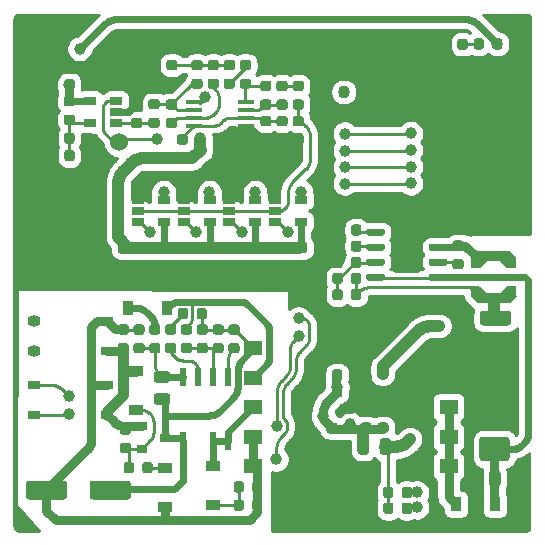
<source format=gbr>
%TF.GenerationSoftware,KiCad,Pcbnew,5.1.9+dfsg1-1*%
%TF.CreationDate,2022-04-21T18:50:00+03:00*%
%TF.ProjectId,Anemometr,416e656d-6f6d-4657-9472-2e6b69636164,rev?*%
%TF.SameCoordinates,Original*%
%TF.FileFunction,Copper,L2,Bot*%
%TF.FilePolarity,Positive*%
%FSLAX46Y46*%
G04 Gerber Fmt 4.6, Leading zero omitted, Abs format (unit mm)*
G04 Created by KiCad (PCBNEW 5.1.9+dfsg1-1) date 2022-04-21 18:50:00*
%MOMM*%
%LPD*%
G01*
G04 APERTURE LIST*
%TA.AperFunction,SMDPad,CuDef*%
%ADD10C,0.100000*%
%TD*%
%TA.AperFunction,SMDPad,CuDef*%
%ADD11R,0.775000X0.890000*%
%TD*%
%TA.AperFunction,SMDPad,CuDef*%
%ADD12R,2.790000X0.870000*%
%TD*%
%TA.AperFunction,SMDPad,CuDef*%
%ADD13R,1.060000X0.650000*%
%TD*%
%TA.AperFunction,SMDPad,CuDef*%
%ADD14R,1.550000X1.270000*%
%TD*%
%TA.AperFunction,SMDPad,CuDef*%
%ADD15R,1.000000X0.800000*%
%TD*%
%TA.AperFunction,SMDPad,CuDef*%
%ADD16R,0.900000X0.800000*%
%TD*%
%TA.AperFunction,SMDPad,CuDef*%
%ADD17R,1.200000X0.900000*%
%TD*%
%TA.AperFunction,SMDPad,CuDef*%
%ADD18R,0.900000X1.200000*%
%TD*%
%TA.AperFunction,SMDPad,CuDef*%
%ADD19R,0.600000X1.550000*%
%TD*%
%TA.AperFunction,SMDPad,CuDef*%
%ADD20C,1.524000*%
%TD*%
%TA.AperFunction,SMDPad,CuDef*%
%ADD21R,1.450000X0.450000*%
%TD*%
%TA.AperFunction,ViaPad*%
%ADD22C,1.000000*%
%TD*%
%TA.AperFunction,ViaPad*%
%ADD23C,0.800000*%
%TD*%
%TA.AperFunction,Conductor*%
%ADD24C,0.600000*%
%TD*%
%TA.AperFunction,Conductor*%
%ADD25C,0.250000*%
%TD*%
%TA.AperFunction,Conductor*%
%ADD26C,0.800000*%
%TD*%
%TA.AperFunction,Conductor*%
%ADD27C,1.000000*%
%TD*%
%TA.AperFunction,Conductor*%
%ADD28C,0.400000*%
%TD*%
%TA.AperFunction,Conductor*%
%ADD29C,0.900000*%
%TD*%
%TA.AperFunction,Conductor*%
%ADD30C,0.254000*%
%TD*%
%TA.AperFunction,Conductor*%
%ADD31C,0.100000*%
%TD*%
G04 APERTURE END LIST*
%TO.P,C59,2*%
%TO.N,GND*%
%TA.AperFunction,SMDPad,CuDef*%
G36*
G01*
X25445200Y-72849450D02*
X25445200Y-72336950D01*
G75*
G02*
X25663950Y-72118200I218750J0D01*
G01*
X26101450Y-72118200D01*
G75*
G02*
X26320200Y-72336950I0J-218750D01*
G01*
X26320200Y-72849450D01*
G75*
G02*
X26101450Y-73068200I-218750J0D01*
G01*
X25663950Y-73068200D01*
G75*
G02*
X25445200Y-72849450I0J218750D01*
G01*
G37*
%TD.AperFunction*%
%TO.P,C59,1*%
%TO.N,Net-(C59-Pad1)*%
%TA.AperFunction,SMDPad,CuDef*%
G36*
G01*
X23870200Y-72849450D02*
X23870200Y-72336950D01*
G75*
G02*
X24088950Y-72118200I218750J0D01*
G01*
X24526450Y-72118200D01*
G75*
G02*
X24745200Y-72336950I0J-218750D01*
G01*
X24745200Y-72849450D01*
G75*
G02*
X24526450Y-73068200I-218750J0D01*
G01*
X24088950Y-73068200D01*
G75*
G02*
X23870200Y-72849450I0J218750D01*
G01*
G37*
%TD.AperFunction*%
%TD*%
%TA.AperFunction,SMDPad,CuDef*%
D10*
%TO.P,L5,2*%
%TO.N,/5.6-6v*%
G36*
X62171221Y-84517550D02*
G01*
X61618204Y-85080305D01*
X61261579Y-84729850D01*
X61814596Y-84167095D01*
X62171221Y-84517550D01*
G37*
%TD.AperFunction*%
%TA.AperFunction,SMDPad,CuDef*%
G36*
X61742874Y-83987932D02*
G01*
X61148133Y-84568315D01*
X60798926Y-84210468D01*
X61393667Y-83630085D01*
X61742874Y-83987932D01*
G37*
%TD.AperFunction*%
D11*
X61780900Y-84075200D03*
%TA.AperFunction,SMDPad,CuDef*%
D10*
G36*
X58828596Y-85080305D02*
G01*
X58275579Y-84517550D01*
X58632204Y-84167095D01*
X59185221Y-84729850D01*
X58828596Y-85080305D01*
G37*
%TD.AperFunction*%
%TA.AperFunction,SMDPad,CuDef*%
G36*
X59298667Y-84568315D02*
G01*
X58703926Y-83987932D01*
X59053133Y-83630085D01*
X59647874Y-84210468D01*
X59298667Y-84568315D01*
G37*
%TD.AperFunction*%
D11*
X58665900Y-84075200D03*
D12*
X60223400Y-84645200D03*
%TA.AperFunction,SMDPad,CuDef*%
D10*
%TO.P,L5,1*%
%TO.N,Net-(C53-Pad2)*%
G36*
X61393667Y-82130315D02*
G01*
X60798926Y-81549932D01*
X61148133Y-81192085D01*
X61742874Y-81772468D01*
X61393667Y-82130315D01*
G37*
%TD.AperFunction*%
D11*
X61780900Y-81685200D03*
%TA.AperFunction,SMDPad,CuDef*%
D10*
G36*
X61814596Y-81593305D02*
G01*
X61261579Y-81030550D01*
X61618204Y-80680095D01*
X62171221Y-81242850D01*
X61814596Y-81593305D01*
G37*
%TD.AperFunction*%
%TA.AperFunction,SMDPad,CuDef*%
G36*
X59185221Y-81030550D02*
G01*
X58632204Y-81593305D01*
X58275579Y-81242850D01*
X58828596Y-80680095D01*
X59185221Y-81030550D01*
G37*
%TD.AperFunction*%
%TA.AperFunction,SMDPad,CuDef*%
G36*
X59647874Y-81549932D02*
G01*
X59053133Y-82130315D01*
X58703926Y-81772468D01*
X59298667Y-81192085D01*
X59647874Y-81549932D01*
G37*
%TD.AperFunction*%
D11*
X58665900Y-81685200D03*
D12*
X60223400Y-81115200D03*
%TD*%
%TO.P,D4,2*%
%TO.N,Net-(D4-Pad2)*%
%TA.AperFunction,SMDPad,CuDef*%
G36*
G01*
X47986200Y-66952150D02*
X47986200Y-67464650D01*
G75*
G02*
X47767450Y-67683400I-218750J0D01*
G01*
X47329950Y-67683400D01*
G75*
G02*
X47111200Y-67464650I0J218750D01*
G01*
X47111200Y-66952150D01*
G75*
G02*
X47329950Y-66733400I218750J0D01*
G01*
X47767450Y-66733400D01*
G75*
G02*
X47986200Y-66952150I0J-218750D01*
G01*
G37*
%TD.AperFunction*%
%TO.P,D4,1*%
%TO.N,GND*%
%TA.AperFunction,SMDPad,CuDef*%
G36*
G01*
X49561200Y-66952150D02*
X49561200Y-67464650D01*
G75*
G02*
X49342450Y-67683400I-218750J0D01*
G01*
X48904950Y-67683400D01*
G75*
G02*
X48686200Y-67464650I0J218750D01*
G01*
X48686200Y-66952150D01*
G75*
G02*
X48904950Y-66733400I218750J0D01*
G01*
X49342450Y-66733400D01*
G75*
G02*
X49561200Y-66952150I0J-218750D01*
G01*
G37*
%TD.AperFunction*%
%TD*%
%TO.P,R15,1*%
%TO.N,Net-(D5-Pad2)*%
%TA.AperFunction,SMDPad,CuDef*%
G36*
G01*
X58528500Y-63400650D02*
X58528500Y-62888150D01*
G75*
G02*
X58747250Y-62669400I218750J0D01*
G01*
X59184750Y-62669400D01*
G75*
G02*
X59403500Y-62888150I0J-218750D01*
G01*
X59403500Y-63400650D01*
G75*
G02*
X59184750Y-63619400I-218750J0D01*
G01*
X58747250Y-63619400D01*
G75*
G02*
X58528500Y-63400650I0J218750D01*
G01*
G37*
%TD.AperFunction*%
%TO.P,R15,2*%
%TO.N,/5.6-6v*%
%TA.AperFunction,SMDPad,CuDef*%
G36*
G01*
X60103500Y-63400650D02*
X60103500Y-62888150D01*
G75*
G02*
X60322250Y-62669400I218750J0D01*
G01*
X60759750Y-62669400D01*
G75*
G02*
X60978500Y-62888150I0J-218750D01*
G01*
X60978500Y-63400650D01*
G75*
G02*
X60759750Y-63619400I-218750J0D01*
G01*
X60322250Y-63619400D01*
G75*
G02*
X60103500Y-63400650I0J218750D01*
G01*
G37*
%TD.AperFunction*%
%TD*%
%TO.P,D5,2*%
%TO.N,Net-(D5-Pad2)*%
%TA.AperFunction,SMDPad,CuDef*%
G36*
G01*
X57157100Y-63426050D02*
X57157100Y-62913550D01*
G75*
G02*
X57375850Y-62694800I218750J0D01*
G01*
X57813350Y-62694800D01*
G75*
G02*
X58032100Y-62913550I0J-218750D01*
G01*
X58032100Y-63426050D01*
G75*
G02*
X57813350Y-63644800I-218750J0D01*
G01*
X57375850Y-63644800D01*
G75*
G02*
X57157100Y-63426050I0J218750D01*
G01*
G37*
%TD.AperFunction*%
%TO.P,D5,1*%
%TO.N,GND*%
%TA.AperFunction,SMDPad,CuDef*%
G36*
G01*
X55582100Y-63426050D02*
X55582100Y-62913550D01*
G75*
G02*
X55800850Y-62694800I218750J0D01*
G01*
X56238350Y-62694800D01*
G75*
G02*
X56457100Y-62913550I0J-218750D01*
G01*
X56457100Y-63426050D01*
G75*
G02*
X56238350Y-63644800I-218750J0D01*
G01*
X55800850Y-63644800D01*
G75*
G02*
X55582100Y-63426050I0J218750D01*
G01*
G37*
%TD.AperFunction*%
%TD*%
%TO.P,C54,2*%
%TO.N,/5.6-6v*%
%TA.AperFunction,SMDPad,CuDef*%
G36*
G01*
X61463500Y-86982000D02*
X59313500Y-86982000D01*
G75*
G02*
X59063500Y-86732000I0J250000D01*
G01*
X59063500Y-85982000D01*
G75*
G02*
X59313500Y-85732000I250000J0D01*
G01*
X61463500Y-85732000D01*
G75*
G02*
X61713500Y-85982000I0J-250000D01*
G01*
X61713500Y-86732000D01*
G75*
G02*
X61463500Y-86982000I-250000J0D01*
G01*
G37*
%TD.AperFunction*%
%TO.P,C54,1*%
%TO.N,GND*%
%TA.AperFunction,SMDPad,CuDef*%
G36*
G01*
X61463500Y-89782000D02*
X59313500Y-89782000D01*
G75*
G02*
X59063500Y-89532000I0J250000D01*
G01*
X59063500Y-88782000D01*
G75*
G02*
X59313500Y-88532000I250000J0D01*
G01*
X61463500Y-88532000D01*
G75*
G02*
X61713500Y-88782000I0J-250000D01*
G01*
X61713500Y-89532000D01*
G75*
G02*
X61463500Y-89782000I-250000J0D01*
G01*
G37*
%TD.AperFunction*%
%TD*%
%TO.P,R42,2*%
%TO.N,Net-(C57-Pad1)*%
%TA.AperFunction,SMDPad,CuDef*%
G36*
G01*
X47440100Y-82738250D02*
X47440100Y-83250750D01*
G75*
G02*
X47221350Y-83469500I-218750J0D01*
G01*
X46783850Y-83469500D01*
G75*
G02*
X46565100Y-83250750I0J218750D01*
G01*
X46565100Y-82738250D01*
G75*
G02*
X46783850Y-82519500I218750J0D01*
G01*
X47221350Y-82519500D01*
G75*
G02*
X47440100Y-82738250I0J-218750D01*
G01*
G37*
%TD.AperFunction*%
%TO.P,R42,1*%
%TO.N,/5.6-6v*%
%TA.AperFunction,SMDPad,CuDef*%
G36*
G01*
X49015100Y-82738250D02*
X49015100Y-83250750D01*
G75*
G02*
X48796350Y-83469500I-218750J0D01*
G01*
X48358850Y-83469500D01*
G75*
G02*
X48140100Y-83250750I0J218750D01*
G01*
X48140100Y-82738250D01*
G75*
G02*
X48358850Y-82519500I218750J0D01*
G01*
X48796350Y-82519500D01*
G75*
G02*
X49015100Y-82738250I0J-218750D01*
G01*
G37*
%TD.AperFunction*%
%TD*%
%TO.P,R41,2*%
%TO.N,GND*%
%TA.AperFunction,SMDPad,CuDef*%
G36*
G01*
X47452800Y-81392050D02*
X47452800Y-81904550D01*
G75*
G02*
X47234050Y-82123300I-218750J0D01*
G01*
X46796550Y-82123300D01*
G75*
G02*
X46577800Y-81904550I0J218750D01*
G01*
X46577800Y-81392050D01*
G75*
G02*
X46796550Y-81173300I218750J0D01*
G01*
X47234050Y-81173300D01*
G75*
G02*
X47452800Y-81392050I0J-218750D01*
G01*
G37*
%TD.AperFunction*%
%TO.P,R41,1*%
%TO.N,Net-(C57-Pad1)*%
%TA.AperFunction,SMDPad,CuDef*%
G36*
G01*
X49027800Y-81392050D02*
X49027800Y-81904550D01*
G75*
G02*
X48809050Y-82123300I-218750J0D01*
G01*
X48371550Y-82123300D01*
G75*
G02*
X48152800Y-81904550I0J218750D01*
G01*
X48152800Y-81392050D01*
G75*
G02*
X48371550Y-81173300I218750J0D01*
G01*
X48809050Y-81173300D01*
G75*
G02*
X49027800Y-81392050I0J-218750D01*
G01*
G37*
%TD.AperFunction*%
%TD*%
%TO.P,D17,8*%
%TO.N,/12-16v*%
%TA.AperFunction,SMDPad,CuDef*%
G36*
G01*
X54720100Y-83030200D02*
X54720100Y-82730200D01*
G75*
G02*
X54870100Y-82580200I150000J0D01*
G01*
X56170100Y-82580200D01*
G75*
G02*
X56320100Y-82730200I0J-150000D01*
G01*
X56320100Y-83030200D01*
G75*
G02*
X56170100Y-83180200I-150000J0D01*
G01*
X54870100Y-83180200D01*
G75*
G02*
X54720100Y-83030200I0J150000D01*
G01*
G37*
%TD.AperFunction*%
%TO.P,D17,7*%
%TO.N,Net-(C53-Pad1)*%
%TA.AperFunction,SMDPad,CuDef*%
G36*
G01*
X54720100Y-81760200D02*
X54720100Y-81460200D01*
G75*
G02*
X54870100Y-81310200I150000J0D01*
G01*
X56170100Y-81310200D01*
G75*
G02*
X56320100Y-81460200I0J-150000D01*
G01*
X56320100Y-81760200D01*
G75*
G02*
X56170100Y-81910200I-150000J0D01*
G01*
X54870100Y-81910200D01*
G75*
G02*
X54720100Y-81760200I0J150000D01*
G01*
G37*
%TD.AperFunction*%
%TO.P,D17,6*%
%TO.N,Net-(C53-Pad2)*%
%TA.AperFunction,SMDPad,CuDef*%
G36*
G01*
X54720100Y-80490200D02*
X54720100Y-80190200D01*
G75*
G02*
X54870100Y-80040200I150000J0D01*
G01*
X56170100Y-80040200D01*
G75*
G02*
X56320100Y-80190200I0J-150000D01*
G01*
X56320100Y-80490200D01*
G75*
G02*
X56170100Y-80640200I-150000J0D01*
G01*
X54870100Y-80640200D01*
G75*
G02*
X54720100Y-80490200I0J150000D01*
G01*
G37*
%TD.AperFunction*%
%TO.P,D17,5*%
%TO.N,GND*%
%TA.AperFunction,SMDPad,CuDef*%
G36*
G01*
X54720100Y-79220200D02*
X54720100Y-78920200D01*
G75*
G02*
X54870100Y-78770200I150000J0D01*
G01*
X56170100Y-78770200D01*
G75*
G02*
X56320100Y-78920200I0J-150000D01*
G01*
X56320100Y-79220200D01*
G75*
G02*
X56170100Y-79370200I-150000J0D01*
G01*
X54870100Y-79370200D01*
G75*
G02*
X54720100Y-79220200I0J150000D01*
G01*
G37*
%TD.AperFunction*%
%TO.P,D17,4*%
%TO.N,Net-(C52-Pad2)*%
%TA.AperFunction,SMDPad,CuDef*%
G36*
G01*
X49420100Y-79220200D02*
X49420100Y-78920200D01*
G75*
G02*
X49570100Y-78770200I150000J0D01*
G01*
X50870100Y-78770200D01*
G75*
G02*
X51020100Y-78920200I0J-150000D01*
G01*
X51020100Y-79220200D01*
G75*
G02*
X50870100Y-79370200I-150000J0D01*
G01*
X49570100Y-79370200D01*
G75*
G02*
X49420100Y-79220200I0J150000D01*
G01*
G37*
%TD.AperFunction*%
%TO.P,D17,3*%
%TO.N,Net-(C32-Pad2)*%
%TA.AperFunction,SMDPad,CuDef*%
G36*
G01*
X49420100Y-80490200D02*
X49420100Y-80190200D01*
G75*
G02*
X49570100Y-80040200I150000J0D01*
G01*
X50870100Y-80040200D01*
G75*
G02*
X51020100Y-80190200I0J-150000D01*
G01*
X51020100Y-80490200D01*
G75*
G02*
X50870100Y-80640200I-150000J0D01*
G01*
X49570100Y-80640200D01*
G75*
G02*
X49420100Y-80490200I0J150000D01*
G01*
G37*
%TD.AperFunction*%
%TO.P,D17,2*%
%TO.N,Net-(C57-Pad1)*%
%TA.AperFunction,SMDPad,CuDef*%
G36*
G01*
X49420100Y-81760200D02*
X49420100Y-81460200D01*
G75*
G02*
X49570100Y-81310200I150000J0D01*
G01*
X50870100Y-81310200D01*
G75*
G02*
X51020100Y-81460200I0J-150000D01*
G01*
X51020100Y-81760200D01*
G75*
G02*
X50870100Y-81910200I-150000J0D01*
G01*
X49570100Y-81910200D01*
G75*
G02*
X49420100Y-81760200I0J150000D01*
G01*
G37*
%TD.AperFunction*%
%TO.P,D17,1*%
%TO.N,/12-16v*%
%TA.AperFunction,SMDPad,CuDef*%
G36*
G01*
X49420100Y-83030200D02*
X49420100Y-82730200D01*
G75*
G02*
X49570100Y-82580200I150000J0D01*
G01*
X50870100Y-82580200D01*
G75*
G02*
X51020100Y-82730200I0J-150000D01*
G01*
X51020100Y-83030200D01*
G75*
G02*
X50870100Y-83180200I-150000J0D01*
G01*
X49570100Y-83180200D01*
G75*
G02*
X49420100Y-83030200I0J150000D01*
G01*
G37*
%TD.AperFunction*%
%TO.P,D17,9*%
%TO.N,GND*%
%TA.AperFunction,SMDPad,CuDef*%
G36*
G01*
X51665100Y-82275203D02*
X51665100Y-79675197D01*
G75*
G02*
X51915097Y-79425200I249997J0D01*
G01*
X53825103Y-79425200D01*
G75*
G02*
X54075100Y-79675197I0J-249997D01*
G01*
X54075100Y-82275203D01*
G75*
G02*
X53825103Y-82525200I-249997J0D01*
G01*
X51915097Y-82525200D01*
G75*
G02*
X51665100Y-82275203I0J249997D01*
G01*
G37*
%TD.AperFunction*%
%TD*%
%TO.P,C57,2*%
%TO.N,/5.6-6v*%
%TA.AperFunction,SMDPad,CuDef*%
G36*
G01*
X48140100Y-84622350D02*
X48140100Y-84109850D01*
G75*
G02*
X48358850Y-83891100I218750J0D01*
G01*
X48796350Y-83891100D01*
G75*
G02*
X49015100Y-84109850I0J-218750D01*
G01*
X49015100Y-84622350D01*
G75*
G02*
X48796350Y-84841100I-218750J0D01*
G01*
X48358850Y-84841100D01*
G75*
G02*
X48140100Y-84622350I0J218750D01*
G01*
G37*
%TD.AperFunction*%
%TO.P,C57,1*%
%TO.N,Net-(C57-Pad1)*%
%TA.AperFunction,SMDPad,CuDef*%
G36*
G01*
X46565100Y-84622350D02*
X46565100Y-84109850D01*
G75*
G02*
X46783850Y-83891100I218750J0D01*
G01*
X47221350Y-83891100D01*
G75*
G02*
X47440100Y-84109850I0J-218750D01*
G01*
X47440100Y-84622350D01*
G75*
G02*
X47221350Y-84841100I-218750J0D01*
G01*
X46783850Y-84841100D01*
G75*
G02*
X46565100Y-84622350I0J218750D01*
G01*
G37*
%TD.AperFunction*%
%TD*%
%TO.P,C55,2*%
%TO.N,+5VA*%
%TA.AperFunction,SMDPad,CuDef*%
G36*
G01*
X29551950Y-80893500D02*
X28639450Y-80893500D01*
G75*
G02*
X28395700Y-80649750I0J243750D01*
G01*
X28395700Y-80162250D01*
G75*
G02*
X28639450Y-79918500I243750J0D01*
G01*
X29551950Y-79918500D01*
G75*
G02*
X29795700Y-80162250I0J-243750D01*
G01*
X29795700Y-80649750D01*
G75*
G02*
X29551950Y-80893500I-243750J0D01*
G01*
G37*
%TD.AperFunction*%
%TO.P,C55,1*%
%TO.N,GND*%
%TA.AperFunction,SMDPad,CuDef*%
G36*
G01*
X29551950Y-82768500D02*
X28639450Y-82768500D01*
G75*
G02*
X28395700Y-82524750I0J243750D01*
G01*
X28395700Y-82037250D01*
G75*
G02*
X28639450Y-81793500I243750J0D01*
G01*
X29551950Y-81793500D01*
G75*
G02*
X29795700Y-82037250I0J-243750D01*
G01*
X29795700Y-82524750D01*
G75*
G02*
X29551950Y-82768500I-243750J0D01*
G01*
G37*
%TD.AperFunction*%
%TD*%
%TO.P,C53,2*%
%TO.N,Net-(C53-Pad2)*%
%TA.AperFunction,SMDPad,CuDef*%
G36*
G01*
X57469750Y-80650600D02*
X56957250Y-80650600D01*
G75*
G02*
X56738500Y-80431850I0J218750D01*
G01*
X56738500Y-79994350D01*
G75*
G02*
X56957250Y-79775600I218750J0D01*
G01*
X57469750Y-79775600D01*
G75*
G02*
X57688500Y-79994350I0J-218750D01*
G01*
X57688500Y-80431850D01*
G75*
G02*
X57469750Y-80650600I-218750J0D01*
G01*
G37*
%TD.AperFunction*%
%TO.P,C53,1*%
%TO.N,Net-(C53-Pad1)*%
%TA.AperFunction,SMDPad,CuDef*%
G36*
G01*
X57469750Y-82225600D02*
X56957250Y-82225600D01*
G75*
G02*
X56738500Y-82006850I0J218750D01*
G01*
X56738500Y-81569350D01*
G75*
G02*
X56957250Y-81350600I218750J0D01*
G01*
X57469750Y-81350600D01*
G75*
G02*
X57688500Y-81569350I0J-218750D01*
G01*
X57688500Y-82006850D01*
G75*
G02*
X57469750Y-82225600I-218750J0D01*
G01*
G37*
%TD.AperFunction*%
%TD*%
%TO.P,C52,2*%
%TO.N,Net-(C52-Pad2)*%
%TA.AperFunction,SMDPad,CuDef*%
G36*
G01*
X48152800Y-79161350D02*
X48152800Y-78648850D01*
G75*
G02*
X48371550Y-78430100I218750J0D01*
G01*
X48809050Y-78430100D01*
G75*
G02*
X49027800Y-78648850I0J-218750D01*
G01*
X49027800Y-79161350D01*
G75*
G02*
X48809050Y-79380100I-218750J0D01*
G01*
X48371550Y-79380100D01*
G75*
G02*
X48152800Y-79161350I0J218750D01*
G01*
G37*
%TD.AperFunction*%
%TO.P,C52,1*%
%TO.N,GND*%
%TA.AperFunction,SMDPad,CuDef*%
G36*
G01*
X46577800Y-79161350D02*
X46577800Y-78648850D01*
G75*
G02*
X46796550Y-78430100I218750J0D01*
G01*
X47234050Y-78430100D01*
G75*
G02*
X47452800Y-78648850I0J-218750D01*
G01*
X47452800Y-79161350D01*
G75*
G02*
X47234050Y-79380100I-218750J0D01*
G01*
X46796550Y-79380100D01*
G75*
G02*
X46577800Y-79161350I0J218750D01*
G01*
G37*
%TD.AperFunction*%
%TD*%
%TO.P,C32,2*%
%TO.N,Net-(C32-Pad2)*%
%TA.AperFunction,SMDPad,CuDef*%
G36*
G01*
X48152800Y-80532950D02*
X48152800Y-80020450D01*
G75*
G02*
X48371550Y-79801700I218750J0D01*
G01*
X48809050Y-79801700D01*
G75*
G02*
X49027800Y-80020450I0J-218750D01*
G01*
X49027800Y-80532950D01*
G75*
G02*
X48809050Y-80751700I-218750J0D01*
G01*
X48371550Y-80751700D01*
G75*
G02*
X48152800Y-80532950I0J218750D01*
G01*
G37*
%TD.AperFunction*%
%TO.P,C32,1*%
%TO.N,GND*%
%TA.AperFunction,SMDPad,CuDef*%
G36*
G01*
X46577800Y-80532950D02*
X46577800Y-80020450D01*
G75*
G02*
X46796550Y-79801700I218750J0D01*
G01*
X47234050Y-79801700D01*
G75*
G02*
X47452800Y-80020450I0J-218750D01*
G01*
X47452800Y-80532950D01*
G75*
G02*
X47234050Y-80751700I-218750J0D01*
G01*
X46796550Y-80751700D01*
G75*
G02*
X46577800Y-80532950I0J218750D01*
G01*
G37*
%TD.AperFunction*%
%TD*%
%TO.P,C30,2*%
%TO.N,/12-16v*%
%TA.AperFunction,SMDPad,CuDef*%
G36*
G01*
X59847900Y-100392550D02*
X59847900Y-99480050D01*
G75*
G02*
X60091650Y-99236300I243750J0D01*
G01*
X60579150Y-99236300D01*
G75*
G02*
X60822900Y-99480050I0J-243750D01*
G01*
X60822900Y-100392550D01*
G75*
G02*
X60579150Y-100636300I-243750J0D01*
G01*
X60091650Y-100636300D01*
G75*
G02*
X59847900Y-100392550I0J243750D01*
G01*
G37*
%TD.AperFunction*%
%TO.P,C30,1*%
%TO.N,GND*%
%TA.AperFunction,SMDPad,CuDef*%
G36*
G01*
X57972900Y-100392550D02*
X57972900Y-99480050D01*
G75*
G02*
X58216650Y-99236300I243750J0D01*
G01*
X58704150Y-99236300D01*
G75*
G02*
X58947900Y-99480050I0J-243750D01*
G01*
X58947900Y-100392550D01*
G75*
G02*
X58704150Y-100636300I-243750J0D01*
G01*
X58216650Y-100636300D01*
G75*
G02*
X57972900Y-100392550I0J243750D01*
G01*
G37*
%TD.AperFunction*%
%TD*%
D13*
%TO.P,U2,1*%
%TO.N,Net-(J10-Pad1)*%
X30091200Y-78229500D03*
%TO.P,U2,2*%
%TO.N,Net-(C18-Pad2)*%
X30091200Y-77279500D03*
%TO.P,U2,3*%
%TO.N,GND*%
X30091200Y-76329500D03*
%TO.P,U2,4*%
%TO.N,Z1*%
X32291200Y-76329500D03*
%TO.P,U2,5*%
%TO.N,+5VA*%
X32291200Y-78229500D03*
%TD*%
%TO.P,C50,1*%
%TO.N,/12-16v*%
%TA.AperFunction,SMDPad,CuDef*%
G36*
G01*
X61324600Y-98472900D02*
X59274600Y-98472900D01*
G75*
G02*
X59024600Y-98222900I0J250000D01*
G01*
X59024600Y-96647900D01*
G75*
G02*
X59274600Y-96397900I250000J0D01*
G01*
X61324600Y-96397900D01*
G75*
G02*
X61574600Y-96647900I0J-250000D01*
G01*
X61574600Y-98222900D01*
G75*
G02*
X61324600Y-98472900I-250000J0D01*
G01*
G37*
%TD.AperFunction*%
%TO.P,C50,2*%
%TO.N,GND*%
%TA.AperFunction,SMDPad,CuDef*%
G36*
G01*
X61324600Y-92247900D02*
X59274600Y-92247900D01*
G75*
G02*
X59024600Y-91997900I0J250000D01*
G01*
X59024600Y-90422900D01*
G75*
G02*
X59274600Y-90172900I250000J0D01*
G01*
X61324600Y-90172900D01*
G75*
G02*
X61574600Y-90422900I0J-250000D01*
G01*
X61574600Y-91997900D01*
G75*
G02*
X61324600Y-92247900I-250000J0D01*
G01*
G37*
%TD.AperFunction*%
%TD*%
%TO.P,R24,1*%
%TO.N,Net-(D9-Pad1)*%
%TA.AperFunction,SMDPad,CuDef*%
G36*
G01*
X29313850Y-97795800D02*
X28801350Y-97795800D01*
G75*
G02*
X28582600Y-97577050I0J218750D01*
G01*
X28582600Y-97139550D01*
G75*
G02*
X28801350Y-96920800I218750J0D01*
G01*
X29313850Y-96920800D01*
G75*
G02*
X29532600Y-97139550I0J-218750D01*
G01*
X29532600Y-97577050D01*
G75*
G02*
X29313850Y-97795800I-218750J0D01*
G01*
G37*
%TD.AperFunction*%
%TO.P,R24,2*%
%TO.N,Net-(D12-Pad4)*%
%TA.AperFunction,SMDPad,CuDef*%
G36*
G01*
X29313850Y-96220800D02*
X28801350Y-96220800D01*
G75*
G02*
X28582600Y-96002050I0J218750D01*
G01*
X28582600Y-95564550D01*
G75*
G02*
X28801350Y-95345800I218750J0D01*
G01*
X29313850Y-95345800D01*
G75*
G02*
X29532600Y-95564550I0J-218750D01*
G01*
X29532600Y-96002050D01*
G75*
G02*
X29313850Y-96220800I-218750J0D01*
G01*
G37*
%TD.AperFunction*%
%TD*%
D14*
%TO.P,D14,5*%
%TO.N,Net-(C19-Pad1)*%
X39875700Y-98903800D03*
%TO.P,D14,4*%
X39875700Y-96403800D03*
%TO.P,D14,3*%
%TO.N,Net-(D11-Pad5)*%
X39875700Y-93903800D03*
%TO.P,D14,2*%
%TO.N,Net-(D14-Pad2)*%
X39875700Y-91403800D03*
%TO.P,D14,1*%
%TO.N,Net-(C19-Pad2)*%
X39875700Y-88903800D03*
%TO.P,D14,10*%
%TO.N,GND*%
X56415700Y-88903800D03*
%TO.P,D14,9*%
X56415700Y-91403800D03*
%TO.P,D14,8*%
%TO.N,Net-(D14-Pad6)*%
X56415700Y-93903800D03*
%TO.P,D14,7*%
X56415700Y-96403800D03*
%TO.P,D14,6*%
X56415700Y-98903800D03*
%TD*%
%TO.P,R21,1*%
%TO.N,Net-(D14-Pad2)*%
%TA.AperFunction,SMDPad,CuDef*%
G36*
G01*
X33966618Y-86887600D02*
X34479118Y-86887600D01*
G75*
G02*
X34697868Y-87106350I0J-218750D01*
G01*
X34697868Y-87543850D01*
G75*
G02*
X34479118Y-87762600I-218750J0D01*
G01*
X33966618Y-87762600D01*
G75*
G02*
X33747868Y-87543850I0J218750D01*
G01*
X33747868Y-87106350D01*
G75*
G02*
X33966618Y-86887600I218750J0D01*
G01*
G37*
%TD.AperFunction*%
%TO.P,R21,2*%
%TO.N,Net-(C29-Pad1)*%
%TA.AperFunction,SMDPad,CuDef*%
G36*
G01*
X33966618Y-88462600D02*
X34479118Y-88462600D01*
G75*
G02*
X34697868Y-88681350I0J-218750D01*
G01*
X34697868Y-89118850D01*
G75*
G02*
X34479118Y-89337600I-218750J0D01*
G01*
X33966618Y-89337600D01*
G75*
G02*
X33747868Y-89118850I0J218750D01*
G01*
X33747868Y-88681350D01*
G75*
G02*
X33966618Y-88462600I218750J0D01*
G01*
G37*
%TD.AperFunction*%
%TD*%
%TO.P,R28,1*%
%TO.N,Net-(D11-Pad4)*%
%TA.AperFunction,SMDPad,CuDef*%
G36*
G01*
X38495944Y-89337600D02*
X37983444Y-89337600D01*
G75*
G02*
X37764694Y-89118850I0J218750D01*
G01*
X37764694Y-88681350D01*
G75*
G02*
X37983444Y-88462600I218750J0D01*
G01*
X38495944Y-88462600D01*
G75*
G02*
X38714694Y-88681350I0J-218750D01*
G01*
X38714694Y-89118850D01*
G75*
G02*
X38495944Y-89337600I-218750J0D01*
G01*
G37*
%TD.AperFunction*%
%TO.P,R28,2*%
%TO.N,Net-(C19-Pad2)*%
%TA.AperFunction,SMDPad,CuDef*%
G36*
G01*
X38495944Y-87762600D02*
X37983444Y-87762600D01*
G75*
G02*
X37764694Y-87543850I0J218750D01*
G01*
X37764694Y-87106350D01*
G75*
G02*
X37983444Y-86887600I218750J0D01*
G01*
X38495944Y-86887600D01*
G75*
G02*
X38714694Y-87106350I0J-218750D01*
G01*
X38714694Y-87543850D01*
G75*
G02*
X38495944Y-87762600I-218750J0D01*
G01*
G37*
%TD.AperFunction*%
%TD*%
%TO.P,R22,1*%
%TO.N,Net-(C29-Pad1)*%
%TA.AperFunction,SMDPad,CuDef*%
G36*
G01*
X35818060Y-89337600D02*
X35305560Y-89337600D01*
G75*
G02*
X35086810Y-89118850I0J218750D01*
G01*
X35086810Y-88681350D01*
G75*
G02*
X35305560Y-88462600I218750J0D01*
G01*
X35818060Y-88462600D01*
G75*
G02*
X36036810Y-88681350I0J-218750D01*
G01*
X36036810Y-89118850D01*
G75*
G02*
X35818060Y-89337600I-218750J0D01*
G01*
G37*
%TD.AperFunction*%
%TO.P,R22,2*%
%TO.N,Net-(C19-Pad2)*%
%TA.AperFunction,SMDPad,CuDef*%
G36*
G01*
X35818060Y-87762600D02*
X35305560Y-87762600D01*
G75*
G02*
X35086810Y-87543850I0J218750D01*
G01*
X35086810Y-87106350D01*
G75*
G02*
X35305560Y-86887600I218750J0D01*
G01*
X35818060Y-86887600D01*
G75*
G02*
X36036810Y-87106350I0J-218750D01*
G01*
X36036810Y-87543850D01*
G75*
G02*
X35818060Y-87762600I-218750J0D01*
G01*
G37*
%TD.AperFunction*%
%TD*%
D15*
%TO.P,D15,1*%
%TO.N,Net-(D15-Pad1)*%
X21309000Y-89154000D03*
%TO.P,D15,2*%
%TO.N,Net-(D15-Pad2)*%
X21309000Y-86614000D03*
%TO.P,D15,3*%
%TO.N,Net-(C19-Pad1)*%
X27459000Y-86614000D03*
%TO.P,D15,4*%
%TO.N,Net-(D12-Pad4)*%
X27459000Y-89154000D03*
%TD*%
%TO.P,R30,1*%
%TO.N,Net-(C19-Pad1)*%
%TA.AperFunction,SMDPad,CuDef*%
G36*
G01*
X28610850Y-86887600D02*
X29123350Y-86887600D01*
G75*
G02*
X29342100Y-87106350I0J-218750D01*
G01*
X29342100Y-87543850D01*
G75*
G02*
X29123350Y-87762600I-218750J0D01*
G01*
X28610850Y-87762600D01*
G75*
G02*
X28392100Y-87543850I0J218750D01*
G01*
X28392100Y-87106350D01*
G75*
G02*
X28610850Y-86887600I218750J0D01*
G01*
G37*
%TD.AperFunction*%
%TO.P,R30,2*%
%TO.N,Net-(D12-Pad4)*%
%TA.AperFunction,SMDPad,CuDef*%
G36*
G01*
X28610850Y-88462600D02*
X29123350Y-88462600D01*
G75*
G02*
X29342100Y-88681350I0J-218750D01*
G01*
X29342100Y-89118850D01*
G75*
G02*
X29123350Y-89337600I-218750J0D01*
G01*
X28610850Y-89337600D01*
G75*
G02*
X28392100Y-89118850I0J218750D01*
G01*
X28392100Y-88681350D01*
G75*
G02*
X28610850Y-88462600I218750J0D01*
G01*
G37*
%TD.AperFunction*%
%TD*%
%TO.P,R23,1*%
%TO.N,Net-(D9-Pad1)*%
%TA.AperFunction,SMDPad,CuDef*%
G36*
G01*
X28912100Y-99278150D02*
X28912100Y-98765650D01*
G75*
G02*
X29130850Y-98546900I218750J0D01*
G01*
X29568350Y-98546900D01*
G75*
G02*
X29787100Y-98765650I0J-218750D01*
G01*
X29787100Y-99278150D01*
G75*
G02*
X29568350Y-99496900I-218750J0D01*
G01*
X29130850Y-99496900D01*
G75*
G02*
X28912100Y-99278150I0J218750D01*
G01*
G37*
%TD.AperFunction*%
%TO.P,R23,2*%
%TO.N,Net-(D6-Pad2)*%
%TA.AperFunction,SMDPad,CuDef*%
G36*
G01*
X30487100Y-99278150D02*
X30487100Y-98765650D01*
G75*
G02*
X30705850Y-98546900I218750J0D01*
G01*
X31143350Y-98546900D01*
G75*
G02*
X31362100Y-98765650I0J-218750D01*
G01*
X31362100Y-99278150D01*
G75*
G02*
X31143350Y-99496900I-218750J0D01*
G01*
X30705850Y-99496900D01*
G75*
G02*
X30487100Y-99278150I0J218750D01*
G01*
G37*
%TD.AperFunction*%
%TD*%
D16*
%TO.P,Q1,1*%
%TO.N,Net-(D9-Pad1)*%
X30419800Y-97431900D03*
%TO.P,Q1,2*%
%TO.N,Net-(D12-Pad4)*%
X30419800Y-95531900D03*
%TO.P,Q1,3*%
%TO.N,Net-(C19-Pad2)*%
X32419800Y-96481900D03*
%TD*%
D17*
%TO.P,D9,1*%
%TO.N,Net-(D9-Pad1)*%
X29984700Y-94118700D03*
%TO.P,D9,2*%
%TO.N,Net-(D12-Pad4)*%
X29984700Y-90818700D03*
%TD*%
%TO.P,D6,1*%
%TO.N,Net-(C19-Pad1)*%
X32435800Y-102322900D03*
%TO.P,D6,2*%
%TO.N,Net-(D6-Pad2)*%
X32435800Y-99022900D03*
%TD*%
%TO.P,C29,1*%
%TO.N,Net-(C29-Pad1)*%
%TA.AperFunction,SMDPad,CuDef*%
G36*
G01*
X37157002Y-89337600D02*
X36644502Y-89337600D01*
G75*
G02*
X36425752Y-89118850I0J218750D01*
G01*
X36425752Y-88681350D01*
G75*
G02*
X36644502Y-88462600I218750J0D01*
G01*
X37157002Y-88462600D01*
G75*
G02*
X37375752Y-88681350I0J-218750D01*
G01*
X37375752Y-89118850D01*
G75*
G02*
X37157002Y-89337600I-218750J0D01*
G01*
G37*
%TD.AperFunction*%
%TO.P,C29,2*%
%TO.N,Net-(C19-Pad2)*%
%TA.AperFunction,SMDPad,CuDef*%
G36*
G01*
X37157002Y-87762600D02*
X36644502Y-87762600D01*
G75*
G02*
X36425752Y-87543850I0J218750D01*
G01*
X36425752Y-87106350D01*
G75*
G02*
X36644502Y-86887600I218750J0D01*
G01*
X37157002Y-86887600D01*
G75*
G02*
X37375752Y-87106350I0J-218750D01*
G01*
X37375752Y-87543850D01*
G75*
G02*
X37157002Y-87762600I-218750J0D01*
G01*
G37*
%TD.AperFunction*%
%TD*%
%TO.P,C19,1*%
%TO.N,Net-(C19-Pad1)*%
%TA.AperFunction,SMDPad,CuDef*%
G36*
G01*
X20619800Y-101464200D02*
X20619800Y-100364200D01*
G75*
G02*
X20869800Y-100114200I250000J0D01*
G01*
X23869800Y-100114200D01*
G75*
G02*
X24119800Y-100364200I0J-250000D01*
G01*
X24119800Y-101464200D01*
G75*
G02*
X23869800Y-101714200I-250000J0D01*
G01*
X20869800Y-101714200D01*
G75*
G02*
X20619800Y-101464200I0J250000D01*
G01*
G37*
%TD.AperFunction*%
%TO.P,C19,2*%
%TO.N,Net-(C19-Pad2)*%
%TA.AperFunction,SMDPad,CuDef*%
G36*
G01*
X26019800Y-101464200D02*
X26019800Y-100364200D01*
G75*
G02*
X26269800Y-100114200I250000J0D01*
G01*
X29269800Y-100114200D01*
G75*
G02*
X29519800Y-100364200I0J-250000D01*
G01*
X29519800Y-101464200D01*
G75*
G02*
X29269800Y-101714200I-250000J0D01*
G01*
X26269800Y-101714200D01*
G75*
G02*
X26019800Y-101464200I0J250000D01*
G01*
G37*
%TD.AperFunction*%
%TD*%
%TO.P,R16,1*%
%TO.N,Net-(C21-Pad2)*%
%TA.AperFunction,SMDPad,CuDef*%
G36*
G01*
X33614650Y-70796700D02*
X34127150Y-70796700D01*
G75*
G02*
X34345900Y-71015450I0J-218750D01*
G01*
X34345900Y-71452950D01*
G75*
G02*
X34127150Y-71671700I-218750J0D01*
G01*
X33614650Y-71671700D01*
G75*
G02*
X33395900Y-71452950I0J218750D01*
G01*
X33395900Y-71015450D01*
G75*
G02*
X33614650Y-70796700I218750J0D01*
G01*
G37*
%TD.AperFunction*%
%TO.P,R16,2*%
%TO.N,+5VA*%
%TA.AperFunction,SMDPad,CuDef*%
G36*
G01*
X33614650Y-72371700D02*
X34127150Y-72371700D01*
G75*
G02*
X34345900Y-72590450I0J-218750D01*
G01*
X34345900Y-73027950D01*
G75*
G02*
X34127150Y-73246700I-218750J0D01*
G01*
X33614650Y-73246700D01*
G75*
G02*
X33395900Y-73027950I0J218750D01*
G01*
X33395900Y-72590450D01*
G75*
G02*
X33614650Y-72371700I218750J0D01*
G01*
G37*
%TD.AperFunction*%
%TD*%
%TO.P,R39,1*%
%TO.N,Net-(C59-Pad1)*%
%TA.AperFunction,SMDPad,CuDef*%
G36*
G01*
X23870200Y-71376250D02*
X23870200Y-70863750D01*
G75*
G02*
X24088950Y-70645000I218750J0D01*
G01*
X24526450Y-70645000D01*
G75*
G02*
X24745200Y-70863750I0J-218750D01*
G01*
X24745200Y-71376250D01*
G75*
G02*
X24526450Y-71595000I-218750J0D01*
G01*
X24088950Y-71595000D01*
G75*
G02*
X23870200Y-71376250I0J218750D01*
G01*
G37*
%TD.AperFunction*%
%TO.P,R39,2*%
%TO.N,GND*%
%TA.AperFunction,SMDPad,CuDef*%
G36*
G01*
X25445200Y-71376250D02*
X25445200Y-70863750D01*
G75*
G02*
X25663950Y-70645000I218750J0D01*
G01*
X26101450Y-70645000D01*
G75*
G02*
X26320200Y-70863750I0J-218750D01*
G01*
X26320200Y-71376250D01*
G75*
G02*
X26101450Y-71595000I-218750J0D01*
G01*
X25663950Y-71595000D01*
G75*
G02*
X25445200Y-71376250I0J218750D01*
G01*
G37*
%TD.AperFunction*%
%TD*%
%TO.P,R37,1*%
%TO.N,Net-(C47-Pad2)*%
%TA.AperFunction,SMDPad,CuDef*%
G36*
G01*
X30253650Y-70262200D02*
X29741150Y-70262200D01*
G75*
G02*
X29522400Y-70043450I0J218750D01*
G01*
X29522400Y-69605950D01*
G75*
G02*
X29741150Y-69387200I218750J0D01*
G01*
X30253650Y-69387200D01*
G75*
G02*
X30472400Y-69605950I0J-218750D01*
G01*
X30472400Y-70043450D01*
G75*
G02*
X30253650Y-70262200I-218750J0D01*
G01*
G37*
%TD.AperFunction*%
%TO.P,R37,2*%
%TO.N,GND*%
%TA.AperFunction,SMDPad,CuDef*%
G36*
G01*
X30253650Y-68687200D02*
X29741150Y-68687200D01*
G75*
G02*
X29522400Y-68468450I0J218750D01*
G01*
X29522400Y-68030950D01*
G75*
G02*
X29741150Y-67812200I218750J0D01*
G01*
X30253650Y-67812200D01*
G75*
G02*
X30472400Y-68030950I0J-218750D01*
G01*
X30472400Y-68468450D01*
G75*
G02*
X30253650Y-68687200I-218750J0D01*
G01*
G37*
%TD.AperFunction*%
%TD*%
%TO.P,R31,1*%
%TO.N,Net-(C40-Pad1)*%
%TA.AperFunction,SMDPad,CuDef*%
G36*
G01*
X32725650Y-64497500D02*
X33238150Y-64497500D01*
G75*
G02*
X33456900Y-64716250I0J-218750D01*
G01*
X33456900Y-65153750D01*
G75*
G02*
X33238150Y-65372500I-218750J0D01*
G01*
X32725650Y-65372500D01*
G75*
G02*
X32506900Y-65153750I0J218750D01*
G01*
X32506900Y-64716250D01*
G75*
G02*
X32725650Y-64497500I218750J0D01*
G01*
G37*
%TD.AperFunction*%
%TO.P,R31,2*%
%TO.N,GND*%
%TA.AperFunction,SMDPad,CuDef*%
G36*
G01*
X32725650Y-66072500D02*
X33238150Y-66072500D01*
G75*
G02*
X33456900Y-66291250I0J-218750D01*
G01*
X33456900Y-66728750D01*
G75*
G02*
X33238150Y-66947500I-218750J0D01*
G01*
X32725650Y-66947500D01*
G75*
G02*
X32506900Y-66728750I0J218750D01*
G01*
X32506900Y-66291250D01*
G75*
G02*
X32725650Y-66072500I218750J0D01*
G01*
G37*
%TD.AperFunction*%
%TD*%
%TO.P,R17,1*%
%TO.N,GND*%
%TA.AperFunction,SMDPad,CuDef*%
G36*
G01*
X42572650Y-71697300D02*
X42060150Y-71697300D01*
G75*
G02*
X41841400Y-71478550I0J218750D01*
G01*
X41841400Y-71041050D01*
G75*
G02*
X42060150Y-70822300I218750J0D01*
G01*
X42572650Y-70822300D01*
G75*
G02*
X42791400Y-71041050I0J-218750D01*
G01*
X42791400Y-71478550D01*
G75*
G02*
X42572650Y-71697300I-218750J0D01*
G01*
G37*
%TD.AperFunction*%
%TO.P,R17,2*%
%TO.N,Net-(C21-Pad2)*%
%TA.AperFunction,SMDPad,CuDef*%
G36*
G01*
X42572650Y-70122300D02*
X42060150Y-70122300D01*
G75*
G02*
X41841400Y-69903550I0J218750D01*
G01*
X41841400Y-69466050D01*
G75*
G02*
X42060150Y-69247300I218750J0D01*
G01*
X42572650Y-69247300D01*
G75*
G02*
X42791400Y-69466050I0J-218750D01*
G01*
X42791400Y-69903550D01*
G75*
G02*
X42572650Y-70122300I-218750J0D01*
G01*
G37*
%TD.AperFunction*%
%TD*%
%TO.P,R13,1*%
%TO.N,GND*%
%TA.AperFunction,SMDPad,CuDef*%
G36*
G01*
X43944250Y-71697300D02*
X43431750Y-71697300D01*
G75*
G02*
X43213000Y-71478550I0J218750D01*
G01*
X43213000Y-71041050D01*
G75*
G02*
X43431750Y-70822300I218750J0D01*
G01*
X43944250Y-70822300D01*
G75*
G02*
X44163000Y-71041050I0J-218750D01*
G01*
X44163000Y-71478550D01*
G75*
G02*
X43944250Y-71697300I-218750J0D01*
G01*
G37*
%TD.AperFunction*%
%TO.P,R13,2*%
%TO.N,Net-(C18-Pad2)*%
%TA.AperFunction,SMDPad,CuDef*%
G36*
G01*
X43944250Y-70122300D02*
X43431750Y-70122300D01*
G75*
G02*
X43213000Y-69903550I0J218750D01*
G01*
X43213000Y-69466050D01*
G75*
G02*
X43431750Y-69247300I218750J0D01*
G01*
X43944250Y-69247300D01*
G75*
G02*
X44163000Y-69466050I0J-218750D01*
G01*
X44163000Y-69903550D01*
G75*
G02*
X43944250Y-70122300I-218750J0D01*
G01*
G37*
%TD.AperFunction*%
%TD*%
%TO.P,R29,1*%
%TO.N,Net-(C40-Pad1)*%
%TA.AperFunction,SMDPad,CuDef*%
G36*
G01*
X37593982Y-64497500D02*
X38106482Y-64497500D01*
G75*
G02*
X38325232Y-64716250I0J-218750D01*
G01*
X38325232Y-65153750D01*
G75*
G02*
X38106482Y-65372500I-218750J0D01*
G01*
X37593982Y-65372500D01*
G75*
G02*
X37375232Y-65153750I0J218750D01*
G01*
X37375232Y-64716250D01*
G75*
G02*
X37593982Y-64497500I218750J0D01*
G01*
G37*
%TD.AperFunction*%
%TO.P,R29,2*%
%TO.N,Net-(C34-Pad1)*%
%TA.AperFunction,SMDPad,CuDef*%
G36*
G01*
X37593982Y-66072500D02*
X38106482Y-66072500D01*
G75*
G02*
X38325232Y-66291250I0J-218750D01*
G01*
X38325232Y-66728750D01*
G75*
G02*
X38106482Y-66947500I-218750J0D01*
G01*
X37593982Y-66947500D01*
G75*
G02*
X37375232Y-66728750I0J218750D01*
G01*
X37375232Y-66291250D01*
G75*
G02*
X37593982Y-66072500I218750J0D01*
G01*
G37*
%TD.AperFunction*%
%TD*%
%TO.P,R20,1*%
%TO.N,Net-(C18-Pad1)*%
%TA.AperFunction,SMDPad,CuDef*%
G36*
G01*
X42060150Y-66265100D02*
X42572650Y-66265100D01*
G75*
G02*
X42791400Y-66483850I0J-218750D01*
G01*
X42791400Y-66921350D01*
G75*
G02*
X42572650Y-67140100I-218750J0D01*
G01*
X42060150Y-67140100D01*
G75*
G02*
X41841400Y-66921350I0J218750D01*
G01*
X41841400Y-66483850D01*
G75*
G02*
X42060150Y-66265100I218750J0D01*
G01*
G37*
%TD.AperFunction*%
%TO.P,R20,2*%
%TO.N,Net-(D7-Pad2)*%
%TA.AperFunction,SMDPad,CuDef*%
G36*
G01*
X42060150Y-67840100D02*
X42572650Y-67840100D01*
G75*
G02*
X42791400Y-68058850I0J-218750D01*
G01*
X42791400Y-68496350D01*
G75*
G02*
X42572650Y-68715100I-218750J0D01*
G01*
X42060150Y-68715100D01*
G75*
G02*
X41841400Y-68496350I0J218750D01*
G01*
X41841400Y-68058850D01*
G75*
G02*
X42060150Y-67840100I218750J0D01*
G01*
G37*
%TD.AperFunction*%
%TD*%
%TO.P,R25,1*%
%TO.N,Net-(C34-Pad2)*%
%TA.AperFunction,SMDPad,CuDef*%
G36*
G01*
X40688550Y-66265100D02*
X41201050Y-66265100D01*
G75*
G02*
X41419800Y-66483850I0J-218750D01*
G01*
X41419800Y-66921350D01*
G75*
G02*
X41201050Y-67140100I-218750J0D01*
G01*
X40688550Y-67140100D01*
G75*
G02*
X40469800Y-66921350I0J218750D01*
G01*
X40469800Y-66483850D01*
G75*
G02*
X40688550Y-66265100I218750J0D01*
G01*
G37*
%TD.AperFunction*%
%TO.P,R25,2*%
%TO.N,Net-(D7-Pad2)*%
%TA.AperFunction,SMDPad,CuDef*%
G36*
G01*
X40688550Y-67840100D02*
X41201050Y-67840100D01*
G75*
G02*
X41419800Y-68058850I0J-218750D01*
G01*
X41419800Y-68496350D01*
G75*
G02*
X41201050Y-68715100I-218750J0D01*
G01*
X40688550Y-68715100D01*
G75*
G02*
X40469800Y-68496350I0J218750D01*
G01*
X40469800Y-68058850D01*
G75*
G02*
X40688550Y-67840100I218750J0D01*
G01*
G37*
%TD.AperFunction*%
%TD*%
%TO.P,R38,1*%
%TO.N,+3V3*%
%TA.AperFunction,SMDPad,CuDef*%
G36*
G01*
X24051550Y-67558200D02*
X24564050Y-67558200D01*
G75*
G02*
X24782800Y-67776950I0J-218750D01*
G01*
X24782800Y-68214450D01*
G75*
G02*
X24564050Y-68433200I-218750J0D01*
G01*
X24051550Y-68433200D01*
G75*
G02*
X23832800Y-68214450I0J218750D01*
G01*
X23832800Y-67776950D01*
G75*
G02*
X24051550Y-67558200I218750J0D01*
G01*
G37*
%TD.AperFunction*%
%TO.P,R38,2*%
%TO.N,Net-(C59-Pad1)*%
%TA.AperFunction,SMDPad,CuDef*%
G36*
G01*
X24051550Y-69133200D02*
X24564050Y-69133200D01*
G75*
G02*
X24782800Y-69351950I0J-218750D01*
G01*
X24782800Y-69789450D01*
G75*
G02*
X24564050Y-70008200I-218750J0D01*
G01*
X24051550Y-70008200D01*
G75*
G02*
X23832800Y-69789450I0J218750D01*
G01*
X23832800Y-69351950D01*
G75*
G02*
X24051550Y-69133200I218750J0D01*
G01*
G37*
%TD.AperFunction*%
%TD*%
%TO.P,R33,1*%
%TO.N,Net-(C41-Pad2)*%
%TA.AperFunction,SMDPad,CuDef*%
G36*
G01*
X33200050Y-70274900D02*
X32687550Y-70274900D01*
G75*
G02*
X32468800Y-70056150I0J218750D01*
G01*
X32468800Y-69618650D01*
G75*
G02*
X32687550Y-69399900I218750J0D01*
G01*
X33200050Y-69399900D01*
G75*
G02*
X33418800Y-69618650I0J-218750D01*
G01*
X33418800Y-70056150D01*
G75*
G02*
X33200050Y-70274900I-218750J0D01*
G01*
G37*
%TD.AperFunction*%
%TO.P,R33,2*%
%TO.N,Net-(C40-Pad2)*%
%TA.AperFunction,SMDPad,CuDef*%
G36*
G01*
X33200050Y-68699900D02*
X32687550Y-68699900D01*
G75*
G02*
X32468800Y-68481150I0J218750D01*
G01*
X32468800Y-68043650D01*
G75*
G02*
X32687550Y-67824900I218750J0D01*
G01*
X33200050Y-67824900D01*
G75*
G02*
X33418800Y-68043650I0J-218750D01*
G01*
X33418800Y-68481150D01*
G75*
G02*
X33200050Y-68699900I-218750J0D01*
G01*
G37*
%TD.AperFunction*%
%TD*%
%TO.P,C21,1*%
%TO.N,GND*%
%TA.AperFunction,SMDPad,CuDef*%
G36*
G01*
X41201050Y-71697300D02*
X40688550Y-71697300D01*
G75*
G02*
X40469800Y-71478550I0J218750D01*
G01*
X40469800Y-71041050D01*
G75*
G02*
X40688550Y-70822300I218750J0D01*
G01*
X41201050Y-70822300D01*
G75*
G02*
X41419800Y-71041050I0J-218750D01*
G01*
X41419800Y-71478550D01*
G75*
G02*
X41201050Y-71697300I-218750J0D01*
G01*
G37*
%TD.AperFunction*%
%TO.P,C21,2*%
%TO.N,Net-(C21-Pad2)*%
%TA.AperFunction,SMDPad,CuDef*%
G36*
G01*
X41201050Y-70122300D02*
X40688550Y-70122300D01*
G75*
G02*
X40469800Y-69903550I0J218750D01*
G01*
X40469800Y-69466050D01*
G75*
G02*
X40688550Y-69247300I218750J0D01*
G01*
X41201050Y-69247300D01*
G75*
G02*
X41419800Y-69466050I0J-218750D01*
G01*
X41419800Y-69903550D01*
G75*
G02*
X41201050Y-70122300I-218750J0D01*
G01*
G37*
%TD.AperFunction*%
%TD*%
%TO.P,C41,1*%
%TO.N,Net-(C40-Pad1)*%
%TA.AperFunction,SMDPad,CuDef*%
G36*
G01*
X36226616Y-64497500D02*
X36739116Y-64497500D01*
G75*
G02*
X36957866Y-64716250I0J-218750D01*
G01*
X36957866Y-65153750D01*
G75*
G02*
X36739116Y-65372500I-218750J0D01*
G01*
X36226616Y-65372500D01*
G75*
G02*
X36007866Y-65153750I0J218750D01*
G01*
X36007866Y-64716250D01*
G75*
G02*
X36226616Y-64497500I218750J0D01*
G01*
G37*
%TD.AperFunction*%
%TO.P,C41,2*%
%TO.N,Net-(C41-Pad2)*%
%TA.AperFunction,SMDPad,CuDef*%
G36*
G01*
X36226616Y-66072500D02*
X36739116Y-66072500D01*
G75*
G02*
X36957866Y-66291250I0J-218750D01*
G01*
X36957866Y-66728750D01*
G75*
G02*
X36739116Y-66947500I-218750J0D01*
G01*
X36226616Y-66947500D01*
G75*
G02*
X36007866Y-66728750I0J218750D01*
G01*
X36007866Y-66291250D01*
G75*
G02*
X36226616Y-66072500I218750J0D01*
G01*
G37*
%TD.AperFunction*%
%TD*%
%TO.P,C34,1*%
%TO.N,Net-(C34-Pad1)*%
%TA.AperFunction,SMDPad,CuDef*%
G36*
G01*
X38961348Y-64497500D02*
X39473848Y-64497500D01*
G75*
G02*
X39692598Y-64716250I0J-218750D01*
G01*
X39692598Y-65153750D01*
G75*
G02*
X39473848Y-65372500I-218750J0D01*
G01*
X38961348Y-65372500D01*
G75*
G02*
X38742598Y-65153750I0J218750D01*
G01*
X38742598Y-64716250D01*
G75*
G02*
X38961348Y-64497500I218750J0D01*
G01*
G37*
%TD.AperFunction*%
%TO.P,C34,2*%
%TO.N,Net-(C34-Pad2)*%
%TA.AperFunction,SMDPad,CuDef*%
G36*
G01*
X38961348Y-66072500D02*
X39473848Y-66072500D01*
G75*
G02*
X39692598Y-66291250I0J-218750D01*
G01*
X39692598Y-66728750D01*
G75*
G02*
X39473848Y-66947500I-218750J0D01*
G01*
X38961348Y-66947500D01*
G75*
G02*
X38742598Y-66728750I0J218750D01*
G01*
X38742598Y-66291250D01*
G75*
G02*
X38961348Y-66072500I218750J0D01*
G01*
G37*
%TD.AperFunction*%
%TD*%
%TO.P,C47,1*%
%TO.N,Net-(C40-Pad2)*%
%TA.AperFunction,SMDPad,CuDef*%
G36*
G01*
X31214350Y-67812200D02*
X31726850Y-67812200D01*
G75*
G02*
X31945600Y-68030950I0J-218750D01*
G01*
X31945600Y-68468450D01*
G75*
G02*
X31726850Y-68687200I-218750J0D01*
G01*
X31214350Y-68687200D01*
G75*
G02*
X30995600Y-68468450I0J218750D01*
G01*
X30995600Y-68030950D01*
G75*
G02*
X31214350Y-67812200I218750J0D01*
G01*
G37*
%TD.AperFunction*%
%TO.P,C47,2*%
%TO.N,Net-(C47-Pad2)*%
%TA.AperFunction,SMDPad,CuDef*%
G36*
G01*
X31214350Y-69387200D02*
X31726850Y-69387200D01*
G75*
G02*
X31945600Y-69605950I0J-218750D01*
G01*
X31945600Y-70043450D01*
G75*
G02*
X31726850Y-70262200I-218750J0D01*
G01*
X31214350Y-70262200D01*
G75*
G02*
X30995600Y-70043450I0J218750D01*
G01*
X30995600Y-69605950D01*
G75*
G02*
X31214350Y-69387200I218750J0D01*
G01*
G37*
%TD.AperFunction*%
%TD*%
%TO.P,C18,1*%
%TO.N,Net-(C18-Pad1)*%
%TA.AperFunction,SMDPad,CuDef*%
G36*
G01*
X43431750Y-66265100D02*
X43944250Y-66265100D01*
G75*
G02*
X44163000Y-66483850I0J-218750D01*
G01*
X44163000Y-66921350D01*
G75*
G02*
X43944250Y-67140100I-218750J0D01*
G01*
X43431750Y-67140100D01*
G75*
G02*
X43213000Y-66921350I0J218750D01*
G01*
X43213000Y-66483850D01*
G75*
G02*
X43431750Y-66265100I218750J0D01*
G01*
G37*
%TD.AperFunction*%
%TO.P,C18,2*%
%TO.N,Net-(C18-Pad2)*%
%TA.AperFunction,SMDPad,CuDef*%
G36*
G01*
X43431750Y-67840100D02*
X43944250Y-67840100D01*
G75*
G02*
X44163000Y-68058850I0J-218750D01*
G01*
X44163000Y-68496350D01*
G75*
G02*
X43944250Y-68715100I-218750J0D01*
G01*
X43431750Y-68715100D01*
G75*
G02*
X43213000Y-68496350I0J218750D01*
G01*
X43213000Y-68058850D01*
G75*
G02*
X43431750Y-67840100I218750J0D01*
G01*
G37*
%TD.AperFunction*%
%TD*%
%TO.P,C40,1*%
%TO.N,Net-(C40-Pad1)*%
%TA.AperFunction,SMDPad,CuDef*%
G36*
G01*
X34859250Y-64497500D02*
X35371750Y-64497500D01*
G75*
G02*
X35590500Y-64716250I0J-218750D01*
G01*
X35590500Y-65153750D01*
G75*
G02*
X35371750Y-65372500I-218750J0D01*
G01*
X34859250Y-65372500D01*
G75*
G02*
X34640500Y-65153750I0J218750D01*
G01*
X34640500Y-64716250D01*
G75*
G02*
X34859250Y-64497500I218750J0D01*
G01*
G37*
%TD.AperFunction*%
%TO.P,C40,2*%
%TO.N,Net-(C40-Pad2)*%
%TA.AperFunction,SMDPad,CuDef*%
G36*
G01*
X34859250Y-66072500D02*
X35371750Y-66072500D01*
G75*
G02*
X35590500Y-66291250I0J-218750D01*
G01*
X35590500Y-66728750D01*
G75*
G02*
X35371750Y-66947500I-218750J0D01*
G01*
X34859250Y-66947500D01*
G75*
G02*
X34640500Y-66728750I0J218750D01*
G01*
X34640500Y-66291250D01*
G75*
G02*
X34859250Y-66072500I218750J0D01*
G01*
G37*
%TD.AperFunction*%
%TD*%
%TO.P,C51,1*%
%TO.N,+3V3*%
%TA.AperFunction,SMDPad,CuDef*%
G36*
G01*
X23882900Y-66855050D02*
X23882900Y-66342550D01*
G75*
G02*
X24101650Y-66123800I218750J0D01*
G01*
X24539150Y-66123800D01*
G75*
G02*
X24757900Y-66342550I0J-218750D01*
G01*
X24757900Y-66855050D01*
G75*
G02*
X24539150Y-67073800I-218750J0D01*
G01*
X24101650Y-67073800D01*
G75*
G02*
X23882900Y-66855050I0J218750D01*
G01*
G37*
%TD.AperFunction*%
%TO.P,C51,2*%
%TO.N,GND*%
%TA.AperFunction,SMDPad,CuDef*%
G36*
G01*
X25457900Y-66855050D02*
X25457900Y-66342550D01*
G75*
G02*
X25676650Y-66123800I218750J0D01*
G01*
X26114150Y-66123800D01*
G75*
G02*
X26332900Y-66342550I0J-218750D01*
G01*
X26332900Y-66855050D01*
G75*
G02*
X26114150Y-67073800I-218750J0D01*
G01*
X25676650Y-67073800D01*
G75*
G02*
X25457900Y-66855050I0J218750D01*
G01*
G37*
%TD.AperFunction*%
%TD*%
%TO.P,C17,1*%
%TO.N,+5VA*%
%TA.AperFunction,SMDPad,CuDef*%
G36*
G01*
X34982700Y-72366850D02*
X34982700Y-71854350D01*
G75*
G02*
X35201450Y-71635600I218750J0D01*
G01*
X35638950Y-71635600D01*
G75*
G02*
X35857700Y-71854350I0J-218750D01*
G01*
X35857700Y-72366850D01*
G75*
G02*
X35638950Y-72585600I-218750J0D01*
G01*
X35201450Y-72585600D01*
G75*
G02*
X34982700Y-72366850I0J218750D01*
G01*
G37*
%TD.AperFunction*%
%TO.P,C17,2*%
%TO.N,GND*%
%TA.AperFunction,SMDPad,CuDef*%
G36*
G01*
X36557700Y-72366850D02*
X36557700Y-71854350D01*
G75*
G02*
X36776450Y-71635600I218750J0D01*
G01*
X37213950Y-71635600D01*
G75*
G02*
X37432700Y-71854350I0J-218750D01*
G01*
X37432700Y-72366850D01*
G75*
G02*
X37213950Y-72585600I-218750J0D01*
G01*
X36776450Y-72585600D01*
G75*
G02*
X36557700Y-72366850I0J218750D01*
G01*
G37*
%TD.AperFunction*%
%TD*%
D13*
%TO.P,U4,1*%
%TO.N,Net-(J12-Pad1)*%
X37855132Y-78229500D03*
%TO.P,U4,2*%
%TO.N,Net-(C18-Pad2)*%
X37855132Y-77279500D03*
%TO.P,U4,3*%
%TO.N,GND*%
X37855132Y-76329500D03*
%TO.P,U4,4*%
%TO.N,Z3*%
X40055132Y-76329500D03*
%TO.P,U4,5*%
%TO.N,+5VA*%
X40055132Y-78229500D03*
%TD*%
%TO.P,R34,1*%
%TO.N,Net-(C19-Pad1)*%
%TA.AperFunction,SMDPad,CuDef*%
G36*
G01*
X40658500Y-100391250D02*
X40658500Y-100903750D01*
G75*
G02*
X40439750Y-101122500I-218750J0D01*
G01*
X40002250Y-101122500D01*
G75*
G02*
X39783500Y-100903750I0J218750D01*
G01*
X39783500Y-100391250D01*
G75*
G02*
X40002250Y-100172500I218750J0D01*
G01*
X40439750Y-100172500D01*
G75*
G02*
X40658500Y-100391250I0J-218750D01*
G01*
G37*
%TD.AperFunction*%
%TO.P,R34,2*%
%TO.N,Net-(C44-Pad2)*%
%TA.AperFunction,SMDPad,CuDef*%
G36*
G01*
X39083500Y-100391250D02*
X39083500Y-100903750D01*
G75*
G02*
X38864750Y-101122500I-218750J0D01*
G01*
X38427250Y-101122500D01*
G75*
G02*
X38208500Y-100903750I0J218750D01*
G01*
X38208500Y-100391250D01*
G75*
G02*
X38427250Y-100172500I218750J0D01*
G01*
X38864750Y-100172500D01*
G75*
G02*
X39083500Y-100391250I0J-218750D01*
G01*
G37*
%TD.AperFunction*%
%TD*%
%TO.P,R27,1*%
%TO.N,Net-(D11-Pad2)*%
%TA.AperFunction,SMDPad,CuDef*%
G36*
G01*
X33140176Y-89337600D02*
X32627676Y-89337600D01*
G75*
G02*
X32408926Y-89118850I0J218750D01*
G01*
X32408926Y-88681350D01*
G75*
G02*
X32627676Y-88462600I218750J0D01*
G01*
X33140176Y-88462600D01*
G75*
G02*
X33358926Y-88681350I0J-218750D01*
G01*
X33358926Y-89118850D01*
G75*
G02*
X33140176Y-89337600I-218750J0D01*
G01*
G37*
%TD.AperFunction*%
%TO.P,R27,2*%
%TO.N,Net-(C33-Pad1)*%
%TA.AperFunction,SMDPad,CuDef*%
G36*
G01*
X33140176Y-87762600D02*
X32627676Y-87762600D01*
G75*
G02*
X32408926Y-87543850I0J218750D01*
G01*
X32408926Y-87106350D01*
G75*
G02*
X32627676Y-86887600I218750J0D01*
G01*
X33140176Y-86887600D01*
G75*
G02*
X33358926Y-87106350I0J-218750D01*
G01*
X33358926Y-87543850D01*
G75*
G02*
X33140176Y-87762600I-218750J0D01*
G01*
G37*
%TD.AperFunction*%
%TD*%
%TO.P,R26,1*%
%TO.N,Net-(D8-Pad1)*%
%TA.AperFunction,SMDPad,CuDef*%
G36*
G01*
X31288734Y-86887600D02*
X31801234Y-86887600D01*
G75*
G02*
X32019984Y-87106350I0J-218750D01*
G01*
X32019984Y-87543850D01*
G75*
G02*
X31801234Y-87762600I-218750J0D01*
G01*
X31288734Y-87762600D01*
G75*
G02*
X31069984Y-87543850I0J218750D01*
G01*
X31069984Y-87106350D01*
G75*
G02*
X31288734Y-86887600I218750J0D01*
G01*
G37*
%TD.AperFunction*%
%TO.P,R26,2*%
%TO.N,Net-(C24-Pad1)*%
%TA.AperFunction,SMDPad,CuDef*%
G36*
G01*
X31288734Y-88462600D02*
X31801234Y-88462600D01*
G75*
G02*
X32019984Y-88681350I0J-218750D01*
G01*
X32019984Y-89118850D01*
G75*
G02*
X31801234Y-89337600I-218750J0D01*
G01*
X31288734Y-89337600D01*
G75*
G02*
X31069984Y-89118850I0J218750D01*
G01*
X31069984Y-88681350D01*
G75*
G02*
X31288734Y-88462600I218750J0D01*
G01*
G37*
%TD.AperFunction*%
%TD*%
%TO.P,R19,1*%
%TO.N,Net-(C19-Pad1)*%
%TA.AperFunction,SMDPad,CuDef*%
G36*
G01*
X29949792Y-86887600D02*
X30462292Y-86887600D01*
G75*
G02*
X30681042Y-87106350I0J-218750D01*
G01*
X30681042Y-87543850D01*
G75*
G02*
X30462292Y-87762600I-218750J0D01*
G01*
X29949792Y-87762600D01*
G75*
G02*
X29731042Y-87543850I0J218750D01*
G01*
X29731042Y-87106350D01*
G75*
G02*
X29949792Y-86887600I218750J0D01*
G01*
G37*
%TD.AperFunction*%
%TO.P,R19,2*%
%TO.N,Net-(C24-Pad1)*%
%TA.AperFunction,SMDPad,CuDef*%
G36*
G01*
X29949792Y-88462600D02*
X30462292Y-88462600D01*
G75*
G02*
X30681042Y-88681350I0J-218750D01*
G01*
X30681042Y-89118850D01*
G75*
G02*
X30462292Y-89337600I-218750J0D01*
G01*
X29949792Y-89337600D01*
G75*
G02*
X29731042Y-89118850I0J218750D01*
G01*
X29731042Y-88681350D01*
G75*
G02*
X29949792Y-88462600I218750J0D01*
G01*
G37*
%TD.AperFunction*%
%TD*%
%TO.P,C44,1*%
%TO.N,Net-(C19-Pad1)*%
%TA.AperFunction,SMDPad,CuDef*%
G36*
G01*
X40658500Y-101940650D02*
X40658500Y-102453150D01*
G75*
G02*
X40439750Y-102671900I-218750J0D01*
G01*
X40002250Y-102671900D01*
G75*
G02*
X39783500Y-102453150I0J218750D01*
G01*
X39783500Y-101940650D01*
G75*
G02*
X40002250Y-101721900I218750J0D01*
G01*
X40439750Y-101721900D01*
G75*
G02*
X40658500Y-101940650I0J-218750D01*
G01*
G37*
%TD.AperFunction*%
%TO.P,C44,2*%
%TO.N,Net-(C44-Pad2)*%
%TA.AperFunction,SMDPad,CuDef*%
G36*
G01*
X39083500Y-101940650D02*
X39083500Y-102453150D01*
G75*
G02*
X38864750Y-102671900I-218750J0D01*
G01*
X38427250Y-102671900D01*
G75*
G02*
X38208500Y-102453150I0J218750D01*
G01*
X38208500Y-101940650D01*
G75*
G02*
X38427250Y-101721900I218750J0D01*
G01*
X38864750Y-101721900D01*
G75*
G02*
X39083500Y-101940650I0J-218750D01*
G01*
G37*
%TD.AperFunction*%
%TD*%
%TO.P,C33,1*%
%TO.N,Net-(C33-Pad1)*%
%TA.AperFunction,SMDPad,CuDef*%
G36*
G01*
X33496800Y-86235250D02*
X33496800Y-85722750D01*
G75*
G02*
X33715550Y-85504000I218750J0D01*
G01*
X34153050Y-85504000D01*
G75*
G02*
X34371800Y-85722750I0J-218750D01*
G01*
X34371800Y-86235250D01*
G75*
G02*
X34153050Y-86454000I-218750J0D01*
G01*
X33715550Y-86454000D01*
G75*
G02*
X33496800Y-86235250I0J218750D01*
G01*
G37*
%TD.AperFunction*%
%TO.P,C33,2*%
%TO.N,Net-(C19-Pad2)*%
%TA.AperFunction,SMDPad,CuDef*%
G36*
G01*
X35071800Y-86235250D02*
X35071800Y-85722750D01*
G75*
G02*
X35290550Y-85504000I218750J0D01*
G01*
X35728050Y-85504000D01*
G75*
G02*
X35946800Y-85722750I0J-218750D01*
G01*
X35946800Y-86235250D01*
G75*
G02*
X35728050Y-86454000I-218750J0D01*
G01*
X35290550Y-86454000D01*
G75*
G02*
X35071800Y-86235250I0J218750D01*
G01*
G37*
%TD.AperFunction*%
%TD*%
%TO.P,C14,1*%
%TO.N,GND*%
%TA.AperFunction,SMDPad,CuDef*%
G36*
G01*
X51094350Y-93071400D02*
X50581850Y-93071400D01*
G75*
G02*
X50363100Y-92852650I0J218750D01*
G01*
X50363100Y-92415150D01*
G75*
G02*
X50581850Y-92196400I218750J0D01*
G01*
X51094350Y-92196400D01*
G75*
G02*
X51313100Y-92415150I0J-218750D01*
G01*
X51313100Y-92852650D01*
G75*
G02*
X51094350Y-93071400I-218750J0D01*
G01*
G37*
%TD.AperFunction*%
%TO.P,C14,2*%
%TO.N,+3.3VDAC*%
%TA.AperFunction,SMDPad,CuDef*%
G36*
G01*
X51094350Y-91496400D02*
X50581850Y-91496400D01*
G75*
G02*
X50363100Y-91277650I0J218750D01*
G01*
X50363100Y-90840150D01*
G75*
G02*
X50581850Y-90621400I218750J0D01*
G01*
X51094350Y-90621400D01*
G75*
G02*
X51313100Y-90840150I0J-218750D01*
G01*
X51313100Y-91277650D01*
G75*
G02*
X51094350Y-91496400I-218750J0D01*
G01*
G37*
%TD.AperFunction*%
%TD*%
%TO.P,D1,1*%
%TO.N,Net-(D1-Pad1)*%
%TA.AperFunction,SMDPad,CuDef*%
G36*
G01*
X53320400Y-102207350D02*
X53320400Y-102719850D01*
G75*
G02*
X53101650Y-102938600I-218750J0D01*
G01*
X52664150Y-102938600D01*
G75*
G02*
X52445400Y-102719850I0J218750D01*
G01*
X52445400Y-102207350D01*
G75*
G02*
X52664150Y-101988600I218750J0D01*
G01*
X53101650Y-101988600D01*
G75*
G02*
X53320400Y-102207350I0J-218750D01*
G01*
G37*
%TD.AperFunction*%
%TO.P,D1,2*%
%TO.N,+3.3VDAC*%
%TA.AperFunction,SMDPad,CuDef*%
G36*
G01*
X51745400Y-102207350D02*
X51745400Y-102719850D01*
G75*
G02*
X51526650Y-102938600I-218750J0D01*
G01*
X51089150Y-102938600D01*
G75*
G02*
X50870400Y-102719850I0J218750D01*
G01*
X50870400Y-102207350D01*
G75*
G02*
X51089150Y-101988600I218750J0D01*
G01*
X51526650Y-101988600D01*
G75*
G02*
X51745400Y-102207350I0J-218750D01*
G01*
G37*
%TD.AperFunction*%
%TD*%
%TO.P,D2,1*%
%TO.N,Net-(D2-Pad1)*%
%TA.AperFunction,SMDPad,CuDef*%
G36*
G01*
X53320400Y-100861150D02*
X53320400Y-101373650D01*
G75*
G02*
X53101650Y-101592400I-218750J0D01*
G01*
X52664150Y-101592400D01*
G75*
G02*
X52445400Y-101373650I0J218750D01*
G01*
X52445400Y-100861150D01*
G75*
G02*
X52664150Y-100642400I218750J0D01*
G01*
X53101650Y-100642400D01*
G75*
G02*
X53320400Y-100861150I0J-218750D01*
G01*
G37*
%TD.AperFunction*%
%TO.P,D2,2*%
%TO.N,+3.3VDAC*%
%TA.AperFunction,SMDPad,CuDef*%
G36*
G01*
X51745400Y-100861150D02*
X51745400Y-101373650D01*
G75*
G02*
X51526650Y-101592400I-218750J0D01*
G01*
X51089150Y-101592400D01*
G75*
G02*
X50870400Y-101373650I0J218750D01*
G01*
X50870400Y-100861150D01*
G75*
G02*
X51089150Y-100642400I218750J0D01*
G01*
X51526650Y-100642400D01*
G75*
G02*
X51745400Y-100861150I0J-218750D01*
G01*
G37*
%TD.AperFunction*%
%TD*%
%TO.P,C43,1*%
%TO.N,+3.3VA*%
%TA.AperFunction,SMDPad,CuDef*%
G36*
G01*
X46276550Y-95218800D02*
X46789050Y-95218800D01*
G75*
G02*
X47007800Y-95437550I0J-218750D01*
G01*
X47007800Y-95875050D01*
G75*
G02*
X46789050Y-96093800I-218750J0D01*
G01*
X46276550Y-96093800D01*
G75*
G02*
X46057800Y-95875050I0J218750D01*
G01*
X46057800Y-95437550D01*
G75*
G02*
X46276550Y-95218800I218750J0D01*
G01*
G37*
%TD.AperFunction*%
%TO.P,C43,2*%
%TO.N,GND*%
%TA.AperFunction,SMDPad,CuDef*%
G36*
G01*
X46276550Y-96793800D02*
X46789050Y-96793800D01*
G75*
G02*
X47007800Y-97012550I0J-218750D01*
G01*
X47007800Y-97450050D01*
G75*
G02*
X46789050Y-97668800I-218750J0D01*
G01*
X46276550Y-97668800D01*
G75*
G02*
X46057800Y-97450050I0J218750D01*
G01*
X46057800Y-97012550D01*
G75*
G02*
X46276550Y-96793800I218750J0D01*
G01*
G37*
%TD.AperFunction*%
%TD*%
%TO.P,C38,1*%
%TO.N,+3.3VA*%
%TA.AperFunction,SMDPad,CuDef*%
G36*
G01*
X46539700Y-92851950D02*
X46539700Y-92339450D01*
G75*
G02*
X46758450Y-92120700I218750J0D01*
G01*
X47195950Y-92120700D01*
G75*
G02*
X47414700Y-92339450I0J-218750D01*
G01*
X47414700Y-92851950D01*
G75*
G02*
X47195950Y-93070700I-218750J0D01*
G01*
X46758450Y-93070700D01*
G75*
G02*
X46539700Y-92851950I0J218750D01*
G01*
G37*
%TD.AperFunction*%
%TO.P,C38,2*%
%TO.N,GND*%
%TA.AperFunction,SMDPad,CuDef*%
G36*
G01*
X48114700Y-92851950D02*
X48114700Y-92339450D01*
G75*
G02*
X48333450Y-92120700I218750J0D01*
G01*
X48770950Y-92120700D01*
G75*
G02*
X48989700Y-92339450I0J-218750D01*
G01*
X48989700Y-92851950D01*
G75*
G02*
X48770950Y-93070700I-218750J0D01*
G01*
X48333450Y-93070700D01*
G75*
G02*
X48114700Y-92851950I0J218750D01*
G01*
G37*
%TD.AperFunction*%
%TD*%
%TO.P,C35,1*%
%TO.N,+3.3VA*%
%TA.AperFunction,SMDPad,CuDef*%
G36*
G01*
X46539700Y-91429550D02*
X46539700Y-90917050D01*
G75*
G02*
X46758450Y-90698300I218750J0D01*
G01*
X47195950Y-90698300D01*
G75*
G02*
X47414700Y-90917050I0J-218750D01*
G01*
X47414700Y-91429550D01*
G75*
G02*
X47195950Y-91648300I-218750J0D01*
G01*
X46758450Y-91648300D01*
G75*
G02*
X46539700Y-91429550I0J218750D01*
G01*
G37*
%TD.AperFunction*%
%TO.P,C35,2*%
%TO.N,GND*%
%TA.AperFunction,SMDPad,CuDef*%
G36*
G01*
X48114700Y-91429550D02*
X48114700Y-90917050D01*
G75*
G02*
X48333450Y-90698300I218750J0D01*
G01*
X48770950Y-90698300D01*
G75*
G02*
X48989700Y-90917050I0J-218750D01*
G01*
X48989700Y-91429550D01*
G75*
G02*
X48770950Y-91648300I-218750J0D01*
G01*
X48333450Y-91648300D01*
G75*
G02*
X48114700Y-91429550I0J218750D01*
G01*
G37*
%TD.AperFunction*%
%TD*%
%TO.P,C31,1*%
%TO.N,+3.3VA*%
%TA.AperFunction,SMDPad,CuDef*%
G36*
G01*
X48198750Y-96068600D02*
X47686250Y-96068600D01*
G75*
G02*
X47467500Y-95849850I0J218750D01*
G01*
X47467500Y-95412350D01*
G75*
G02*
X47686250Y-95193600I218750J0D01*
G01*
X48198750Y-95193600D01*
G75*
G02*
X48417500Y-95412350I0J-218750D01*
G01*
X48417500Y-95849850D01*
G75*
G02*
X48198750Y-96068600I-218750J0D01*
G01*
G37*
%TD.AperFunction*%
%TO.P,C31,2*%
%TO.N,GND*%
%TA.AperFunction,SMDPad,CuDef*%
G36*
G01*
X48198750Y-94493600D02*
X47686250Y-94493600D01*
G75*
G02*
X47467500Y-94274850I0J218750D01*
G01*
X47467500Y-93837350D01*
G75*
G02*
X47686250Y-93618600I218750J0D01*
G01*
X48198750Y-93618600D01*
G75*
G02*
X48417500Y-93837350I0J-218750D01*
G01*
X48417500Y-94274850D01*
G75*
G02*
X48198750Y-94493600I-218750J0D01*
G01*
G37*
%TD.AperFunction*%
%TD*%
%TO.P,C28,1*%
%TO.N,+3.3VA*%
%TA.AperFunction,SMDPad,CuDef*%
G36*
G01*
X49646550Y-96068600D02*
X49134050Y-96068600D01*
G75*
G02*
X48915300Y-95849850I0J218750D01*
G01*
X48915300Y-95412350D01*
G75*
G02*
X49134050Y-95193600I218750J0D01*
G01*
X49646550Y-95193600D01*
G75*
G02*
X49865300Y-95412350I0J-218750D01*
G01*
X49865300Y-95849850D01*
G75*
G02*
X49646550Y-96068600I-218750J0D01*
G01*
G37*
%TD.AperFunction*%
%TO.P,C28,2*%
%TO.N,GND*%
%TA.AperFunction,SMDPad,CuDef*%
G36*
G01*
X49646550Y-94493600D02*
X49134050Y-94493600D01*
G75*
G02*
X48915300Y-94274850I0J218750D01*
G01*
X48915300Y-93837350D01*
G75*
G02*
X49134050Y-93618600I218750J0D01*
G01*
X49646550Y-93618600D01*
G75*
G02*
X49865300Y-93837350I0J-218750D01*
G01*
X49865300Y-94274850D01*
G75*
G02*
X49646550Y-94493600I-218750J0D01*
G01*
G37*
%TD.AperFunction*%
%TD*%
%TO.P,C27,1*%
%TO.N,+3.3VA*%
%TA.AperFunction,SMDPad,CuDef*%
G36*
G01*
X51119750Y-96068600D02*
X50607250Y-96068600D01*
G75*
G02*
X50388500Y-95849850I0J218750D01*
G01*
X50388500Y-95412350D01*
G75*
G02*
X50607250Y-95193600I218750J0D01*
G01*
X51119750Y-95193600D01*
G75*
G02*
X51338500Y-95412350I0J-218750D01*
G01*
X51338500Y-95849850D01*
G75*
G02*
X51119750Y-96068600I-218750J0D01*
G01*
G37*
%TD.AperFunction*%
%TO.P,C27,2*%
%TO.N,GND*%
%TA.AperFunction,SMDPad,CuDef*%
G36*
G01*
X51119750Y-94493600D02*
X50607250Y-94493600D01*
G75*
G02*
X50388500Y-94274850I0J218750D01*
G01*
X50388500Y-93837350D01*
G75*
G02*
X50607250Y-93618600I218750J0D01*
G01*
X51119750Y-93618600D01*
G75*
G02*
X51338500Y-93837350I0J-218750D01*
G01*
X51338500Y-94274850D01*
G75*
G02*
X51119750Y-94493600I-218750J0D01*
G01*
G37*
%TD.AperFunction*%
%TD*%
%TO.P,L1,1*%
%TO.N,+3.3VDAC*%
%TA.AperFunction,SMDPad,CuDef*%
G36*
G01*
X51551900Y-96774950D02*
X51551900Y-97687450D01*
G75*
G02*
X51308150Y-97931200I-243750J0D01*
G01*
X50820650Y-97931200D01*
G75*
G02*
X50576900Y-97687450I0J243750D01*
G01*
X50576900Y-96774950D01*
G75*
G02*
X50820650Y-96531200I243750J0D01*
G01*
X51308150Y-96531200D01*
G75*
G02*
X51551900Y-96774950I0J-243750D01*
G01*
G37*
%TD.AperFunction*%
%TO.P,L1,2*%
%TO.N,+3.3VA*%
%TA.AperFunction,SMDPad,CuDef*%
G36*
G01*
X49676900Y-96774950D02*
X49676900Y-97687450D01*
G75*
G02*
X49433150Y-97931200I-243750J0D01*
G01*
X48945650Y-97931200D01*
G75*
G02*
X48701900Y-97687450I0J243750D01*
G01*
X48701900Y-96774950D01*
G75*
G02*
X48945650Y-96531200I243750J0D01*
G01*
X49433150Y-96531200D01*
G75*
G02*
X49676900Y-96774950I0J-243750D01*
G01*
G37*
%TD.AperFunction*%
%TD*%
D18*
%TO.P,D16,1*%
%TO.N,/12-16v*%
X60349400Y-102120700D03*
%TO.P,D16,2*%
%TO.N,Net-(D14-Pad6)*%
X57049400Y-102120700D03*
%TD*%
D17*
%TO.P,D13,1*%
%TO.N,Net-(C44-Pad2)*%
X36461700Y-102195900D03*
%TO.P,D13,2*%
%TO.N,Net-(D11-Pad5)*%
X36461700Y-98895900D03*
%TD*%
D19*
%TO.P,D11,1*%
%TO.N,Net-(C24-Pad1)*%
X33934400Y-91356200D03*
%TO.P,D11,2*%
%TO.N,Net-(D11-Pad2)*%
X35204400Y-91356200D03*
%TO.P,D11,3*%
%TO.N,Net-(C29-Pad1)*%
X36474400Y-91356200D03*
%TO.P,D11,4*%
%TO.N,Net-(D11-Pad4)*%
X37744400Y-91356200D03*
%TO.P,D11,5*%
%TO.N,Net-(D11-Pad5)*%
X37744400Y-96756200D03*
%TO.P,D11,6*%
X36474400Y-96756200D03*
%TO.P,D11,8*%
%TO.N,Net-(C19-Pad2)*%
X33934400Y-96756200D03*
%TD*%
D18*
%TO.P,D8,1*%
%TO.N,Net-(D8-Pad1)*%
X29261800Y-85496400D03*
%TO.P,D8,2*%
%TO.N,Net-(D14-Pad2)*%
X32561800Y-85496400D03*
%TD*%
D15*
%TO.P,D12,1*%
%TO.N,Net-(D10-Pad15)*%
X21347100Y-94551500D03*
%TO.P,D12,2*%
%TO.N,Net-(D10-Pad10)*%
X21347100Y-92011500D03*
%TO.P,D12,3*%
%TO.N,Net-(C19-Pad1)*%
X27497100Y-92011500D03*
%TO.P,D12,4*%
%TO.N,Net-(D12-Pad4)*%
X27497100Y-94551500D03*
%TD*%
%TO.P,C24,1*%
%TO.N,Net-(C24-Pad1)*%
%TA.AperFunction,SMDPad,CuDef*%
G36*
G01*
X31687450Y-90840500D02*
X32599950Y-90840500D01*
G75*
G02*
X32843700Y-91084250I0J-243750D01*
G01*
X32843700Y-91571750D01*
G75*
G02*
X32599950Y-91815500I-243750J0D01*
G01*
X31687450Y-91815500D01*
G75*
G02*
X31443700Y-91571750I0J243750D01*
G01*
X31443700Y-91084250D01*
G75*
G02*
X31687450Y-90840500I243750J0D01*
G01*
G37*
%TD.AperFunction*%
%TO.P,C24,2*%
%TO.N,Net-(C19-Pad2)*%
%TA.AperFunction,SMDPad,CuDef*%
G36*
G01*
X31687450Y-92715500D02*
X32599950Y-92715500D01*
G75*
G02*
X32843700Y-92959250I0J-243750D01*
G01*
X32843700Y-93446750D01*
G75*
G02*
X32599950Y-93690500I-243750J0D01*
G01*
X31687450Y-93690500D01*
G75*
G02*
X31443700Y-93446750I0J243750D01*
G01*
X31443700Y-92959250D01*
G75*
G02*
X31687450Y-92715500I243750J0D01*
G01*
G37*
%TD.AperFunction*%
%TD*%
%TO.P,C6,1*%
%TO.N,+5VA*%
%TA.AperFunction,SMDPad,CuDef*%
G36*
G01*
X39413282Y-79905800D02*
X40325782Y-79905800D01*
G75*
G02*
X40569532Y-80149550I0J-243750D01*
G01*
X40569532Y-80637050D01*
G75*
G02*
X40325782Y-80880800I-243750J0D01*
G01*
X39413282Y-80880800D01*
G75*
G02*
X39169532Y-80637050I0J243750D01*
G01*
X39169532Y-80149550D01*
G75*
G02*
X39413282Y-79905800I243750J0D01*
G01*
G37*
%TD.AperFunction*%
%TO.P,C6,2*%
%TO.N,GND*%
%TA.AperFunction,SMDPad,CuDef*%
G36*
G01*
X39413282Y-81780800D02*
X40325782Y-81780800D01*
G75*
G02*
X40569532Y-82024550I0J-243750D01*
G01*
X40569532Y-82512050D01*
G75*
G02*
X40325782Y-82755800I-243750J0D01*
G01*
X39413282Y-82755800D01*
G75*
G02*
X39169532Y-82512050I0J243750D01*
G01*
X39169532Y-82024550D01*
G75*
G02*
X39413282Y-81780800I243750J0D01*
G01*
G37*
%TD.AperFunction*%
%TD*%
%TO.P,C5,1*%
%TO.N,+5VA*%
%TA.AperFunction,SMDPad,CuDef*%
G36*
G01*
X43295250Y-79905800D02*
X44207750Y-79905800D01*
G75*
G02*
X44451500Y-80149550I0J-243750D01*
G01*
X44451500Y-80637050D01*
G75*
G02*
X44207750Y-80880800I-243750J0D01*
G01*
X43295250Y-80880800D01*
G75*
G02*
X43051500Y-80637050I0J243750D01*
G01*
X43051500Y-80149550D01*
G75*
G02*
X43295250Y-79905800I243750J0D01*
G01*
G37*
%TD.AperFunction*%
%TO.P,C5,2*%
%TO.N,GND*%
%TA.AperFunction,SMDPad,CuDef*%
G36*
G01*
X43295250Y-81780800D02*
X44207750Y-81780800D01*
G75*
G02*
X44451500Y-82024550I0J-243750D01*
G01*
X44451500Y-82512050D01*
G75*
G02*
X44207750Y-82755800I-243750J0D01*
G01*
X43295250Y-82755800D01*
G75*
G02*
X43051500Y-82512050I0J243750D01*
G01*
X43051500Y-82024550D01*
G75*
G02*
X43295250Y-81780800I243750J0D01*
G01*
G37*
%TD.AperFunction*%
%TD*%
%TO.P,C2,1*%
%TO.N,+5VA*%
%TA.AperFunction,SMDPad,CuDef*%
G36*
G01*
X31649350Y-79905800D02*
X32561850Y-79905800D01*
G75*
G02*
X32805600Y-80149550I0J-243750D01*
G01*
X32805600Y-80637050D01*
G75*
G02*
X32561850Y-80880800I-243750J0D01*
G01*
X31649350Y-80880800D01*
G75*
G02*
X31405600Y-80637050I0J243750D01*
G01*
X31405600Y-80149550D01*
G75*
G02*
X31649350Y-79905800I243750J0D01*
G01*
G37*
%TD.AperFunction*%
%TO.P,C2,2*%
%TO.N,GND*%
%TA.AperFunction,SMDPad,CuDef*%
G36*
G01*
X31649350Y-81780800D02*
X32561850Y-81780800D01*
G75*
G02*
X32805600Y-82024550I0J-243750D01*
G01*
X32805600Y-82512050D01*
G75*
G02*
X32561850Y-82755800I-243750J0D01*
G01*
X31649350Y-82755800D01*
G75*
G02*
X31405600Y-82512050I0J243750D01*
G01*
X31405600Y-82024550D01*
G75*
G02*
X31649350Y-81780800I243750J0D01*
G01*
G37*
%TD.AperFunction*%
%TD*%
%TO.P,C1,1*%
%TO.N,+5VA*%
%TA.AperFunction,SMDPad,CuDef*%
G36*
G01*
X35531316Y-79905800D02*
X36443816Y-79905800D01*
G75*
G02*
X36687566Y-80149550I0J-243750D01*
G01*
X36687566Y-80637050D01*
G75*
G02*
X36443816Y-80880800I-243750J0D01*
G01*
X35531316Y-80880800D01*
G75*
G02*
X35287566Y-80637050I0J243750D01*
G01*
X35287566Y-80149550D01*
G75*
G02*
X35531316Y-79905800I243750J0D01*
G01*
G37*
%TD.AperFunction*%
%TO.P,C1,2*%
%TO.N,GND*%
%TA.AperFunction,SMDPad,CuDef*%
G36*
G01*
X35531316Y-81780800D02*
X36443816Y-81780800D01*
G75*
G02*
X36687566Y-82024550I0J-243750D01*
G01*
X36687566Y-82512050D01*
G75*
G02*
X36443816Y-82755800I-243750J0D01*
G01*
X35531316Y-82755800D01*
G75*
G02*
X35287566Y-82512050I0J243750D01*
G01*
X35287566Y-82024550D01*
G75*
G02*
X35531316Y-81780800I243750J0D01*
G01*
G37*
%TD.AperFunction*%
%TD*%
D20*
%TO.P,J24,1*%
%TO.N,SensorInput*%
X28524200Y-71424800D03*
%TD*%
D13*
%TO.P,U5,1*%
%TO.N,Net-(J13-Pad1)*%
X41737100Y-78229500D03*
%TO.P,U5,2*%
%TO.N,Net-(C18-Pad2)*%
X41737100Y-77279500D03*
%TO.P,U5,3*%
%TO.N,GND*%
X41737100Y-76329500D03*
%TO.P,U5,4*%
%TO.N,Z4*%
X43937100Y-76329500D03*
%TO.P,U5,5*%
%TO.N,+5VA*%
X43937100Y-78229500D03*
%TD*%
%TO.P,U8,1*%
%TO.N,SensorInput*%
X28252600Y-67947500D03*
%TO.P,U8,2*%
%TO.N,GND*%
X28252600Y-68897500D03*
%TO.P,U8,3*%
%TO.N,Net-(C47-Pad2)*%
X28252600Y-69847500D03*
%TO.P,U8,4*%
%TO.N,Net-(C59-Pad1)*%
X26052600Y-69847500D03*
%TO.P,U8,5*%
%TO.N,+3V3*%
X26052600Y-67947500D03*
%TD*%
D21*
%TO.P,D7,1*%
%TO.N,Net-(C34-Pad2)*%
X39220500Y-68100300D03*
%TO.P,D7,2*%
%TO.N,Net-(D7-Pad2)*%
X39220500Y-68750300D03*
%TO.P,D7,3*%
%TO.N,Net-(C21-Pad2)*%
X39220500Y-69400300D03*
%TO.P,D7,4*%
%TO.N,GND*%
X39220500Y-70050300D03*
%TO.P,D7,5*%
%TO.N,Net-(C21-Pad2)*%
X34820500Y-70050300D03*
%TO.P,D7,6*%
%TO.N,Net-(C41-Pad2)*%
X34820500Y-69400300D03*
%TO.P,D7,7*%
%TO.N,Net-(C40-Pad2)*%
X34820500Y-68750300D03*
%TO.P,D7,8*%
%TO.N,+5VA*%
X34820500Y-68100300D03*
%TD*%
D13*
%TO.P,U3,1*%
%TO.N,Net-(J11-Pad1)*%
X33973166Y-78229500D03*
%TO.P,U3,2*%
%TO.N,Net-(C18-Pad2)*%
X33973166Y-77279500D03*
%TO.P,U3,3*%
%TO.N,GND*%
X33973166Y-76329500D03*
%TO.P,U3,4*%
%TO.N,Z2*%
X36173166Y-76329500D03*
%TO.P,U3,5*%
%TO.N,+5VA*%
X36173166Y-78229500D03*
%TD*%
D22*
%TO.N,GND*%
X54622700Y-93510100D03*
X53225700Y-98615500D03*
X54394100Y-78003400D03*
X33096200Y-63157100D03*
X39090600Y-82181700D03*
X31301266Y-82181700D03*
D23*
X48856900Y-92456000D03*
X47104300Y-98780600D03*
D22*
X35195932Y-82181700D03*
X43040300Y-72999600D03*
X30645100Y-74625200D03*
X43596800Y-64909700D03*
X42913300Y-82143600D03*
X45720000Y-75120500D03*
X38849300Y-70675500D03*
X28295600Y-66332100D03*
X55448200Y-85115400D03*
X26606500Y-72986900D03*
X60972700Y-94259400D03*
X61709300Y-88099900D03*
%TO.N,+3V3*%
X24282400Y-66636900D03*
%TO.N,+5VA*%
X35394900Y-71069200D03*
X35788600Y-67665600D03*
X28562300Y-74320400D03*
%TO.N,Net-(J10-Pad1)*%
X31140400Y-79082900D03*
%TO.N,Net-(J12-Pad1)*%
X38912800Y-79082900D03*
%TO.N,Net-(D4-Pad2)*%
X47548800Y-67208500D03*
%TO.N,Z1*%
X32308800Y-75692000D03*
%TO.N,Z2*%
X36169600Y-75692000D03*
%TO.N,Z3*%
X40030400Y-75692000D03*
%TO.N,Z4*%
X43916600Y-75679300D03*
%TO.N,+3.3VA*%
X46977300Y-92189300D03*
X48094900Y-95351600D03*
X45796200Y-94653100D03*
%TO.N,Net-(D10-Pad1)*%
X41833800Y-98310700D03*
X43713400Y-86385400D03*
%TO.N,SensorInput*%
X31711900Y-71189850D03*
%TO.N,+3.3VDAC*%
X50952400Y-90373200D03*
X55638700Y-87020400D03*
X53136800Y-96611200D03*
%TO.N,Net-(D1-Pad1)*%
X53733700Y-102387400D03*
%TO.N,Net-(D2-Pad1)*%
X53733700Y-101117400D03*
%TO.N,Net-(D10-Pad3)*%
X43751500Y-87833200D03*
X41846500Y-95465900D03*
%TO.N,Net-(D3-Pad32)*%
X47637700Y-74968100D03*
X53225700Y-74942700D03*
%TO.N,Net-(D3-Pad33)*%
X53225700Y-73533000D03*
X47637700Y-73558400D03*
%TO.N,Net-(D3-Pad34)*%
X47637700Y-72174100D03*
X53225700Y-72123300D03*
%TO.N,Net-(D3-Pad35)*%
X47637700Y-70739000D03*
X53225700Y-70713600D03*
%TO.N,Net-(D10-Pad10)*%
X24257000Y-92951300D03*
%TO.N,Net-(D10-Pad15)*%
X24257000Y-94462600D03*
%TO.N,Net-(D15-Pad1)*%
X21310600Y-89166700D03*
%TO.N,Net-(D15-Pad2)*%
X21297900Y-86588600D03*
%TO.N,Net-(J11-Pad1)*%
X35026600Y-79082900D03*
%TO.N,Net-(J13-Pad1)*%
X42799000Y-79082900D03*
%TO.N,/5.6-6v*%
X60236100Y-84747100D03*
X60502800Y-63106300D03*
X25181800Y-63563500D03*
%TD*%
D24*
%TO.N,GND*%
X29349600Y-68897500D02*
X29997400Y-68249700D01*
X28252600Y-68897500D02*
X29349600Y-68897500D01*
D25*
X49390300Y-94145000D02*
X49403000Y-94132300D01*
X50838100Y-94094200D02*
X50876200Y-94132300D01*
X47866400Y-94056200D02*
X47955200Y-94145000D01*
X56415700Y-88903800D02*
X56415700Y-91403800D01*
X39220500Y-70050300D02*
X39195100Y-70050300D01*
X30091200Y-76329500D02*
X30091200Y-74937800D01*
X30091200Y-74937800D02*
X30568900Y-74460100D01*
X41737100Y-74884100D02*
X41737100Y-76329500D01*
X37855132Y-74463668D02*
X37858700Y-74460100D01*
X37855132Y-76329500D02*
X37855132Y-74463668D01*
X37858700Y-74460100D02*
X41313100Y-74460100D01*
X33973166Y-76329500D02*
X33973166Y-74472134D01*
X30568900Y-74460100D02*
X33985200Y-74460100D01*
X33973166Y-74472134D02*
X33985200Y-74460100D01*
X33985200Y-74460100D02*
X37858700Y-74460100D01*
X41313100Y-74460100D02*
X41636950Y-74783950D01*
X41636950Y-74783950D02*
X41737100Y-74884100D01*
X30568900Y-74460100D02*
X30568900Y-74460100D01*
X43688000Y-71259800D02*
X42316400Y-71259800D01*
X42316400Y-71259800D02*
X40944800Y-71259800D01*
X37846000Y-71259800D02*
X36995200Y-72110600D01*
X39220500Y-70050300D02*
X39220500Y-71186400D01*
X39220500Y-71186400D02*
X39293900Y-71259800D01*
X40944800Y-71259800D02*
X39293900Y-71259800D01*
X39293900Y-71259800D02*
X37846000Y-71259800D01*
X47015300Y-78905100D02*
X47015300Y-80276700D01*
X47015300Y-80276700D02*
X47015300Y-81648300D01*
%TO.N,+3V3*%
X26004400Y-67995700D02*
X26052600Y-67947500D01*
D24*
X24307800Y-67995700D02*
X26004400Y-67995700D01*
D25*
X24307800Y-66586200D02*
X24345900Y-66548100D01*
D26*
X24307800Y-67170300D02*
X24307800Y-66586200D01*
X24307800Y-67995700D02*
X24307800Y-67170300D01*
D25*
X24307700Y-67995800D02*
X24307800Y-67995700D01*
%TO.N,+5VA*%
X35397200Y-71181200D02*
X35471100Y-71107300D01*
D27*
X35397200Y-72072500D02*
X35397200Y-71181200D01*
D25*
X34820500Y-68100300D02*
X34922100Y-68100300D01*
D24*
X43937100Y-78229500D02*
X43937100Y-80423600D01*
X40055132Y-78229500D02*
X40055132Y-80423600D01*
X36173166Y-78229500D02*
X36173166Y-80423600D01*
X32291200Y-78229500D02*
X32291200Y-80423600D01*
D28*
X35353900Y-68100300D02*
X35788600Y-67665600D01*
D25*
X34820500Y-68100300D02*
X35353900Y-68100300D01*
D27*
X34721600Y-72809200D02*
X35420200Y-72110600D01*
X33870900Y-72809200D02*
X34721600Y-72809200D01*
X28432800Y-79524900D02*
X29301200Y-80393300D01*
X29301200Y-80393300D02*
X32105600Y-80393300D01*
X32105600Y-80393300D02*
X35987566Y-80393300D01*
X35987566Y-80393300D02*
X39869532Y-80393300D01*
X39869532Y-80393300D02*
X43751500Y-80393300D01*
X28432800Y-79098100D02*
X28432800Y-79098100D01*
X28432800Y-79098100D02*
X28432800Y-79524900D01*
X28432800Y-75074500D02*
X28432800Y-79098100D01*
X28432800Y-75074500D02*
X28434835Y-74991578D01*
X28434835Y-74991578D02*
X28440937Y-74908855D01*
X28440937Y-74908855D02*
X28451090Y-74826532D01*
X28451090Y-74826532D02*
X28465271Y-74744807D01*
X28465271Y-74744807D02*
X28483445Y-74663875D01*
X28483445Y-74663875D02*
X28505568Y-74583933D01*
X28505568Y-74583933D02*
X28531587Y-74505173D01*
X28531587Y-74505173D02*
X28561439Y-74427784D01*
X28561439Y-74427784D02*
X28595052Y-74351953D01*
X28595052Y-74351953D02*
X28632346Y-74277863D01*
X28632346Y-74277863D02*
X28673230Y-74205692D01*
X28673230Y-74205692D02*
X28717607Y-74135614D01*
X28717607Y-74135614D02*
X28765368Y-74067798D01*
X28765368Y-74067798D02*
X28816400Y-74002407D01*
X28816400Y-74002407D02*
X28870578Y-73939598D01*
X28870578Y-73939598D02*
X28927774Y-73879525D01*
X30698100Y-72809200D02*
X33870900Y-72809200D01*
X30698100Y-72809200D02*
X30615178Y-72811235D01*
X30615178Y-72811235D02*
X30532455Y-72817337D01*
X30532455Y-72817337D02*
X30450132Y-72827490D01*
X30450132Y-72827490D02*
X30368407Y-72841671D01*
X30368407Y-72841671D02*
X30287475Y-72859845D01*
X30287475Y-72859845D02*
X30207533Y-72881968D01*
X30207533Y-72881968D02*
X30128773Y-72907987D01*
X30128773Y-72907987D02*
X30051384Y-72937839D01*
X30051384Y-72937839D02*
X29975553Y-72971452D01*
X29975553Y-72971452D02*
X29901463Y-73008746D01*
X29901463Y-73008746D02*
X29829292Y-73049630D01*
X29829292Y-73049630D02*
X29759214Y-73094007D01*
X29759214Y-73094007D02*
X29691398Y-73141768D01*
X29691398Y-73141768D02*
X29626007Y-73192800D01*
X29626007Y-73192800D02*
X29563198Y-73246978D01*
X29563198Y-73246978D02*
X29503125Y-73304174D01*
X29503125Y-73304174D02*
X28927774Y-73879525D01*
D25*
%TO.N,Net-(J10-Pad1)*%
X30287000Y-78229500D02*
X31140400Y-79082900D01*
X30091200Y-78229500D02*
X30287000Y-78229500D01*
X31140400Y-79082900D02*
X31140400Y-79082900D01*
%TO.N,Net-(J12-Pad1)*%
X38059400Y-78229500D02*
X38912800Y-79082900D01*
X37855132Y-78229500D02*
X38059400Y-78229500D01*
%TO.N,Net-(C18-Pad2)*%
X30091200Y-77279500D02*
X33973166Y-77279500D01*
X33973166Y-77279500D02*
X37855132Y-77279500D01*
X37855132Y-77279500D02*
X41737100Y-77279500D01*
X43688000Y-68264900D02*
X43688000Y-69684800D01*
X43688000Y-69684800D02*
X43903800Y-69684800D01*
X44292435Y-70073435D02*
X43903800Y-69684800D01*
X44292435Y-70073435D02*
X44341459Y-70124927D01*
X44341459Y-70124927D02*
X44387898Y-70178762D01*
X44387898Y-70178762D02*
X44431639Y-70234812D01*
X44431639Y-70234812D02*
X44472578Y-70292940D01*
X44472578Y-70292940D02*
X44510615Y-70353007D01*
X44510615Y-70353007D02*
X44545658Y-70414867D01*
X44545658Y-70414867D02*
X44577625Y-70478373D01*
X44577625Y-70478373D02*
X44606436Y-70543371D01*
X44606436Y-70543371D02*
X44632024Y-70609705D01*
X44632024Y-70609705D02*
X44654326Y-70677214D01*
X44654326Y-70677214D02*
X44673288Y-70745736D01*
X44673288Y-70745736D02*
X44688866Y-70815105D01*
X44688866Y-70815105D02*
X44701021Y-70885156D01*
X44701021Y-70885156D02*
X44709724Y-70955719D01*
X44709724Y-70955719D02*
X44714954Y-71026624D01*
X44714954Y-71026624D02*
X44716700Y-71097700D01*
X44292435Y-73766764D02*
X44341459Y-73715271D01*
X44341459Y-73715271D02*
X44387898Y-73661436D01*
X44387898Y-73661436D02*
X44431639Y-73605387D01*
X44431639Y-73605387D02*
X44472578Y-73547258D01*
X44472578Y-73547258D02*
X44510614Y-73487192D01*
X44510614Y-73487192D02*
X44545658Y-73425331D01*
X44545658Y-73425331D02*
X44577624Y-73361825D01*
X44577624Y-73361825D02*
X44606436Y-73296827D01*
X44606436Y-73296827D02*
X44632024Y-73230494D01*
X44632024Y-73230494D02*
X44654326Y-73162985D01*
X44654326Y-73162985D02*
X44673288Y-73094463D01*
X44673288Y-73094463D02*
X44688866Y-73025093D01*
X44688866Y-73025093D02*
X44701021Y-72955043D01*
X44701021Y-72955043D02*
X44709724Y-72884480D01*
X44709724Y-72884480D02*
X44714954Y-72813575D01*
X44714954Y-72813575D02*
X44716700Y-72742500D01*
X44716700Y-72742500D02*
X44716700Y-71097700D01*
X42837100Y-75722100D02*
X42838553Y-75662870D01*
X42838553Y-75662870D02*
X42842912Y-75603782D01*
X42842912Y-75603782D02*
X42850164Y-75544980D01*
X42850164Y-75544980D02*
X42860293Y-75486604D01*
X42860293Y-75486604D02*
X42873275Y-75428796D01*
X42873275Y-75428796D02*
X42889077Y-75371695D01*
X42889077Y-75371695D02*
X42907662Y-75315437D01*
X42907662Y-75315437D02*
X42928985Y-75260159D01*
X42928985Y-75260159D02*
X42952994Y-75205994D01*
X42952994Y-75205994D02*
X42979633Y-75153073D01*
X42979633Y-75153073D02*
X43008836Y-75101522D01*
X43008836Y-75101522D02*
X43040533Y-75051466D01*
X43040533Y-75051466D02*
X43074648Y-75003026D01*
X43074648Y-75003026D02*
X43111100Y-74956318D01*
X43111100Y-74956318D02*
X43149799Y-74911455D01*
X43149799Y-74911455D02*
X43190653Y-74868546D01*
X43190653Y-74868546D02*
X44292435Y-73766764D01*
X42554257Y-77054342D02*
X42586939Y-77020013D01*
X42586939Y-77020013D02*
X42617899Y-76984123D01*
X42617899Y-76984123D02*
X42647059Y-76946757D01*
X42647059Y-76946757D02*
X42674352Y-76908005D01*
X42674352Y-76908005D02*
X42699710Y-76867960D01*
X42699710Y-76867960D02*
X42723072Y-76826720D01*
X42723072Y-76826720D02*
X42744383Y-76784383D01*
X42744383Y-76784383D02*
X42763591Y-76741051D01*
X42763591Y-76741051D02*
X42780649Y-76696829D01*
X42780649Y-76696829D02*
X42795517Y-76651823D01*
X42795517Y-76651823D02*
X42808159Y-76606142D01*
X42808159Y-76606142D02*
X42818544Y-76559895D01*
X42818544Y-76559895D02*
X42826647Y-76513195D01*
X42826647Y-76513195D02*
X42832449Y-76466153D01*
X42832449Y-76466153D02*
X42835936Y-76418883D01*
X42835936Y-76418883D02*
X42837100Y-76371500D01*
X42837100Y-76371500D02*
X42837100Y-75722100D01*
X42029100Y-77279500D02*
X41737100Y-77279500D01*
X42029100Y-77279500D02*
X42064637Y-77278626D01*
X42064637Y-77278626D02*
X42100090Y-77276011D01*
X42100090Y-77276011D02*
X42135371Y-77271660D01*
X42135371Y-77271660D02*
X42170396Y-77265582D01*
X42170396Y-77265582D02*
X42205081Y-77257793D01*
X42205081Y-77257793D02*
X42239342Y-77248312D01*
X42239342Y-77248312D02*
X42273096Y-77237161D01*
X42273096Y-77237161D02*
X42306263Y-77224367D01*
X42306263Y-77224367D02*
X42338762Y-77209961D01*
X42338762Y-77209961D02*
X42370514Y-77193978D01*
X42370514Y-77193978D02*
X42401445Y-77176456D01*
X42401445Y-77176456D02*
X42431478Y-77157438D01*
X42431478Y-77157438D02*
X42460542Y-77136969D01*
X42460542Y-77136969D02*
X42488567Y-77115098D01*
X42488567Y-77115098D02*
X42515484Y-77091878D01*
X42515484Y-77091878D02*
X42541231Y-77067367D01*
X42541231Y-77067367D02*
X42554257Y-77054342D01*
%TO.N,Z1*%
X32291200Y-75709600D02*
X32308800Y-75692000D01*
D24*
X32291200Y-76329500D02*
X32291200Y-75709600D01*
D25*
%TO.N,Z2*%
X36173166Y-75695566D02*
X36169600Y-75692000D01*
D24*
X36173166Y-76329500D02*
X36173166Y-75695566D01*
D25*
%TO.N,Z3*%
X40055132Y-75716732D02*
X40030400Y-75692000D01*
D24*
X40055132Y-76329500D02*
X40055132Y-75716732D01*
D25*
%TO.N,Z4*%
X43937100Y-75737900D02*
X43891200Y-75692000D01*
X43937100Y-75699800D02*
X43916600Y-75679300D01*
D24*
X43937100Y-76329500D02*
X43937100Y-75699800D01*
D25*
%TO.N,Net-(C33-Pad1)*%
X32883926Y-87029374D02*
X33934300Y-85979000D01*
X32883926Y-87325100D02*
X32883926Y-87029374D01*
%TO.N,Net-(C34-Pad2)*%
X39217600Y-68097400D02*
X39220500Y-68100300D01*
X39217600Y-67157600D02*
X39217600Y-68097400D01*
X39217600Y-66510000D02*
X39217600Y-67157600D01*
X39410198Y-66702600D02*
X39217598Y-66510000D01*
X40944800Y-66702600D02*
X39410198Y-66702600D01*
%TO.N,Net-(C34-Pad1)*%
X39217598Y-65142634D02*
X37850232Y-66510000D01*
X39217598Y-64935000D02*
X39217598Y-65142634D01*
%TO.N,+3.3VA*%
X49301500Y-95707200D02*
X49301400Y-95707300D01*
X47244100Y-95707200D02*
X47218600Y-95732700D01*
D26*
X49288700Y-95707200D02*
X47244100Y-95707200D01*
X46405800Y-95719900D02*
X47231300Y-95719900D01*
D25*
X49938700Y-95781100D02*
X50012600Y-95707200D01*
D26*
X50863500Y-95707200D02*
X50012600Y-95707200D01*
X50012600Y-95707200D02*
X49301500Y-95707200D01*
D25*
X46913700Y-92710100D02*
X46888400Y-92735400D01*
D26*
X46913700Y-91173300D02*
X46913700Y-92710100D01*
X46195064Y-93377835D02*
X46977200Y-92595700D01*
X46195064Y-93377835D02*
X46146039Y-93429326D01*
X46146039Y-93429326D02*
X46099600Y-93483162D01*
X46099600Y-93483162D02*
X46055859Y-93539211D01*
X46055859Y-93539211D02*
X46014920Y-93597340D01*
X46014920Y-93597340D02*
X45976883Y-93657406D01*
X45976883Y-93657406D02*
X45941840Y-93719267D01*
X45941840Y-93719267D02*
X45909873Y-93782773D01*
X45909873Y-93782773D02*
X45881062Y-93847771D01*
X45881062Y-93847771D02*
X45855474Y-93914105D01*
X45855474Y-93914105D02*
X45833172Y-93981614D01*
X45833172Y-93981614D02*
X45814210Y-94050136D01*
X45814210Y-94050136D02*
X45798632Y-94119505D01*
X45798632Y-94119505D02*
X45786477Y-94189556D01*
X45786477Y-94189556D02*
X45777774Y-94260119D01*
X45777774Y-94260119D02*
X45772544Y-94331024D01*
X45772544Y-94331024D02*
X45770800Y-94402100D01*
X45770800Y-94402100D02*
X45770800Y-94653100D01*
X45770800Y-94932400D02*
X46532800Y-95694400D01*
X45770800Y-94653100D02*
X45770800Y-94932400D01*
D25*
X49189400Y-95832000D02*
X49390300Y-95631100D01*
D27*
X49189400Y-97231200D02*
X49189400Y-95832000D01*
D25*
%TO.N,Net-(D5-Pad2)*%
X57620000Y-63144400D02*
X57594600Y-63169800D01*
X58966000Y-63144400D02*
X57620000Y-63144400D01*
%TO.N,Net-(D10-Pad1)*%
X43508454Y-90580875D02*
X43510200Y-90509800D01*
X43494521Y-90722343D02*
X43503224Y-90651780D01*
X43482366Y-90792393D02*
X43494521Y-90722343D01*
X43447826Y-90930285D02*
X43466788Y-90861763D01*
X43425524Y-90997794D02*
X43447826Y-90930285D01*
X43399936Y-91064127D02*
X43425524Y-90997794D01*
X43339158Y-91192631D02*
X43371124Y-91129125D01*
X43503224Y-90651780D02*
X43508454Y-90580875D01*
X43304114Y-91254492D02*
X43339158Y-91192631D01*
X43181398Y-91428736D02*
X43225139Y-91372687D01*
X43225139Y-91372687D02*
X43266078Y-91314558D01*
X43085935Y-91534064D02*
X43134959Y-91482571D01*
X42778763Y-91841235D02*
X43085935Y-91534064D01*
X42729738Y-91892726D02*
X42778763Y-91841235D01*
X42683299Y-91946562D02*
X42729738Y-91892726D01*
X42560582Y-92120806D02*
X42598619Y-92060740D01*
X42493573Y-92246173D02*
X42525539Y-92182667D01*
X42464761Y-92311171D02*
X42493573Y-92246173D01*
X42416872Y-92445014D02*
X42439174Y-92377505D01*
X42356243Y-92794424D02*
X42361474Y-92723519D01*
X42361474Y-92723519D02*
X42370177Y-92652956D01*
X42354500Y-92865500D02*
X42356243Y-92794424D01*
X42359725Y-94612847D02*
X42356824Y-94589326D01*
X42363776Y-94636197D02*
X42359725Y-94612847D01*
X42368969Y-94659321D02*
X42363776Y-94636197D01*
X42375290Y-94682161D02*
X42368969Y-94659321D01*
X42397909Y-92513536D02*
X42416872Y-92445014D01*
X42382332Y-92582905D02*
X42397909Y-92513536D01*
X42400857Y-94748441D02*
X42391253Y-94726775D01*
X42639558Y-92002611D02*
X42683299Y-91946562D01*
X42355080Y-94565691D02*
X42354500Y-94542000D01*
X42667667Y-95912963D02*
X42680461Y-95879797D01*
X42558398Y-96095268D02*
X42580269Y-96067243D01*
X42619757Y-96008146D02*
X42637278Y-95977215D01*
X42580269Y-96067243D02*
X42600738Y-96038179D01*
X41840774Y-97282819D02*
X41849477Y-97212256D01*
X42722800Y-95635800D02*
X42722800Y-95310300D01*
X41918474Y-96936805D02*
X41944061Y-96870471D01*
X42449519Y-94829629D02*
X42435872Y-94810253D01*
X42627779Y-95022670D02*
X42613199Y-95003987D01*
X42356824Y-94589326D02*
X42355080Y-94565691D01*
X42162599Y-96505862D02*
X42209038Y-96452026D01*
X42209038Y-96452026D02*
X42258063Y-96400535D01*
X42077919Y-96620040D02*
X42118858Y-96561911D01*
X42637278Y-95977215D02*
X42653262Y-95945462D01*
X42525539Y-92182667D02*
X42560582Y-92120806D01*
X41833800Y-98310700D02*
X41833800Y-97424800D01*
X42653262Y-95945462D02*
X42667667Y-95912963D01*
X42598619Y-92060740D02*
X42639558Y-92002611D01*
X41833800Y-97424800D02*
X41835543Y-97353724D01*
X42118858Y-96561911D02*
X42162599Y-96505862D01*
X42535179Y-96122185D02*
X42558398Y-96095268D01*
X42600738Y-96038179D02*
X42619757Y-96008146D01*
X42691612Y-95846042D02*
X42701093Y-95811781D01*
X41896172Y-97004314D02*
X41918474Y-96936805D01*
X42370177Y-92652956D02*
X42382332Y-92582905D01*
X42721926Y-95671337D02*
X42722800Y-95635800D01*
X42641426Y-95042046D02*
X42627779Y-95022670D01*
X42382724Y-94704664D02*
X42375290Y-94682161D01*
X41835543Y-97353724D02*
X41840774Y-97282819D01*
X43371124Y-91129125D02*
X43399936Y-91064127D01*
X43134959Y-91482571D02*
X43181398Y-91428736D01*
X42479579Y-94866257D02*
X42464099Y-94848312D01*
X42510667Y-96147932D02*
X42535179Y-96122185D01*
X42258063Y-96400535D02*
X42510667Y-96147932D01*
X42495921Y-94883421D02*
X42479579Y-94866257D01*
X42714960Y-95742071D02*
X42719311Y-95706790D01*
X41861632Y-97142205D02*
X41877209Y-97072836D01*
X42680461Y-95879797D02*
X42691612Y-95846042D01*
X41972873Y-96805473D02*
X42004839Y-96741967D01*
X43266078Y-91314558D02*
X43304114Y-91254492D01*
X42702008Y-95170137D02*
X42694574Y-95147634D01*
X41877209Y-97072836D02*
X41896172Y-97004314D01*
X42004839Y-96741967D02*
X42039882Y-96680106D01*
X42613199Y-95003987D02*
X42597719Y-94986041D01*
X42039882Y-96680106D02*
X42077919Y-96620040D01*
X42701093Y-95811781D02*
X42708882Y-95777096D01*
X42708882Y-95777096D02*
X42714960Y-95742071D01*
X41849477Y-97212256D02*
X41861632Y-97142205D01*
X42719311Y-95706790D02*
X42721926Y-95671337D01*
X42722800Y-95310300D02*
X42722218Y-95286607D01*
X42354500Y-94542000D02*
X42354500Y-92865500D01*
X42722218Y-95286607D02*
X42720474Y-95262973D01*
X42665786Y-95082688D02*
X42654105Y-95062068D01*
X42720474Y-95262973D02*
X42717573Y-95239452D01*
X42439174Y-92377505D02*
X42464761Y-92311171D01*
X42435872Y-94810253D02*
X42423193Y-94790230D01*
X42391253Y-94726775D02*
X42382724Y-94704664D01*
X42713522Y-95216101D02*
X42708329Y-95192978D01*
X42581378Y-94968878D02*
X42495921Y-94883421D01*
X42708329Y-95192978D02*
X42702008Y-95170137D01*
X42717573Y-95239452D02*
X42713522Y-95216101D01*
X42694574Y-95147634D02*
X42686045Y-95125523D01*
X42597719Y-94986041D02*
X42581378Y-94968878D01*
X43466788Y-90861763D02*
X43482366Y-90792393D01*
X42686045Y-95125523D02*
X42676441Y-95103857D01*
X42411512Y-94769610D02*
X42400857Y-94748441D01*
X41944061Y-96870471D02*
X41972873Y-96805473D01*
X42676441Y-95103857D02*
X42665786Y-95082688D01*
X42654105Y-95062068D02*
X42641426Y-95042046D01*
X42423193Y-94790230D02*
X42411512Y-94769610D01*
X42464099Y-94848312D02*
X42449519Y-94829629D01*
X43793042Y-89214057D02*
X43760358Y-89248384D01*
X43760358Y-89248384D02*
X43729399Y-89284275D01*
X43729399Y-89284275D02*
X43700238Y-89321641D01*
X43700238Y-89321641D02*
X43672946Y-89360393D01*
X43672946Y-89360393D02*
X43647588Y-89400438D01*
X43647588Y-89400438D02*
X43624226Y-89441678D01*
X43624226Y-89441678D02*
X43602915Y-89484016D01*
X43602915Y-89484016D02*
X43583707Y-89527348D01*
X43583707Y-89527348D02*
X43566649Y-89571570D01*
X43566649Y-89571570D02*
X43551781Y-89616576D01*
X43551781Y-89616576D02*
X43539139Y-89662257D01*
X43539139Y-89662257D02*
X43528754Y-89708504D01*
X43528754Y-89708504D02*
X43520651Y-89755204D01*
X43520651Y-89755204D02*
X43514849Y-89802246D01*
X43514849Y-89802246D02*
X43511362Y-89849516D01*
X43511362Y-89849516D02*
X43510200Y-89896900D01*
X43510200Y-89896900D02*
X43510200Y-90509800D01*
X44615100Y-87992000D02*
X44613936Y-88039383D01*
X44613936Y-88039383D02*
X44610449Y-88086653D01*
X44610449Y-88086653D02*
X44604647Y-88133695D01*
X44604647Y-88133695D02*
X44596544Y-88180395D01*
X44596544Y-88180395D02*
X44586159Y-88226642D01*
X44586159Y-88226642D02*
X44573517Y-88272323D01*
X44573517Y-88272323D02*
X44558649Y-88317329D01*
X44558649Y-88317329D02*
X44541591Y-88361551D01*
X44541591Y-88361551D02*
X44522383Y-88404883D01*
X44522383Y-88404883D02*
X44501072Y-88447220D01*
X44501072Y-88447220D02*
X44477710Y-88488460D01*
X44477710Y-88488460D02*
X44452352Y-88528505D01*
X44452352Y-88528505D02*
X44425059Y-88567257D01*
X44425059Y-88567257D02*
X44395898Y-88604623D01*
X44395898Y-88604623D02*
X44364939Y-88640513D01*
X44364939Y-88640513D02*
X44332257Y-88674842D01*
X44332257Y-88674842D02*
X43793042Y-89214057D01*
X44402967Y-86541567D02*
X44427479Y-86567313D01*
X44427479Y-86567313D02*
X44450698Y-86594230D01*
X44450698Y-86594230D02*
X44472569Y-86622255D01*
X44472569Y-86622255D02*
X44493038Y-86651319D01*
X44493038Y-86651319D02*
X44512057Y-86681353D01*
X44512057Y-86681353D02*
X44529579Y-86712283D01*
X44529579Y-86712283D02*
X44545562Y-86744036D01*
X44545562Y-86744036D02*
X44559968Y-86776535D01*
X44559968Y-86776535D02*
X44572761Y-86809702D01*
X44572761Y-86809702D02*
X44583912Y-86843456D01*
X44583912Y-86843456D02*
X44593394Y-86877717D01*
X44593394Y-86877717D02*
X44601182Y-86912402D01*
X44601182Y-86912402D02*
X44607260Y-86947428D01*
X44607260Y-86947428D02*
X44611611Y-86982709D01*
X44611611Y-86982709D02*
X44614227Y-87018161D01*
X44614227Y-87018161D02*
X44615100Y-87053700D01*
X44615100Y-87053700D02*
X44615100Y-87992000D01*
X44046800Y-86385400D02*
X43713400Y-86385400D01*
X44046800Y-86385400D02*
X44070491Y-86385981D01*
X44070491Y-86385981D02*
X44094126Y-86387725D01*
X44094126Y-86387725D02*
X44117647Y-86390626D01*
X44117647Y-86390626D02*
X44140997Y-86394677D01*
X44140997Y-86394677D02*
X44164121Y-86399870D01*
X44164121Y-86399870D02*
X44186961Y-86406191D01*
X44186961Y-86406191D02*
X44209464Y-86413624D01*
X44209464Y-86413624D02*
X44231575Y-86422154D01*
X44231575Y-86422154D02*
X44253241Y-86431758D01*
X44253241Y-86431758D02*
X44274410Y-86442413D01*
X44274410Y-86442413D02*
X44295030Y-86454094D01*
X44295030Y-86454094D02*
X44315052Y-86466773D01*
X44315052Y-86466773D02*
X44334428Y-86480419D01*
X44334428Y-86480419D02*
X44353111Y-86495000D01*
X44353111Y-86495000D02*
X44371056Y-86510479D01*
X44371056Y-86510479D02*
X44388221Y-86526821D01*
X44388221Y-86526821D02*
X44402967Y-86541567D01*
%TO.N,Net-(D11-Pad2)*%
X32883926Y-88900100D02*
X32883926Y-89297326D01*
X33187146Y-89600546D02*
X32883926Y-89297326D01*
X33187146Y-89600546D02*
X33230056Y-89641399D01*
X33230056Y-89641399D02*
X33274919Y-89680098D01*
X33274919Y-89680098D02*
X33321626Y-89716549D01*
X33321626Y-89716549D02*
X33370066Y-89750665D01*
X33370066Y-89750665D02*
X33420122Y-89782362D01*
X33420122Y-89782362D02*
X33471673Y-89811565D01*
X33471673Y-89811565D02*
X33524594Y-89838204D01*
X33524594Y-89838204D02*
X33578759Y-89862214D01*
X33578759Y-89862214D02*
X33634037Y-89883537D01*
X33634037Y-89883537D02*
X33690295Y-89902121D01*
X33690295Y-89902121D02*
X33747396Y-89917924D01*
X33747396Y-89917924D02*
X33805204Y-89930905D01*
X33805204Y-89930905D02*
X33863580Y-89941034D01*
X33863580Y-89941034D02*
X33922382Y-89948287D01*
X33922382Y-89948287D02*
X33981470Y-89952645D01*
X33981470Y-89952645D02*
X34040700Y-89954100D01*
X34921232Y-90166232D02*
X34895485Y-90141719D01*
X34895485Y-90141719D02*
X34868568Y-90118500D01*
X34868568Y-90118500D02*
X34840543Y-90096629D01*
X34840543Y-90096629D02*
X34811479Y-90076160D01*
X34811479Y-90076160D02*
X34781446Y-90057142D01*
X34781446Y-90057142D02*
X34750515Y-90039620D01*
X34750515Y-90039620D02*
X34718762Y-90023637D01*
X34718762Y-90023637D02*
X34686263Y-90009231D01*
X34686263Y-90009231D02*
X34653097Y-89996437D01*
X34653097Y-89996437D02*
X34619342Y-89985286D01*
X34619342Y-89985286D02*
X34585081Y-89975805D01*
X34585081Y-89975805D02*
X34550396Y-89968016D01*
X34550396Y-89968016D02*
X34515371Y-89961939D01*
X34515371Y-89961939D02*
X34480090Y-89957587D01*
X34480090Y-89957587D02*
X34444637Y-89954972D01*
X34444637Y-89954972D02*
X34409100Y-89954100D01*
X34409100Y-89954100D02*
X34040700Y-89954100D01*
X35204400Y-90749400D02*
X35204400Y-91356200D01*
X35204400Y-90749400D02*
X35203527Y-90713861D01*
X35203527Y-90713861D02*
X35200912Y-90678409D01*
X35200912Y-90678409D02*
X35196560Y-90643128D01*
X35196560Y-90643128D02*
X35190483Y-90608102D01*
X35190483Y-90608102D02*
X35182694Y-90573417D01*
X35182694Y-90573417D02*
X35173213Y-90539156D01*
X35173213Y-90539156D02*
X35162062Y-90505402D01*
X35162062Y-90505402D02*
X35149268Y-90472235D01*
X35149268Y-90472235D02*
X35134862Y-90439736D01*
X35134862Y-90439736D02*
X35118879Y-90407983D01*
X35118879Y-90407983D02*
X35101357Y-90377052D01*
X35101357Y-90377052D02*
X35082339Y-90347019D01*
X35082339Y-90347019D02*
X35061869Y-90317955D01*
X35061869Y-90317955D02*
X35039999Y-90289930D01*
X35039999Y-90289930D02*
X35016779Y-90263012D01*
X35016779Y-90263012D02*
X34992267Y-90237267D01*
X34992267Y-90237267D02*
X34921232Y-90166232D01*
%TO.N,Net-(D12-Pad4)*%
X28587800Y-89154000D02*
X28867100Y-88874700D01*
D26*
X27459000Y-89154000D02*
X28587800Y-89154000D01*
D25*
X29057600Y-95554800D02*
X29080500Y-95531900D01*
X29057600Y-95783300D02*
X29057600Y-95554800D01*
D26*
X30419800Y-95531900D02*
X29080500Y-95531900D01*
X28053235Y-95107635D02*
X27497100Y-94551500D01*
X28053235Y-95107635D02*
X28104727Y-95156659D01*
X28104727Y-95156659D02*
X28158562Y-95203098D01*
X28158562Y-95203098D02*
X28214612Y-95246839D01*
X28214612Y-95246839D02*
X28272740Y-95287778D01*
X28272740Y-95287778D02*
X28332807Y-95325815D01*
X28332807Y-95325815D02*
X28394667Y-95360858D01*
X28394667Y-95360858D02*
X28458173Y-95392825D01*
X28458173Y-95392825D02*
X28523171Y-95421636D01*
X28523171Y-95421636D02*
X28589505Y-95447224D01*
X28589505Y-95447224D02*
X28657014Y-95469526D01*
X28657014Y-95469526D02*
X28725536Y-95488488D01*
X28725536Y-95488488D02*
X28794905Y-95504066D01*
X28794905Y-95504066D02*
X28864956Y-95516221D01*
X28864956Y-95516221D02*
X28935519Y-95524924D01*
X28935519Y-95524924D02*
X29006424Y-95530154D01*
X29006424Y-95530154D02*
X29077500Y-95531900D01*
X29077500Y-95531900D02*
X29080500Y-95531900D01*
D29*
X27497100Y-94257800D02*
X27497100Y-94551500D01*
X28867100Y-92887800D02*
X27497100Y-94257800D01*
X28867100Y-88900100D02*
X28867100Y-90728800D01*
D25*
X28878800Y-90818700D02*
X28867100Y-90830400D01*
D29*
X29984700Y-90818700D02*
X28878800Y-90818700D01*
X28867100Y-90830400D02*
X28867100Y-92887800D01*
D25*
X28867100Y-90728800D02*
X28867100Y-90830400D01*
%TO.N,Net-(D14-Pad2)*%
X32561800Y-85496400D02*
X32561800Y-85433900D01*
X32561800Y-85496400D02*
X32600900Y-85496400D01*
X32561800Y-85496400D02*
X32639000Y-85496400D01*
D24*
X40954057Y-90325442D02*
X39875700Y-91403800D01*
X40954057Y-90325442D02*
X40986739Y-90291113D01*
X40986739Y-90291113D02*
X41017699Y-90255223D01*
X41017699Y-90255223D02*
X41046859Y-90217857D01*
X41046859Y-90217857D02*
X41074152Y-90179105D01*
X41074152Y-90179105D02*
X41099510Y-90139060D01*
X41099510Y-90139060D02*
X41122872Y-90097820D01*
X41122872Y-90097820D02*
X41144183Y-90055483D01*
X41144183Y-90055483D02*
X41163391Y-90012151D01*
X41163391Y-90012151D02*
X41180449Y-89967929D01*
X41180449Y-89967929D02*
X41195317Y-89922923D01*
X41195317Y-89922923D02*
X41207959Y-89877242D01*
X41207959Y-89877242D02*
X41218344Y-89830995D01*
X41218344Y-89830995D02*
X41226447Y-89784295D01*
X41226447Y-89784295D02*
X41232249Y-89737253D01*
X41232249Y-89737253D02*
X41235736Y-89689983D01*
X41235736Y-89689983D02*
X41236900Y-89642600D01*
X40954057Y-86775657D02*
X40986740Y-86809985D01*
X40986740Y-86809985D02*
X41017699Y-86845875D01*
X41017699Y-86845875D02*
X41046860Y-86883241D01*
X41046860Y-86883241D02*
X41074152Y-86921993D01*
X41074152Y-86921993D02*
X41099510Y-86962038D01*
X41099510Y-86962038D02*
X41122872Y-87003278D01*
X41122872Y-87003278D02*
X41144183Y-87045616D01*
X41144183Y-87045616D02*
X41163391Y-87088948D01*
X41163391Y-87088948D02*
X41180449Y-87133170D01*
X41180449Y-87133170D02*
X41195317Y-87178176D01*
X41195317Y-87178176D02*
X41207959Y-87223857D01*
X41207959Y-87223857D02*
X41218344Y-87270104D01*
X41218344Y-87270104D02*
X41226447Y-87316804D01*
X41226447Y-87316804D02*
X41232249Y-87363846D01*
X41232249Y-87363846D02*
X41235736Y-87411116D01*
X41235736Y-87411116D02*
X41236900Y-87458500D01*
X41236900Y-87458500D02*
X41236900Y-89642600D01*
X38728700Y-84950300D02*
X34594800Y-84950300D01*
X38728700Y-84950300D02*
X38776083Y-84951463D01*
X38776083Y-84951463D02*
X38823353Y-84954950D01*
X38823353Y-84954950D02*
X38870395Y-84960752D01*
X38870395Y-84960752D02*
X38917095Y-84968855D01*
X38917095Y-84968855D02*
X38963342Y-84979240D01*
X38963342Y-84979240D02*
X39009023Y-84991882D01*
X39009023Y-84991882D02*
X39054029Y-85006749D01*
X39054029Y-85006749D02*
X39098251Y-85023808D01*
X39098251Y-85023808D02*
X39141583Y-85043016D01*
X39141583Y-85043016D02*
X39183920Y-85064326D01*
X39183920Y-85064326D02*
X39225160Y-85087689D01*
X39225160Y-85087689D02*
X39265205Y-85113047D01*
X39265205Y-85113047D02*
X39303957Y-85140339D01*
X39303957Y-85140339D02*
X39341323Y-85169500D01*
X39341323Y-85169500D02*
X39377213Y-85200459D01*
X39377213Y-85200459D02*
X39411542Y-85233142D01*
X39411542Y-85233142D02*
X40954057Y-86775657D01*
X32902257Y-85233142D02*
X32639000Y-85496400D01*
X32902257Y-85233142D02*
X32936584Y-85200458D01*
X32936584Y-85200458D02*
X32972475Y-85169499D01*
X32972475Y-85169499D02*
X33009841Y-85140338D01*
X33009841Y-85140338D02*
X33048593Y-85113046D01*
X33048593Y-85113046D02*
X33088638Y-85087688D01*
X33088638Y-85087688D02*
X33129878Y-85064326D01*
X33129878Y-85064326D02*
X33172216Y-85043015D01*
X33172216Y-85043015D02*
X33215548Y-85023807D01*
X33215548Y-85023807D02*
X33259770Y-85006749D01*
X33259770Y-85006749D02*
X33304776Y-84991881D01*
X33304776Y-84991881D02*
X33350457Y-84979239D01*
X33350457Y-84979239D02*
X33396704Y-84968854D01*
X33396704Y-84968854D02*
X33443404Y-84960751D01*
X33443404Y-84960751D02*
X33490446Y-84954949D01*
X33490446Y-84954949D02*
X33537716Y-84951462D01*
X33537716Y-84951462D02*
X33585100Y-84950300D01*
X33585100Y-84950300D02*
X34594800Y-84950300D01*
D25*
X34721800Y-85077300D02*
X34594800Y-84950300D01*
X34222868Y-87325100D02*
X34222868Y-87227232D01*
X34721800Y-86128300D02*
X34721800Y-85077300D01*
X34721800Y-86128300D02*
X34720054Y-86199375D01*
X34720054Y-86199375D02*
X34714824Y-86270280D01*
X34714824Y-86270280D02*
X34706121Y-86340843D01*
X34706121Y-86340843D02*
X34693966Y-86410893D01*
X34693966Y-86410893D02*
X34678388Y-86480263D01*
X34678388Y-86480263D02*
X34659426Y-86548785D01*
X34659426Y-86548785D02*
X34637124Y-86616294D01*
X34637124Y-86616294D02*
X34611536Y-86682627D01*
X34611536Y-86682627D02*
X34582725Y-86747625D01*
X34582725Y-86747625D02*
X34550758Y-86811131D01*
X34550758Y-86811131D02*
X34515715Y-86872992D01*
X34515715Y-86872992D02*
X34477678Y-86933059D01*
X34477678Y-86933059D02*
X34436739Y-86991187D01*
X34436739Y-86991187D02*
X34392998Y-87047236D01*
X34392998Y-87047236D02*
X34346559Y-87101071D01*
X34346559Y-87101071D02*
X34297535Y-87152564D01*
X34297535Y-87152564D02*
X34222868Y-87227232D01*
%TO.N,SensorInput*%
X31750000Y-71170800D02*
X31711900Y-71208900D01*
X28524200Y-71424800D02*
X28524200Y-71208900D01*
X28524200Y-71208900D02*
X28543250Y-71189850D01*
X28543250Y-71189850D02*
X31711900Y-71189850D01*
X27793950Y-71189850D02*
X28543250Y-71189850D01*
X27376978Y-68088921D02*
X27394141Y-68072579D01*
X27394141Y-68072579D02*
X27412087Y-68057099D01*
X27412087Y-68057099D02*
X27430770Y-68042519D01*
X27430770Y-68042519D02*
X27450146Y-68028873D01*
X27450146Y-68028873D02*
X27470168Y-68016194D01*
X27470168Y-68016194D02*
X27490789Y-68004513D01*
X27490789Y-68004513D02*
X27511957Y-67993857D01*
X27511957Y-67993857D02*
X27533623Y-67984253D01*
X27533623Y-67984253D02*
X27555734Y-67975724D01*
X27555734Y-67975724D02*
X27578237Y-67968290D01*
X27578237Y-67968290D02*
X27601078Y-67961969D01*
X27601078Y-67961969D02*
X27624201Y-67956777D01*
X27624201Y-67956777D02*
X27647552Y-67952725D01*
X27647552Y-67952725D02*
X27671073Y-67949824D01*
X27671073Y-67949824D02*
X27694707Y-67948081D01*
X27694707Y-67948081D02*
X27718400Y-67947500D01*
X27718400Y-67947500D02*
X28252600Y-67947500D01*
X27152600Y-68513300D02*
X27153181Y-68489607D01*
X27153181Y-68489607D02*
X27154924Y-68465973D01*
X27154924Y-68465973D02*
X27157825Y-68442452D01*
X27157825Y-68442452D02*
X27161877Y-68419101D01*
X27161877Y-68419101D02*
X27167069Y-68395978D01*
X27167069Y-68395978D02*
X27173390Y-68373137D01*
X27173390Y-68373137D02*
X27180824Y-68350634D01*
X27180824Y-68350634D02*
X27189353Y-68328523D01*
X27189353Y-68328523D02*
X27198957Y-68306857D01*
X27198957Y-68306857D02*
X27209612Y-68285689D01*
X27209612Y-68285689D02*
X27221294Y-68265068D01*
X27221294Y-68265068D02*
X27233973Y-68245046D01*
X27233973Y-68245046D02*
X27247619Y-68225670D01*
X27247619Y-68225670D02*
X27262199Y-68206987D01*
X27262199Y-68206987D02*
X27277679Y-68189041D01*
X27277679Y-68189041D02*
X27294021Y-68171878D01*
X27294021Y-68171878D02*
X27376978Y-68088921D01*
X27364732Y-70760632D02*
X27793950Y-71189850D01*
X27364732Y-70760632D02*
X27340219Y-70734885D01*
X27340219Y-70734885D02*
X27317000Y-70707968D01*
X27317000Y-70707968D02*
X27295129Y-70679943D01*
X27295129Y-70679943D02*
X27274660Y-70650879D01*
X27274660Y-70650879D02*
X27255642Y-70620846D01*
X27255642Y-70620846D02*
X27238120Y-70589915D01*
X27238120Y-70589915D02*
X27222137Y-70558162D01*
X27222137Y-70558162D02*
X27207731Y-70525663D01*
X27207731Y-70525663D02*
X27194937Y-70492497D01*
X27194937Y-70492497D02*
X27183786Y-70458742D01*
X27183786Y-70458742D02*
X27174305Y-70424481D01*
X27174305Y-70424481D02*
X27166516Y-70389796D01*
X27166516Y-70389796D02*
X27160439Y-70354771D01*
X27160439Y-70354771D02*
X27156087Y-70319490D01*
X27156087Y-70319490D02*
X27153472Y-70284037D01*
X27153472Y-70284037D02*
X27152600Y-70248500D01*
X27152600Y-70248500D02*
X27152600Y-68513300D01*
%TO.N,+3.3VDAC*%
X50838100Y-90449400D02*
X50850800Y-90436700D01*
D27*
X50838100Y-91058900D02*
X50838100Y-90449400D01*
X53772125Y-87515374D02*
X50850800Y-90436700D01*
X53772125Y-87515374D02*
X53832198Y-87458178D01*
X53832198Y-87458178D02*
X53895007Y-87403999D01*
X53895007Y-87403999D02*
X53960397Y-87352968D01*
X53960397Y-87352968D02*
X54028214Y-87305207D01*
X54028214Y-87305207D02*
X54098292Y-87260830D01*
X54098292Y-87260830D02*
X54170463Y-87219946D01*
X54170463Y-87219946D02*
X54244553Y-87182652D01*
X54244553Y-87182652D02*
X54320384Y-87149039D01*
X54320384Y-87149039D02*
X54397773Y-87119186D01*
X54397773Y-87119186D02*
X54476533Y-87093168D01*
X54476533Y-87093168D02*
X54556475Y-87071045D01*
X54556475Y-87071045D02*
X54637407Y-87052871D01*
X54637407Y-87052871D02*
X54719132Y-87038690D01*
X54719132Y-87038690D02*
X54801455Y-87028537D01*
X54801455Y-87028537D02*
X54884178Y-87022435D01*
X54884178Y-87022435D02*
X54967100Y-87020400D01*
X54967100Y-87020400D02*
X55638700Y-87020400D01*
D25*
X51307900Y-102463600D02*
X51307900Y-101117400D01*
X51307900Y-97474700D02*
X51064400Y-97231200D01*
X51307900Y-101117400D02*
X51307900Y-97474700D01*
D27*
X52870353Y-96877646D02*
X53136800Y-96611200D01*
X52870353Y-96877646D02*
X52827442Y-96918499D01*
X52827442Y-96918499D02*
X52782579Y-96957198D01*
X52782579Y-96957198D02*
X52735872Y-96993649D01*
X52735872Y-96993649D02*
X52687432Y-97027765D01*
X52687432Y-97027765D02*
X52637376Y-97059462D01*
X52637376Y-97059462D02*
X52585825Y-97088665D01*
X52585825Y-97088665D02*
X52532904Y-97115304D01*
X52532904Y-97115304D02*
X52478739Y-97139313D01*
X52478739Y-97139313D02*
X52423461Y-97160636D01*
X52423461Y-97160636D02*
X52367204Y-97179221D01*
X52367204Y-97179221D02*
X52310102Y-97195024D01*
X52310102Y-97195024D02*
X52252294Y-97208005D01*
X52252294Y-97208005D02*
X52193919Y-97218134D01*
X52193919Y-97218134D02*
X52135117Y-97225386D01*
X52135117Y-97225386D02*
X52076029Y-97229745D01*
X52076029Y-97229745D02*
X52016800Y-97231200D01*
X52016800Y-97231200D02*
X51064400Y-97231200D01*
D24*
%TO.N,Net-(D8-Pad1)*%
X29980000Y-85496400D02*
X29261800Y-85496400D01*
X30833553Y-85849953D02*
X31191430Y-86207830D01*
X31232284Y-86250739D02*
X31191430Y-86207830D01*
X31270983Y-86295602D02*
X31232284Y-86250739D01*
X31307434Y-86342310D02*
X31270983Y-86295602D01*
X31341549Y-86390750D02*
X31307434Y-86342310D01*
X31373247Y-86440806D02*
X31341549Y-86390750D01*
X31402450Y-86492357D02*
X31373247Y-86440806D01*
X31429088Y-86545278D02*
X31402450Y-86492357D01*
X31453098Y-86599443D02*
X31429088Y-86545278D01*
X31474421Y-86654721D02*
X31453098Y-86599443D01*
X31493006Y-86710979D02*
X31474421Y-86654721D01*
X31508808Y-86768080D02*
X31493006Y-86710979D01*
X31521789Y-86825888D02*
X31508808Y-86768080D01*
X31531918Y-86884264D02*
X31521789Y-86825888D01*
X31539171Y-86943066D02*
X31531918Y-86884264D01*
X31543529Y-87002154D02*
X31539171Y-86943066D01*
X31544984Y-87061384D02*
X31543529Y-87002154D01*
X31544984Y-87061384D02*
X31544984Y-87325100D01*
X30790642Y-85809099D02*
X30833553Y-85849953D01*
X30745779Y-85770400D02*
X30790642Y-85809099D01*
X30699072Y-85733949D02*
X30745779Y-85770400D01*
X30650632Y-85699834D02*
X30699072Y-85733949D01*
X30600576Y-85668136D02*
X30650632Y-85699834D01*
X30549025Y-85638933D02*
X30600576Y-85668136D01*
X30496104Y-85612295D02*
X30549025Y-85638933D01*
X30441939Y-85588285D02*
X30496104Y-85612295D01*
X30386661Y-85566962D02*
X30441939Y-85588285D01*
X30330404Y-85548377D02*
X30386661Y-85566962D01*
X30273302Y-85532575D02*
X30330404Y-85548377D01*
X30215494Y-85519594D02*
X30273302Y-85532575D01*
X30157119Y-85509465D02*
X30215494Y-85519594D01*
X30098317Y-85502212D02*
X30157119Y-85509465D01*
X30039229Y-85497854D02*
X30098317Y-85502212D01*
X29980000Y-85496400D02*
X30039229Y-85497854D01*
D25*
%TO.N,Net-(C18-Pad1)*%
X43675300Y-66702600D02*
X43688000Y-66689900D01*
X42310050Y-66702600D02*
X43675300Y-66702600D01*
D26*
%TO.N,Net-(C19-Pad1)*%
X39875700Y-98903800D02*
X39875700Y-96403800D01*
X40221000Y-102196900D02*
X40221000Y-100647500D01*
D25*
X40221000Y-99249100D02*
X39875700Y-98903800D01*
D26*
X40221000Y-100647500D02*
X40221000Y-99249100D01*
X40221000Y-102196900D02*
X40221000Y-102806400D01*
X40221000Y-102806400D02*
X39578300Y-103449100D01*
D25*
X32435800Y-103352600D02*
X32339300Y-103449100D01*
D26*
X39578300Y-103449100D02*
X32339300Y-103449100D01*
X32435800Y-102322900D02*
X32435800Y-103352600D01*
X32339300Y-103449100D02*
X23502600Y-103449100D01*
X26149300Y-87147400D02*
X26682700Y-86614000D01*
X26682700Y-86614000D02*
X27459000Y-86614000D01*
X27497100Y-92011500D02*
X26162000Y-92011500D01*
D25*
X26162000Y-92011500D02*
X26149300Y-92024200D01*
D26*
X26149300Y-92024200D02*
X26149300Y-87147400D01*
X28144700Y-87299700D02*
X27459000Y-86614000D01*
X28867100Y-87299700D02*
X28144700Y-87299700D01*
X23502600Y-103449100D02*
X23172400Y-103449100D01*
D25*
X28867100Y-87325100D02*
X30206042Y-87325100D01*
D26*
X22369800Y-102646500D02*
X22369800Y-100914200D01*
X23172400Y-103449100D02*
X22369800Y-102646500D01*
X26162000Y-96622000D02*
X26162000Y-92011500D01*
X26160545Y-96681229D02*
X26162000Y-96622000D01*
X26156186Y-96740317D02*
X26160545Y-96681229D01*
X26148934Y-96799119D02*
X26156186Y-96740317D01*
X26138805Y-96857494D02*
X26148934Y-96799119D01*
X26125824Y-96915302D02*
X26138805Y-96857494D01*
X26110021Y-96972404D02*
X26125824Y-96915302D01*
X26091436Y-97028661D02*
X26110021Y-96972404D01*
X26070113Y-97083939D02*
X26091436Y-97028661D01*
X26046104Y-97138104D02*
X26070113Y-97083939D01*
X26019465Y-97191025D02*
X26046104Y-97138104D01*
X25990262Y-97242576D02*
X26019465Y-97191025D01*
X25958565Y-97292632D02*
X25990262Y-97242576D01*
X25924449Y-97341072D02*
X25958565Y-97292632D01*
X25887998Y-97387779D02*
X25924449Y-97341072D01*
X25849299Y-97432642D02*
X25887998Y-97387779D01*
X25808446Y-97475553D02*
X25849299Y-97432642D01*
X25808446Y-97475553D02*
X22369800Y-100914200D01*
D25*
%TO.N,Net-(C19-Pad2)*%
X33660100Y-96481900D02*
X33934400Y-96756200D01*
D24*
X32419800Y-96481900D02*
X33660100Y-96481900D01*
D25*
X32419800Y-93479100D02*
X32143700Y-93203000D01*
X27833300Y-100850700D02*
X27769800Y-100914200D01*
D24*
X32893000Y-100850700D02*
X33197800Y-100850700D01*
X33934400Y-100114100D02*
X33934400Y-96756200D01*
X33197800Y-100850700D02*
X33934400Y-100114100D01*
D25*
X35509300Y-87272590D02*
X35561810Y-87325100D01*
X35509300Y-85979000D02*
X35509300Y-87272590D01*
X35561810Y-87325100D02*
X36900752Y-87325100D01*
X36900752Y-87325100D02*
X38239694Y-87325100D01*
X39875700Y-88903800D02*
X39875700Y-88940400D01*
X38297000Y-87325100D02*
X39875700Y-88903800D01*
X38239694Y-87325100D02*
X38297000Y-87325100D01*
D24*
X32893000Y-100850700D02*
X27833300Y-100850700D01*
X38994164Y-89821935D02*
X39875700Y-88940400D01*
X38994164Y-89821935D02*
X38945139Y-89873426D01*
X38945139Y-89873426D02*
X38898700Y-89927262D01*
X38898700Y-89927262D02*
X38854959Y-89983311D01*
X38854959Y-89983311D02*
X38814020Y-90041440D01*
X38814020Y-90041440D02*
X38775983Y-90101506D01*
X38775983Y-90101506D02*
X38740940Y-90163367D01*
X38740940Y-90163367D02*
X38708973Y-90226873D01*
X38708973Y-90226873D02*
X38680162Y-90291871D01*
X38680162Y-90291871D02*
X38654574Y-90358205D01*
X38654574Y-90358205D02*
X38632272Y-90425714D01*
X38632272Y-90425714D02*
X38613310Y-90494236D01*
X38613310Y-90494236D02*
X38597732Y-90563605D01*
X38597732Y-90563605D02*
X38585577Y-90633656D01*
X38585577Y-90633656D02*
X38576874Y-90704219D01*
X38576874Y-90704219D02*
X38571644Y-90775124D01*
X38571644Y-90775124D02*
X38569900Y-90846200D01*
X32419800Y-96481900D02*
X32419800Y-94605600D01*
X32419800Y-94605600D02*
X32419800Y-93479100D01*
X38569900Y-92097300D02*
X38569900Y-90846200D01*
X38569900Y-92097300D02*
X38568154Y-92168375D01*
X38568154Y-92168375D02*
X38562924Y-92239280D01*
X38562924Y-92239280D02*
X38554221Y-92309843D01*
X38554221Y-92309843D02*
X38542066Y-92379893D01*
X38542066Y-92379893D02*
X38526488Y-92449263D01*
X38526488Y-92449263D02*
X38507526Y-92517785D01*
X38507526Y-92517785D02*
X38485224Y-92585294D01*
X38485224Y-92585294D02*
X38459636Y-92651627D01*
X38459636Y-92651627D02*
X38430825Y-92716625D01*
X38430825Y-92716625D02*
X38398858Y-92780131D01*
X38398858Y-92780131D02*
X38363815Y-92841992D01*
X38363815Y-92841992D02*
X38325778Y-92902059D01*
X38325778Y-92902059D02*
X38284839Y-92960187D01*
X38284839Y-92960187D02*
X38241098Y-93016236D01*
X38241098Y-93016236D02*
X38194659Y-93070071D01*
X38194659Y-93070071D02*
X38145635Y-93121564D01*
X36061600Y-94605600D02*
X32419800Y-94605600D01*
X36061600Y-94605600D02*
X36132675Y-94603854D01*
X36132675Y-94603854D02*
X36203580Y-94598624D01*
X36203580Y-94598624D02*
X36274143Y-94589921D01*
X36274143Y-94589921D02*
X36344193Y-94577766D01*
X36344193Y-94577766D02*
X36413563Y-94562188D01*
X36413563Y-94562188D02*
X36482085Y-94543225D01*
X36482085Y-94543225D02*
X36549593Y-94520923D01*
X36549593Y-94520923D02*
X36615927Y-94495336D01*
X36615927Y-94495336D02*
X36680924Y-94466524D01*
X36680924Y-94466524D02*
X36744430Y-94434558D01*
X36744430Y-94434558D02*
X36806291Y-94399514D01*
X36806291Y-94399514D02*
X36866358Y-94361477D01*
X36866358Y-94361477D02*
X36924486Y-94320539D01*
X36924486Y-94320539D02*
X36980535Y-94276797D01*
X36980535Y-94276797D02*
X37034370Y-94230359D01*
X37034370Y-94230359D02*
X37085863Y-94181335D01*
X37085863Y-94181335D02*
X38145635Y-93121564D01*
D25*
%TO.N,Net-(C21-Pad2)*%
X37859100Y-69400300D02*
X39220500Y-69400300D01*
X37859100Y-69400300D02*
X37823561Y-69401171D01*
X37823561Y-69401171D02*
X37788109Y-69403787D01*
X37788109Y-69403787D02*
X37752828Y-69408138D01*
X37752828Y-69408138D02*
X37717802Y-69414216D01*
X37717802Y-69414216D02*
X37683117Y-69422004D01*
X37683117Y-69422004D02*
X37648856Y-69431486D01*
X37648856Y-69431486D02*
X37615102Y-69442637D01*
X37615102Y-69442637D02*
X37581935Y-69455430D01*
X37581935Y-69455430D02*
X37549436Y-69469836D01*
X37549436Y-69469836D02*
X37517683Y-69485819D01*
X37517683Y-69485819D02*
X37486752Y-69503341D01*
X37486752Y-69503341D02*
X37456719Y-69522360D01*
X37456719Y-69522360D02*
X37427655Y-69542829D01*
X37427655Y-69542829D02*
X37399630Y-69564699D01*
X37399630Y-69564699D02*
X37372712Y-69587919D01*
X37372712Y-69587919D02*
X37346967Y-69612432D01*
X36609100Y-70050300D02*
X34820500Y-70050300D01*
X36609100Y-70050300D02*
X36644637Y-70049426D01*
X36644637Y-70049426D02*
X36680090Y-70046811D01*
X36680090Y-70046811D02*
X36715371Y-70042460D01*
X36715371Y-70042460D02*
X36750396Y-70036382D01*
X36750396Y-70036382D02*
X36785081Y-70028593D01*
X36785081Y-70028593D02*
X36819342Y-70019112D01*
X36819342Y-70019112D02*
X36853096Y-70007961D01*
X36853096Y-70007961D02*
X36886263Y-69995167D01*
X36886263Y-69995167D02*
X36918762Y-69980761D01*
X36918762Y-69980761D02*
X36950514Y-69964778D01*
X36950514Y-69964778D02*
X36981445Y-69947256D01*
X36981445Y-69947256D02*
X37011478Y-69928238D01*
X37011478Y-69928238D02*
X37040542Y-69907769D01*
X37040542Y-69907769D02*
X37068567Y-69885898D01*
X37068567Y-69885898D02*
X37095484Y-69862678D01*
X37095484Y-69862678D02*
X37121231Y-69838167D01*
X37121231Y-69838167D02*
X37346967Y-69612432D01*
X40944800Y-69697500D02*
X42310050Y-69697500D01*
X33870900Y-70999900D02*
X34820500Y-70050300D01*
X33870900Y-71234200D02*
X33870900Y-70999900D01*
X40660300Y-69400300D02*
X39220500Y-69400300D01*
X40944800Y-69684800D02*
X40660300Y-69400300D01*
%TO.N,Net-(C24-Pad1)*%
X33906200Y-91328000D02*
X33934400Y-91356200D01*
D24*
X32143700Y-91328000D02*
X33906200Y-91328000D01*
D25*
X30206042Y-88900100D02*
X31544984Y-88900100D01*
X31898537Y-91082837D02*
X32143700Y-91328000D01*
X31898537Y-91082837D02*
X31857683Y-91039926D01*
X31857683Y-91039926D02*
X31818984Y-90995064D01*
X31818984Y-90995064D02*
X31782533Y-90948356D01*
X31782533Y-90948356D02*
X31748417Y-90899916D01*
X31748417Y-90899916D02*
X31716720Y-90849860D01*
X31716720Y-90849860D02*
X31687517Y-90798309D01*
X31687517Y-90798309D02*
X31660878Y-90745388D01*
X31660878Y-90745388D02*
X31636869Y-90691223D01*
X31636869Y-90691223D02*
X31615546Y-90635945D01*
X31615546Y-90635945D02*
X31596961Y-90579688D01*
X31596961Y-90579688D02*
X31581159Y-90522586D01*
X31581159Y-90522586D02*
X31568177Y-90464778D01*
X31568177Y-90464778D02*
X31558048Y-90406403D01*
X31558048Y-90406403D02*
X31550796Y-90347601D01*
X31550796Y-90347601D02*
X31546437Y-90288513D01*
X31546437Y-90288513D02*
X31544984Y-90229284D01*
X31544984Y-90229284D02*
X31544984Y-88900100D01*
%TO.N,Net-(C29-Pad1)*%
X34222868Y-88900100D02*
X35561810Y-88900100D01*
X36474400Y-91356200D02*
X36474400Y-89052600D01*
X36321900Y-88900100D02*
X36900752Y-88900100D01*
X35561810Y-88900100D02*
X36321900Y-88900100D01*
%TO.N,Net-(C40-Pad1)*%
X37850232Y-64935000D02*
X36482866Y-64935000D01*
X36482866Y-64935000D02*
X35115500Y-64935000D01*
X35115500Y-64935000D02*
X32981900Y-64935000D01*
%TO.N,Net-(C40-Pad2)*%
X32931100Y-68249700D02*
X32943800Y-68262400D01*
X31470600Y-68249700D02*
X32931100Y-68249700D01*
X33219567Y-68538167D02*
X32943800Y-68262400D01*
X33219567Y-68538167D02*
X33245313Y-68562679D01*
X33245313Y-68562679D02*
X33272230Y-68585898D01*
X33272230Y-68585898D02*
X33300255Y-68607769D01*
X33300255Y-68607769D02*
X33329319Y-68628238D01*
X33329319Y-68628238D02*
X33359353Y-68647257D01*
X33359353Y-68647257D02*
X33390283Y-68664779D01*
X33390283Y-68664779D02*
X33422036Y-68680762D01*
X33422036Y-68680762D02*
X33454535Y-68695168D01*
X33454535Y-68695168D02*
X33487702Y-68707961D01*
X33487702Y-68707961D02*
X33521456Y-68719112D01*
X33521456Y-68719112D02*
X33555717Y-68728594D01*
X33555717Y-68728594D02*
X33590402Y-68736382D01*
X33590402Y-68736382D02*
X33625428Y-68742460D01*
X33625428Y-68742460D02*
X33660709Y-68746811D01*
X33660709Y-68746811D02*
X33696161Y-68749427D01*
X33696161Y-68749427D02*
X33731700Y-68750300D01*
X33731700Y-68750300D02*
X34820500Y-68750300D01*
X35096200Y-66510000D02*
X35115500Y-66510000D01*
X35096200Y-66510000D02*
X35048816Y-66511162D01*
X35048816Y-66511162D02*
X35001546Y-66514649D01*
X35001546Y-66514649D02*
X34954504Y-66520451D01*
X34954504Y-66520451D02*
X34907804Y-66528554D01*
X34907804Y-66528554D02*
X34861557Y-66538939D01*
X34861557Y-66538939D02*
X34815876Y-66551581D01*
X34815876Y-66551581D02*
X34770870Y-66566449D01*
X34770870Y-66566449D02*
X34726648Y-66583507D01*
X34726648Y-66583507D02*
X34683316Y-66602715D01*
X34683316Y-66602715D02*
X34640978Y-66624026D01*
X34640978Y-66624026D02*
X34599738Y-66647388D01*
X34599738Y-66647388D02*
X34559693Y-66672746D01*
X34559693Y-66672746D02*
X34520941Y-66700038D01*
X34520941Y-66700038D02*
X34483575Y-66729199D01*
X34483575Y-66729199D02*
X34447684Y-66760158D01*
X34447684Y-66760158D02*
X34413357Y-66792842D01*
X34413357Y-66792842D02*
X32943800Y-68262400D01*
%TO.N,Net-(C41-Pad2)*%
X33680900Y-69400300D02*
X34820500Y-69400300D01*
X33680900Y-69400300D02*
X33645361Y-69401171D01*
X33645361Y-69401171D02*
X33609909Y-69403787D01*
X33609909Y-69403787D02*
X33574628Y-69408138D01*
X33574628Y-69408138D02*
X33539602Y-69414216D01*
X33539602Y-69414216D02*
X33504917Y-69422004D01*
X33504917Y-69422004D02*
X33470656Y-69431486D01*
X33470656Y-69431486D02*
X33436902Y-69442637D01*
X33436902Y-69442637D02*
X33403735Y-69455430D01*
X33403735Y-69455430D02*
X33371236Y-69469836D01*
X33371236Y-69469836D02*
X33339483Y-69485819D01*
X33339483Y-69485819D02*
X33308552Y-69503341D01*
X33308552Y-69503341D02*
X33278519Y-69522360D01*
X33278519Y-69522360D02*
X33249455Y-69542829D01*
X33249455Y-69542829D02*
X33221430Y-69564699D01*
X33221430Y-69564699D02*
X33194512Y-69587919D01*
X33194512Y-69587919D02*
X33168767Y-69612432D01*
X33168767Y-69612432D02*
X32943800Y-69837400D01*
X36482866Y-66510000D02*
X36482866Y-66823166D01*
X36628846Y-66969146D02*
X36482866Y-66823166D01*
X36628846Y-66969146D02*
X36669699Y-67012056D01*
X36669699Y-67012056D02*
X36708398Y-67056919D01*
X36708398Y-67056919D02*
X36744849Y-67103626D01*
X36744849Y-67103626D02*
X36778965Y-67152066D01*
X36778965Y-67152066D02*
X36810662Y-67202122D01*
X36810662Y-67202122D02*
X36839865Y-67253673D01*
X36839865Y-67253673D02*
X36866504Y-67306594D01*
X36866504Y-67306594D02*
X36890514Y-67360759D01*
X36890514Y-67360759D02*
X36911837Y-67416037D01*
X36911837Y-67416037D02*
X36930421Y-67472295D01*
X36930421Y-67472295D02*
X36946224Y-67529396D01*
X36946224Y-67529396D02*
X36959205Y-67587204D01*
X36959205Y-67587204D02*
X36969334Y-67645580D01*
X36969334Y-67645580D02*
X36976587Y-67704382D01*
X36976587Y-67704382D02*
X36980945Y-67763470D01*
X36980945Y-67763470D02*
X36982400Y-67822700D01*
X36628846Y-69009753D02*
X36669699Y-68966842D01*
X36669699Y-68966842D02*
X36708398Y-68921979D01*
X36708398Y-68921979D02*
X36744849Y-68875272D01*
X36744849Y-68875272D02*
X36778965Y-68826832D01*
X36778965Y-68826832D02*
X36810662Y-68776776D01*
X36810662Y-68776776D02*
X36839865Y-68725225D01*
X36839865Y-68725225D02*
X36866504Y-68672304D01*
X36866504Y-68672304D02*
X36890513Y-68618139D01*
X36890513Y-68618139D02*
X36911836Y-68562861D01*
X36911836Y-68562861D02*
X36930421Y-68506604D01*
X36930421Y-68506604D02*
X36946224Y-68449502D01*
X36946224Y-68449502D02*
X36959205Y-68391694D01*
X36959205Y-68391694D02*
X36969334Y-68333319D01*
X36969334Y-68333319D02*
X36976586Y-68274517D01*
X36976586Y-68274517D02*
X36980945Y-68215429D01*
X36980945Y-68215429D02*
X36982400Y-68156200D01*
X36982400Y-68156200D02*
X36982400Y-67822700D01*
X35738300Y-69400300D02*
X34820500Y-69400300D01*
X35738300Y-69400300D02*
X35797529Y-69398845D01*
X35797529Y-69398845D02*
X35856616Y-69394486D01*
X35856616Y-69394486D02*
X35915419Y-69387234D01*
X35915419Y-69387234D02*
X35973794Y-69377104D01*
X35973794Y-69377104D02*
X36031602Y-69364123D01*
X36031602Y-69364123D02*
X36088703Y-69348321D01*
X36088703Y-69348321D02*
X36144961Y-69329736D01*
X36144961Y-69329736D02*
X36200238Y-69308413D01*
X36200238Y-69308413D02*
X36254403Y-69284403D01*
X36254403Y-69284403D02*
X36307325Y-69257765D01*
X36307325Y-69257765D02*
X36358875Y-69228562D01*
X36358875Y-69228562D02*
X36408931Y-69196864D01*
X36408931Y-69196864D02*
X36457371Y-69162749D01*
X36457371Y-69162749D02*
X36504078Y-69126298D01*
X36504078Y-69126298D02*
X36548941Y-69087599D01*
X36548941Y-69087599D02*
X36591852Y-69046746D01*
X36591852Y-69046746D02*
X36628846Y-69009753D01*
%TO.N,Net-(C44-Pad2)*%
X38646000Y-102196900D02*
X38646000Y-100647500D01*
X38645000Y-102195900D02*
X38646000Y-102196900D01*
X36461700Y-102195900D02*
X38645000Y-102195900D01*
%TO.N,Net-(C47-Pad2)*%
X29974600Y-69847500D02*
X29997400Y-69824700D01*
X28252600Y-69847500D02*
X29974600Y-69847500D01*
X29997400Y-69824700D02*
X31470600Y-69824700D01*
%TO.N,Net-(D1-Pad1)*%
X53657500Y-102463600D02*
X53733700Y-102387400D01*
X52882900Y-102463600D02*
X53657500Y-102463600D01*
%TO.N,Net-(D2-Pad1)*%
X52882900Y-101117400D02*
X53733700Y-101117400D01*
%TO.N,Net-(D10-Pad3)*%
X43227032Y-88357667D02*
X43751500Y-87833200D01*
X43227032Y-88357667D02*
X43202519Y-88383412D01*
X43202519Y-88383412D02*
X43179300Y-88410330D01*
X43179300Y-88410330D02*
X43157429Y-88438355D01*
X43157429Y-88438355D02*
X43136960Y-88467419D01*
X43136960Y-88467419D02*
X43117941Y-88497453D01*
X43117941Y-88497453D02*
X43100419Y-88528383D01*
X43100419Y-88528383D02*
X43084436Y-88560136D01*
X43084436Y-88560136D02*
X43070031Y-88592635D01*
X43070031Y-88592635D02*
X43057237Y-88625802D01*
X43057237Y-88625802D02*
X43046086Y-88659556D01*
X43046086Y-88659556D02*
X43036605Y-88693817D01*
X43036605Y-88693817D02*
X43028816Y-88728502D01*
X43028816Y-88728502D02*
X43022738Y-88763528D01*
X43022738Y-88763528D02*
X43018387Y-88798809D01*
X43018387Y-88798809D02*
X43015772Y-88834261D01*
X43015772Y-88834261D02*
X43014900Y-88869800D01*
X43014900Y-90306600D02*
X43014900Y-88869800D01*
X43014900Y-90306600D02*
X43013154Y-90377675D01*
X43013154Y-90377675D02*
X43007924Y-90448580D01*
X43007924Y-90448580D02*
X42999221Y-90519143D01*
X42999221Y-90519143D02*
X42987066Y-90589193D01*
X42987066Y-90589193D02*
X42971488Y-90658563D01*
X42971488Y-90658563D02*
X42952526Y-90727085D01*
X42952526Y-90727085D02*
X42930224Y-90794594D01*
X42930224Y-90794594D02*
X42904636Y-90860927D01*
X42904636Y-90860927D02*
X42875825Y-90925925D01*
X42875825Y-90925925D02*
X42843858Y-90989431D01*
X42843858Y-90989431D02*
X42808815Y-91051292D01*
X42808815Y-91051292D02*
X42770778Y-91111359D01*
X42770778Y-91111359D02*
X42729839Y-91169487D01*
X42729839Y-91169487D02*
X42686098Y-91225536D01*
X42686098Y-91225536D02*
X42639659Y-91279371D01*
X42639659Y-91279371D02*
X42590635Y-91330864D01*
X41846500Y-92675000D02*
X41846500Y-95465900D01*
X41846500Y-92675000D02*
X41848243Y-92603924D01*
X41848243Y-92603924D02*
X41853474Y-92533019D01*
X41853474Y-92533019D02*
X41862177Y-92462456D01*
X41862177Y-92462456D02*
X41874332Y-92392405D01*
X41874332Y-92392405D02*
X41889909Y-92323036D01*
X41889909Y-92323036D02*
X41908872Y-92254514D01*
X41908872Y-92254514D02*
X41931174Y-92187005D01*
X41931174Y-92187005D02*
X41956761Y-92120671D01*
X41956761Y-92120671D02*
X41985573Y-92055673D01*
X41985573Y-92055673D02*
X42017539Y-91992167D01*
X42017539Y-91992167D02*
X42052582Y-91930306D01*
X42052582Y-91930306D02*
X42090619Y-91870240D01*
X42090619Y-91870240D02*
X42131558Y-91812111D01*
X42131558Y-91812111D02*
X42175299Y-91756062D01*
X42175299Y-91756062D02*
X42221738Y-91702226D01*
X42221738Y-91702226D02*
X42270763Y-91650735D01*
X42270763Y-91650735D02*
X42590635Y-91330864D01*
%TO.N,Net-(D3-Pad32)*%
X53200300Y-74968100D02*
X53225700Y-74942700D01*
X47637700Y-74968100D02*
X53200300Y-74968100D01*
%TO.N,Net-(D3-Pad33)*%
X53200300Y-73558400D02*
X53225700Y-73533000D01*
X47637700Y-73558400D02*
X53200300Y-73558400D01*
%TO.N,Net-(D3-Pad34)*%
X53174900Y-72174100D02*
X53225700Y-72123300D01*
X47637700Y-72174100D02*
X53174900Y-72174100D01*
%TO.N,Net-(D3-Pad35)*%
X53200300Y-70739000D02*
X53225700Y-70713600D01*
X47637700Y-70739000D02*
X53200300Y-70739000D01*
%TO.N,Net-(D6-Pad2)*%
X30925600Y-99022900D02*
X30924600Y-99021900D01*
X32435800Y-99022900D02*
X30925600Y-99022900D01*
%TO.N,Net-(D7-Pad2)*%
X40944800Y-68277600D02*
X42310050Y-68277600D01*
X40825653Y-68396746D02*
X40944800Y-68277600D01*
X40825653Y-68396746D02*
X40782742Y-68437599D01*
X40782742Y-68437599D02*
X40737879Y-68476298D01*
X40737879Y-68476298D02*
X40691172Y-68512749D01*
X40691172Y-68512749D02*
X40642732Y-68546865D01*
X40642732Y-68546865D02*
X40592676Y-68578562D01*
X40592676Y-68578562D02*
X40541125Y-68607765D01*
X40541125Y-68607765D02*
X40488204Y-68634404D01*
X40488204Y-68634404D02*
X40434039Y-68658413D01*
X40434039Y-68658413D02*
X40378761Y-68679736D01*
X40378761Y-68679736D02*
X40322504Y-68698321D01*
X40322504Y-68698321D02*
X40265402Y-68714124D01*
X40265402Y-68714124D02*
X40207594Y-68727105D01*
X40207594Y-68727105D02*
X40149219Y-68737234D01*
X40149219Y-68737234D02*
X40090417Y-68744486D01*
X40090417Y-68744486D02*
X40031329Y-68748845D01*
X40031329Y-68748845D02*
X39972100Y-68750300D01*
X39972100Y-68750300D02*
X39220500Y-68750300D01*
%TO.N,Net-(D9-Pad1)*%
X29131200Y-97431900D02*
X29057600Y-97358300D01*
X30419800Y-97431900D02*
X29131200Y-97431900D01*
X29349600Y-97650300D02*
X29057600Y-97358300D01*
X29349600Y-99021900D02*
X29349600Y-97650300D01*
X30409200Y-94131400D02*
X29946600Y-94131400D01*
X30409200Y-94131400D02*
X30456583Y-94132563D01*
X30456583Y-94132563D02*
X30503853Y-94136050D01*
X30503853Y-94136050D02*
X30550895Y-94141852D01*
X30550895Y-94141852D02*
X30597595Y-94149955D01*
X30597595Y-94149955D02*
X30643842Y-94160340D01*
X30643842Y-94160340D02*
X30689523Y-94172982D01*
X30689523Y-94172982D02*
X30734529Y-94187849D01*
X30734529Y-94187849D02*
X30778751Y-94204908D01*
X30778751Y-94204908D02*
X30822083Y-94224116D01*
X30822083Y-94224116D02*
X30864420Y-94245426D01*
X30864420Y-94245426D02*
X30905660Y-94268789D01*
X30905660Y-94268789D02*
X30945705Y-94294147D01*
X30945705Y-94294147D02*
X30984457Y-94321439D01*
X30984457Y-94321439D02*
X31021823Y-94350600D01*
X31021823Y-94350600D02*
X31057713Y-94381559D01*
X31057713Y-94381559D02*
X31092042Y-94414242D01*
X31432500Y-95154700D02*
X31431336Y-95107316D01*
X31431336Y-95107316D02*
X31427849Y-95060046D01*
X31427849Y-95060046D02*
X31422047Y-95013004D01*
X31422047Y-95013004D02*
X31413944Y-94966304D01*
X31413944Y-94966304D02*
X31403559Y-94920057D01*
X31403559Y-94920057D02*
X31390917Y-94874376D01*
X31390917Y-94874376D02*
X31376049Y-94829370D01*
X31376049Y-94829370D02*
X31358991Y-94785147D01*
X31358991Y-94785147D02*
X31339783Y-94741816D01*
X31339783Y-94741816D02*
X31318473Y-94699478D01*
X31318473Y-94699478D02*
X31295110Y-94658238D01*
X31295110Y-94658238D02*
X31269752Y-94618193D01*
X31269752Y-94618193D02*
X31242460Y-94579441D01*
X31242460Y-94579441D02*
X31213299Y-94542075D01*
X31213299Y-94542075D02*
X31182340Y-94506184D01*
X31182340Y-94506184D02*
X31149657Y-94471857D01*
X31149657Y-94471857D02*
X31092042Y-94414242D01*
X31149657Y-96702042D02*
X30419800Y-97431900D01*
X31149657Y-96702042D02*
X31182339Y-96667713D01*
X31182339Y-96667713D02*
X31213299Y-96631823D01*
X31213299Y-96631823D02*
X31242459Y-96594457D01*
X31242459Y-96594457D02*
X31269752Y-96555705D01*
X31269752Y-96555705D02*
X31295110Y-96515660D01*
X31295110Y-96515660D02*
X31318472Y-96474420D01*
X31318472Y-96474420D02*
X31339783Y-96432083D01*
X31339783Y-96432083D02*
X31358991Y-96388751D01*
X31358991Y-96388751D02*
X31376049Y-96344529D01*
X31376049Y-96344529D02*
X31390917Y-96299523D01*
X31390917Y-96299523D02*
X31403559Y-96253842D01*
X31403559Y-96253842D02*
X31413944Y-96207595D01*
X31413944Y-96207595D02*
X31422047Y-96160895D01*
X31422047Y-96160895D02*
X31427849Y-96113853D01*
X31427849Y-96113853D02*
X31431336Y-96066583D01*
X31431336Y-96066583D02*
X31432500Y-96019200D01*
X31432500Y-96019200D02*
X31432500Y-95154700D01*
%TO.N,Net-(D10-Pad10)*%
X23741464Y-92435764D02*
X24257000Y-92951300D01*
X23741464Y-92435764D02*
X23689971Y-92386739D01*
X23689971Y-92386739D02*
X23636136Y-92340300D01*
X23636136Y-92340300D02*
X23580087Y-92296559D01*
X23580087Y-92296559D02*
X23521959Y-92255620D01*
X23521959Y-92255620D02*
X23461892Y-92217584D01*
X23461892Y-92217584D02*
X23400031Y-92182540D01*
X23400031Y-92182540D02*
X23336525Y-92150574D01*
X23336525Y-92150574D02*
X23271527Y-92121762D01*
X23271527Y-92121762D02*
X23205194Y-92096175D01*
X23205194Y-92096175D02*
X23137685Y-92073873D01*
X23137685Y-92073873D02*
X23069163Y-92054910D01*
X23069163Y-92054910D02*
X22999793Y-92039333D01*
X22999793Y-92039333D02*
X22929743Y-92027178D01*
X22929743Y-92027178D02*
X22859180Y-92018475D01*
X22859180Y-92018475D02*
X22788275Y-92013244D01*
X22788275Y-92013244D02*
X22717200Y-92011500D01*
X22717200Y-92011500D02*
X21347100Y-92011500D01*
%TO.N,Net-(D10-Pad15)*%
X24168100Y-94551500D02*
X24257000Y-94462600D01*
X21347100Y-94551500D02*
X24168100Y-94551500D01*
%TO.N,Net-(D11-Pad4)*%
X38097953Y-89041840D02*
X38239694Y-88900100D01*
X38097953Y-89041840D02*
X38057099Y-89084749D01*
X38057099Y-89084749D02*
X38018400Y-89129612D01*
X38018400Y-89129612D02*
X37981948Y-89176320D01*
X37981948Y-89176320D02*
X37947833Y-89224760D01*
X37947833Y-89224760D02*
X37916136Y-89274816D01*
X37916136Y-89274816D02*
X37886933Y-89326367D01*
X37886933Y-89326367D02*
X37860294Y-89379288D01*
X37860294Y-89379288D02*
X37836285Y-89433453D01*
X37836285Y-89433453D02*
X37814962Y-89488731D01*
X37814962Y-89488731D02*
X37796377Y-89544989D01*
X37796377Y-89544989D02*
X37780575Y-89602090D01*
X37780575Y-89602090D02*
X37767593Y-89659898D01*
X37767593Y-89659898D02*
X37757464Y-89718274D01*
X37757464Y-89718274D02*
X37750212Y-89777076D01*
X37750212Y-89777076D02*
X37745853Y-89836164D01*
X37745853Y-89836164D02*
X37744400Y-89895394D01*
X37744400Y-89895394D02*
X37744400Y-91356200D01*
D24*
%TO.N,Net-(D11-Pad5)*%
X37744400Y-96756200D02*
X36474400Y-96756200D01*
X37744400Y-96035100D02*
X37744400Y-96756200D01*
X39875700Y-93903800D02*
X37744400Y-96035100D01*
D25*
X36474400Y-98883200D02*
X36461700Y-98895900D01*
D24*
X36474400Y-96756200D02*
X36474400Y-98883200D01*
D26*
%TO.N,Net-(D14-Pad6)*%
X56415700Y-93903800D02*
X56415700Y-96403800D01*
X56415700Y-96403800D02*
X56415700Y-98903800D01*
X56415700Y-98903800D02*
X56415700Y-101487000D01*
X56415700Y-101487000D02*
X57049400Y-102120700D01*
D25*
%TO.N,Net-(J11-Pad1)*%
X34173200Y-78229500D02*
X35026600Y-79082900D01*
X33973166Y-78229500D02*
X34173200Y-78229500D01*
%TO.N,Net-(J13-Pad1)*%
X41945600Y-78229500D02*
X42799000Y-79082900D01*
X41737100Y-78229500D02*
X41945600Y-78229500D01*
%TO.N,Net-(C32-Pad2)*%
X50156600Y-80276700D02*
X50220100Y-80340200D01*
X48590300Y-80276700D02*
X50156600Y-80276700D01*
%TO.N,Net-(C52-Pad2)*%
X48755400Y-79070200D02*
X48590300Y-78905100D01*
X50220100Y-79070200D02*
X48755400Y-79070200D01*
%TO.N,Net-(C53-Pad2)*%
X61564000Y-81696900D02*
X61628500Y-81761400D01*
X61564000Y-81212900D02*
X61564000Y-81696900D01*
X60092500Y-81212900D02*
X60071000Y-81191400D01*
X61564000Y-81212900D02*
X60092500Y-81212900D01*
X61604500Y-81737400D02*
X61628500Y-81761400D01*
X58578000Y-81696900D02*
X58513500Y-81761400D01*
X58578000Y-81212900D02*
X58578000Y-81696900D01*
X58999500Y-81761400D02*
X59023500Y-81737400D01*
X58513500Y-81761400D02*
X58999500Y-81761400D01*
X58599500Y-81191400D02*
X58578000Y-81212900D01*
X60071000Y-81191400D02*
X58599500Y-81191400D01*
X57086400Y-80340200D02*
X57213500Y-80213100D01*
D24*
X55520100Y-80340200D02*
X57086400Y-80340200D01*
D26*
X57806800Y-80213100D02*
X58730400Y-81136700D01*
X57213500Y-80213100D02*
X57806800Y-80213100D01*
D25*
%TO.N,Net-(C53-Pad1)*%
X57035600Y-81610200D02*
X57213500Y-81788100D01*
X55520100Y-81610200D02*
X57035600Y-81610200D01*
%TO.N,Net-(C57-Pad1)*%
X50182000Y-81648300D02*
X50220100Y-81610200D01*
X48590300Y-81648300D02*
X50182000Y-81648300D01*
X47002600Y-82994500D02*
X47002600Y-84366100D01*
X48590300Y-81648300D02*
X48475900Y-81648300D01*
X47129700Y-82994500D02*
X47002600Y-82994500D01*
X48475900Y-81648300D02*
X47129700Y-82994500D01*
%TO.N,Net-(C59-Pad1)*%
X24307800Y-69570700D02*
X24307800Y-71094500D01*
X24584600Y-69847500D02*
X24307800Y-69570700D01*
X26052600Y-69847500D02*
X24584600Y-69847500D01*
X24307700Y-71120000D02*
X24307700Y-72593200D01*
%TO.N,/5.6-6v*%
X60261500Y-84458900D02*
X60261500Y-84518500D01*
X60087500Y-84632900D02*
X60261500Y-84458900D01*
X60236100Y-84467700D02*
X60223400Y-84455000D01*
D24*
X27272135Y-61473164D02*
X25181800Y-63563500D01*
X27272135Y-61473164D02*
X27323626Y-61424139D01*
X27323626Y-61424139D02*
X27377462Y-61377700D01*
X27377462Y-61377700D02*
X27433511Y-61333959D01*
X27433511Y-61333959D02*
X27491640Y-61293020D01*
X27491640Y-61293020D02*
X27551706Y-61254983D01*
X27551706Y-61254983D02*
X27613567Y-61219940D01*
X27613567Y-61219940D02*
X27677073Y-61187973D01*
X27677073Y-61187973D02*
X27742071Y-61159162D01*
X27742071Y-61159162D02*
X27808405Y-61133574D01*
X27808405Y-61133574D02*
X27875914Y-61111272D01*
X27875914Y-61111272D02*
X27944436Y-61092310D01*
X27944436Y-61092310D02*
X28013805Y-61076732D01*
X28013805Y-61076732D02*
X28083856Y-61064577D01*
X28083856Y-61064577D02*
X28154419Y-61055874D01*
X28154419Y-61055874D02*
X28225324Y-61050644D01*
X28225324Y-61050644D02*
X28296400Y-61048900D01*
X58869664Y-61473164D02*
X60502800Y-63106300D01*
X58869664Y-61473164D02*
X58818171Y-61424139D01*
X58818171Y-61424139D02*
X58764336Y-61377700D01*
X58764336Y-61377700D02*
X58708287Y-61333959D01*
X58708287Y-61333959D02*
X58650159Y-61293020D01*
X58650159Y-61293020D02*
X58590092Y-61254984D01*
X58590092Y-61254984D02*
X58528231Y-61219940D01*
X58528231Y-61219940D02*
X58464725Y-61187974D01*
X58464725Y-61187974D02*
X58399727Y-61159162D01*
X58399727Y-61159162D02*
X58333394Y-61133575D01*
X58333394Y-61133575D02*
X58265885Y-61111273D01*
X58265885Y-61111273D02*
X58197363Y-61092310D01*
X58197363Y-61092310D02*
X58127993Y-61076733D01*
X58127993Y-61076733D02*
X58057943Y-61064578D01*
X58057943Y-61064578D02*
X57987380Y-61055875D01*
X57987380Y-61055875D02*
X57916475Y-61050644D01*
X57916475Y-61050644D02*
X57845400Y-61048900D01*
X57845400Y-61048900D02*
X28296400Y-61048900D01*
D25*
X58578000Y-84215900D02*
X58513500Y-84151400D01*
X58537500Y-84175400D02*
X58513500Y-84151400D01*
X59023500Y-84175400D02*
X58537500Y-84175400D01*
X60049500Y-84699900D02*
X60071000Y-84721400D01*
X60092500Y-84699900D02*
X60071000Y-84721400D01*
X61564000Y-84699900D02*
X60092500Y-84699900D01*
X61604500Y-84175400D02*
X61628500Y-84151400D01*
X61118500Y-84175400D02*
X61604500Y-84175400D01*
X61628500Y-84635400D02*
X61564000Y-84699900D01*
X61628500Y-84151400D02*
X61628500Y-84635400D01*
X60236100Y-86204600D02*
X60388500Y-86357000D01*
D27*
X60236100Y-84747100D02*
X60236100Y-86204600D01*
D25*
X48577600Y-82994500D02*
X48577600Y-83629600D01*
X48577600Y-83629600D02*
X48577600Y-84366100D01*
X58665900Y-84075200D02*
X58573600Y-84075200D01*
X58573600Y-84075200D02*
X58242200Y-83743800D01*
X58730400Y-84139700D02*
X58665900Y-84075200D01*
X58730400Y-84623700D02*
X58730400Y-84139700D01*
X59175900Y-84178200D02*
X58730400Y-84623700D01*
X59175900Y-84099200D02*
X59175900Y-84178200D01*
X59721900Y-84645200D02*
X59175900Y-84099200D01*
X60223400Y-84645200D02*
X59721900Y-84645200D01*
X48846346Y-84097353D02*
X48577600Y-84366100D01*
X48846346Y-84097353D02*
X48889255Y-84056499D01*
X48889255Y-84056499D02*
X48934118Y-84017800D01*
X48934118Y-84017800D02*
X48980826Y-83981348D01*
X48980826Y-83981348D02*
X49029266Y-83947233D01*
X49029266Y-83947233D02*
X49079322Y-83915536D01*
X49079322Y-83915536D02*
X49130873Y-83886333D01*
X49130873Y-83886333D02*
X49183794Y-83859694D01*
X49183794Y-83859694D02*
X49237959Y-83835685D01*
X49237959Y-83835685D02*
X49293237Y-83814362D01*
X49293237Y-83814362D02*
X49349495Y-83795777D01*
X49349495Y-83795777D02*
X49406596Y-83779975D01*
X49406596Y-83779975D02*
X49464404Y-83766993D01*
X49464404Y-83766993D02*
X49522780Y-83756864D01*
X49522780Y-83756864D02*
X49581582Y-83749612D01*
X49581582Y-83749612D02*
X49640670Y-83745253D01*
X49640670Y-83745253D02*
X49699900Y-83743800D01*
X49699900Y-83743800D02*
X58242200Y-83743800D01*
D24*
%TO.N,/12-16v*%
X55520100Y-82880200D02*
X62420500Y-82880200D01*
X62420500Y-82880200D02*
X62877700Y-82880200D01*
X63144400Y-83146900D02*
X63144400Y-83604100D01*
X62877700Y-82880200D02*
X63144400Y-83146900D01*
D25*
X50334400Y-82994500D02*
X50220100Y-82880200D01*
X55405800Y-82994500D02*
X50334400Y-82994500D01*
X55520100Y-82880200D02*
X55405800Y-82994500D01*
D24*
X62537242Y-97152557D02*
X62502913Y-97185239D01*
X62502913Y-97185239D02*
X62467023Y-97216199D01*
X62467023Y-97216199D02*
X62429657Y-97245359D01*
X62429657Y-97245359D02*
X62390905Y-97272652D01*
X62390905Y-97272652D02*
X62350860Y-97298010D01*
X62350860Y-97298010D02*
X62309620Y-97321372D01*
X62309620Y-97321372D02*
X62267283Y-97342683D01*
X62267283Y-97342683D02*
X62223951Y-97361891D01*
X62223951Y-97361891D02*
X62179729Y-97378949D01*
X62179729Y-97378949D02*
X62134723Y-97393817D01*
X62134723Y-97393817D02*
X62089042Y-97406459D01*
X62089042Y-97406459D02*
X62042795Y-97416844D01*
X62042795Y-97416844D02*
X61996095Y-97424947D01*
X61996095Y-97424947D02*
X61949053Y-97430749D01*
X61949053Y-97430749D02*
X61901783Y-97434236D01*
X61901783Y-97434236D02*
X61854400Y-97435400D01*
X61854400Y-97435400D02*
X60299600Y-97435400D01*
X63144400Y-96145400D02*
X63144400Y-83604100D01*
X63144400Y-96145400D02*
X63143236Y-96192783D01*
X63143236Y-96192783D02*
X63139749Y-96240053D01*
X63139749Y-96240053D02*
X63133947Y-96287095D01*
X63133947Y-96287095D02*
X63125844Y-96333795D01*
X63125844Y-96333795D02*
X63115459Y-96380042D01*
X63115459Y-96380042D02*
X63102817Y-96425723D01*
X63102817Y-96425723D02*
X63087949Y-96470729D01*
X63087949Y-96470729D02*
X63070891Y-96514951D01*
X63070891Y-96514951D02*
X63051683Y-96558283D01*
X63051683Y-96558283D02*
X63030372Y-96600620D01*
X63030372Y-96600620D02*
X63007010Y-96641860D01*
X63007010Y-96641860D02*
X62981652Y-96681905D01*
X62981652Y-96681905D02*
X62954359Y-96720657D01*
X62954359Y-96720657D02*
X62925198Y-96758023D01*
X62925198Y-96758023D02*
X62894239Y-96793913D01*
X62894239Y-96793913D02*
X62861557Y-96828242D01*
X62861557Y-96828242D02*
X62537242Y-97152557D01*
D26*
X60299600Y-97435400D02*
X60299600Y-99936300D01*
D25*
X60299600Y-102070900D02*
X60349400Y-102120700D01*
D26*
X60299600Y-99936300D02*
X60299600Y-102070900D01*
%TD*%
D30*
%TO.N,GND*%
X26766011Y-60668855D02*
X26749368Y-60684700D01*
X26730285Y-60701161D01*
X26712161Y-60715306D01*
X26695521Y-60731150D01*
X26678132Y-60746149D01*
X26662286Y-60762793D01*
X26652357Y-60772246D01*
X26643468Y-60779541D01*
X26619072Y-60803937D01*
X26594139Y-60827676D01*
X26586644Y-60836365D01*
X24975764Y-62447247D01*
X24850733Y-62472117D01*
X24644176Y-62557676D01*
X24458280Y-62681888D01*
X24300188Y-62839980D01*
X24175976Y-63025876D01*
X24090417Y-63232433D01*
X24046800Y-63451712D01*
X24046800Y-63675288D01*
X24090417Y-63894567D01*
X24175976Y-64101124D01*
X24300188Y-64287020D01*
X24458280Y-64445112D01*
X24644176Y-64569324D01*
X24850733Y-64654883D01*
X25070012Y-64698500D01*
X25293588Y-64698500D01*
X25512867Y-64654883D01*
X25719424Y-64569324D01*
X25905320Y-64445112D01*
X26063412Y-64287020D01*
X26187624Y-64101124D01*
X26273183Y-63894567D01*
X26298053Y-63769536D01*
X27925175Y-62142413D01*
X27951724Y-62117136D01*
X27970799Y-62100681D01*
X27990656Y-62085185D01*
X28011255Y-62070678D01*
X28032540Y-62057198D01*
X28054454Y-62044785D01*
X28076951Y-62033460D01*
X28099994Y-62023246D01*
X28123492Y-62014182D01*
X28147409Y-62006281D01*
X28171689Y-61999562D01*
X28196274Y-61994041D01*
X28221078Y-61989737D01*
X28246096Y-61986651D01*
X28271215Y-61984799D01*
X28307839Y-61983900D01*
X57833961Y-61983900D01*
X57870579Y-61984799D01*
X57895696Y-61986652D01*
X57920723Y-61989738D01*
X57945527Y-61994042D01*
X57970108Y-61999562D01*
X57994391Y-62006282D01*
X58018314Y-62014185D01*
X58041804Y-62023246D01*
X58064843Y-62033459D01*
X58087341Y-62044784D01*
X58109259Y-62057200D01*
X58130555Y-62070685D01*
X58151136Y-62085180D01*
X58170995Y-62100678D01*
X58190083Y-62117144D01*
X58216624Y-62142413D01*
X58259224Y-62185013D01*
X58141242Y-62121950D01*
X57980508Y-62073192D01*
X57813350Y-62056728D01*
X57375850Y-62056728D01*
X57208692Y-62073192D01*
X57047958Y-62121950D01*
X56899825Y-62201129D01*
X56769985Y-62307685D01*
X56663429Y-62437525D01*
X56584250Y-62585658D01*
X56535492Y-62746392D01*
X56519028Y-62913550D01*
X56519028Y-63426050D01*
X56535492Y-63593208D01*
X56584250Y-63753942D01*
X56663429Y-63902075D01*
X56769985Y-64031915D01*
X56899825Y-64138471D01*
X57047958Y-64217650D01*
X57208692Y-64266408D01*
X57375850Y-64282872D01*
X57813350Y-64282872D01*
X57980508Y-64266408D01*
X58141242Y-64217650D01*
X58289375Y-64138471D01*
X58300959Y-64128964D01*
X58419358Y-64192250D01*
X58580092Y-64241008D01*
X58747250Y-64257472D01*
X59184750Y-64257472D01*
X59351908Y-64241008D01*
X59512642Y-64192250D01*
X59660775Y-64113071D01*
X59753500Y-64036974D01*
X59846225Y-64113071D01*
X59994358Y-64192250D01*
X60155092Y-64241008D01*
X60322250Y-64257472D01*
X60759750Y-64257472D01*
X60926908Y-64241008D01*
X61087642Y-64192250D01*
X61235775Y-64113071D01*
X61365615Y-64006515D01*
X61472171Y-63876675D01*
X61551350Y-63728542D01*
X61600108Y-63567808D01*
X61616572Y-63400650D01*
X61616572Y-63324809D01*
X61637800Y-63218088D01*
X61637800Y-62994512D01*
X61616502Y-62887439D01*
X61600108Y-62720992D01*
X61551350Y-62560258D01*
X61472171Y-62412125D01*
X61365615Y-62282285D01*
X61235775Y-62175729D01*
X61087642Y-62096550D01*
X60926908Y-62047792D01*
X60908968Y-62046025D01*
X60833867Y-62014917D01*
X60708837Y-61990047D01*
X59555155Y-60836366D01*
X59547647Y-60827662D01*
X59522693Y-60803904D01*
X59498330Y-60779541D01*
X59489442Y-60772247D01*
X59479512Y-60762793D01*
X59463672Y-60746155D01*
X59446266Y-60731140D01*
X59429622Y-60715294D01*
X59411514Y-60701163D01*
X59392427Y-60684697D01*
X59375787Y-60668855D01*
X59364440Y-60660000D01*
X62967721Y-60660000D01*
X63065424Y-60669580D01*
X63128356Y-60688580D01*
X63186405Y-60719445D01*
X63237343Y-60760989D01*
X63279248Y-60811644D01*
X63310515Y-60869471D01*
X63329956Y-60932272D01*
X63340000Y-61027835D01*
X63340000Y-71760292D01*
X63314438Y-79261079D01*
X58318087Y-79273400D01*
X58293270Y-79275911D01*
X58269466Y-79283206D01*
X58266090Y-79285023D01*
X58204793Y-79252259D01*
X58009695Y-79193076D01*
X57857638Y-79178100D01*
X57857628Y-79178100D01*
X57806800Y-79173094D01*
X57755972Y-79178100D01*
X57716382Y-79178100D01*
X57636908Y-79153992D01*
X57469750Y-79137528D01*
X56957250Y-79137528D01*
X56790092Y-79153992D01*
X56629358Y-79202750D01*
X56481225Y-79281929D01*
X56351385Y-79388485D01*
X56337667Y-79405200D01*
X56201290Y-79405200D01*
X56170100Y-79402128D01*
X54870100Y-79402128D01*
X54716355Y-79417271D01*
X54568518Y-79462116D01*
X54432271Y-79534942D01*
X54312849Y-79632949D01*
X54214842Y-79752371D01*
X54142016Y-79888618D01*
X54097171Y-80036455D01*
X54082028Y-80190200D01*
X54082028Y-80490200D01*
X54097171Y-80643945D01*
X54142016Y-80791782D01*
X54214842Y-80928029D01*
X54253554Y-80975200D01*
X54214842Y-81022371D01*
X54142016Y-81158618D01*
X54097171Y-81306455D01*
X54082028Y-81460200D01*
X54082028Y-81760200D01*
X54097171Y-81913945D01*
X54142016Y-82061782D01*
X54214842Y-82198029D01*
X54244773Y-82234500D01*
X51495427Y-82234500D01*
X51525358Y-82198029D01*
X51598184Y-82061782D01*
X51643029Y-81913945D01*
X51658172Y-81760200D01*
X51658172Y-81460200D01*
X51643029Y-81306455D01*
X51598184Y-81158618D01*
X51525358Y-81022371D01*
X51486646Y-80975200D01*
X51525358Y-80928029D01*
X51598184Y-80791782D01*
X51643029Y-80643945D01*
X51658172Y-80490200D01*
X51658172Y-80190200D01*
X51643029Y-80036455D01*
X51598184Y-79888618D01*
X51525358Y-79752371D01*
X51486646Y-79705200D01*
X51525358Y-79658029D01*
X51598184Y-79521782D01*
X51643029Y-79373945D01*
X51658172Y-79220200D01*
X51658172Y-78920200D01*
X51643029Y-78766455D01*
X51598184Y-78618618D01*
X51525358Y-78482371D01*
X51427351Y-78362949D01*
X51307929Y-78264942D01*
X51171682Y-78192116D01*
X51023845Y-78147271D01*
X50870100Y-78132128D01*
X49570100Y-78132128D01*
X49494207Y-78139603D01*
X49414915Y-78042985D01*
X49285075Y-77936429D01*
X49136942Y-77857250D01*
X48976208Y-77808492D01*
X48809050Y-77792028D01*
X48371550Y-77792028D01*
X48204392Y-77808492D01*
X48043658Y-77857250D01*
X47895525Y-77936429D01*
X47765685Y-78042985D01*
X47659129Y-78172825D01*
X47579950Y-78320958D01*
X47531192Y-78481692D01*
X47514728Y-78648850D01*
X47514728Y-79161350D01*
X47531192Y-79328508D01*
X47579950Y-79489242D01*
X47634288Y-79590900D01*
X47579950Y-79692558D01*
X47531192Y-79853292D01*
X47514728Y-80020450D01*
X47514728Y-80532950D01*
X47531192Y-80700108D01*
X47579950Y-80860842D01*
X47634288Y-80962500D01*
X47579950Y-81064158D01*
X47531192Y-81224892D01*
X47514728Y-81392050D01*
X47514728Y-81534670D01*
X47167971Y-81881428D01*
X46783850Y-81881428D01*
X46616692Y-81897892D01*
X46455958Y-81946650D01*
X46307825Y-82025829D01*
X46177985Y-82132385D01*
X46071429Y-82262225D01*
X45992250Y-82410358D01*
X45943492Y-82571092D01*
X45927028Y-82738250D01*
X45927028Y-83250750D01*
X45943492Y-83417908D01*
X45992250Y-83578642D01*
X46046588Y-83680300D01*
X45992250Y-83781958D01*
X45943492Y-83942692D01*
X45927028Y-84109850D01*
X45927028Y-84622350D01*
X45943492Y-84789508D01*
X45992250Y-84950242D01*
X46071429Y-85098375D01*
X46177985Y-85228215D01*
X46307825Y-85334771D01*
X46455958Y-85413950D01*
X46616692Y-85462708D01*
X46783850Y-85479172D01*
X47221350Y-85479172D01*
X47388508Y-85462708D01*
X47549242Y-85413950D01*
X47697375Y-85334771D01*
X47790100Y-85258674D01*
X47882825Y-85334771D01*
X48030958Y-85413950D01*
X48191692Y-85462708D01*
X48358850Y-85479172D01*
X48796350Y-85479172D01*
X48963508Y-85462708D01*
X49124242Y-85413950D01*
X49272375Y-85334771D01*
X49402215Y-85228215D01*
X49508771Y-85098375D01*
X49587950Y-84950242D01*
X49636708Y-84789508D01*
X49653172Y-84622350D01*
X49653172Y-84506540D01*
X49656088Y-84506180D01*
X49677979Y-84504565D01*
X49709184Y-84503800D01*
X57638409Y-84503800D01*
X57637531Y-84511981D01*
X57648705Y-84636565D01*
X57683969Y-84756576D01*
X57741968Y-84867400D01*
X57820474Y-84964780D01*
X58373491Y-85527535D01*
X58375286Y-85529035D01*
X58377215Y-85531385D01*
X58427412Y-85572581D01*
X58469486Y-85607729D01*
X58471739Y-85608959D01*
X58473906Y-85610737D01*
X58501838Y-85625667D01*
X58493028Y-85642150D01*
X58442492Y-85808746D01*
X58425428Y-85982000D01*
X58425428Y-86732000D01*
X58442492Y-86905254D01*
X58493028Y-87071850D01*
X58575095Y-87225386D01*
X58685538Y-87359962D01*
X58820114Y-87470405D01*
X58973650Y-87552472D01*
X59140246Y-87603008D01*
X59313500Y-87620072D01*
X61463500Y-87620072D01*
X61636754Y-87603008D01*
X61803350Y-87552472D01*
X61956886Y-87470405D01*
X62091462Y-87359962D01*
X62201905Y-87225386D01*
X62209401Y-87211363D01*
X62209400Y-96133942D01*
X62209082Y-96146879D01*
X62208972Y-96148374D01*
X62208786Y-96149877D01*
X62208535Y-96151329D01*
X62208207Y-96152789D01*
X62207810Y-96154222D01*
X62207339Y-96155648D01*
X62206807Y-96157028D01*
X62206200Y-96158396D01*
X62205529Y-96159729D01*
X62204789Y-96161036D01*
X62203998Y-96162285D01*
X62203142Y-96163500D01*
X62202215Y-96164689D01*
X62201233Y-96165826D01*
X62192279Y-96175232D01*
X62115251Y-96252259D01*
X62063005Y-96154514D01*
X61952562Y-96019938D01*
X61817986Y-95909495D01*
X61664450Y-95827428D01*
X61497854Y-95776892D01*
X61324600Y-95759828D01*
X59274600Y-95759828D01*
X59101346Y-95776892D01*
X58934750Y-95827428D01*
X58781214Y-95909495D01*
X58646638Y-96019938D01*
X58536195Y-96154514D01*
X58454128Y-96308050D01*
X58403592Y-96474646D01*
X58386528Y-96647900D01*
X58386528Y-98222900D01*
X58403592Y-98396154D01*
X58454128Y-98562750D01*
X58536195Y-98716286D01*
X58646638Y-98850862D01*
X58781214Y-98961305D01*
X58934750Y-99043372D01*
X59101346Y-99093908D01*
X59264601Y-99109987D01*
X59264601Y-99183311D01*
X59226772Y-99308015D01*
X59209828Y-99480050D01*
X59209828Y-100392550D01*
X59226772Y-100564585D01*
X59264600Y-100689288D01*
X59264601Y-101487470D01*
X59261328Y-101520700D01*
X59261328Y-102720700D01*
X59273588Y-102845182D01*
X59309898Y-102964880D01*
X59368863Y-103075194D01*
X59448215Y-103171885D01*
X59544906Y-103251237D01*
X59655220Y-103310202D01*
X59774918Y-103346512D01*
X59899400Y-103358772D01*
X60799400Y-103358772D01*
X60923882Y-103346512D01*
X61043580Y-103310202D01*
X61153894Y-103251237D01*
X61250585Y-103171885D01*
X61329937Y-103075194D01*
X61388902Y-102964880D01*
X61425212Y-102845182D01*
X61437472Y-102720700D01*
X61437472Y-101520700D01*
X61425212Y-101396218D01*
X61388902Y-101276520D01*
X61334600Y-101174930D01*
X61334600Y-100840852D01*
X61393847Y-100730009D01*
X61444028Y-100564585D01*
X61460972Y-100392550D01*
X61460972Y-99480050D01*
X61444028Y-99308015D01*
X61393847Y-99142591D01*
X61374328Y-99106074D01*
X61497854Y-99093908D01*
X61664450Y-99043372D01*
X61817986Y-98961305D01*
X61952562Y-98850862D01*
X62063005Y-98716286D01*
X62145072Y-98562750D01*
X62195608Y-98396154D01*
X62201199Y-98339391D01*
X62202836Y-98339189D01*
X62225260Y-98334154D01*
X62247896Y-98330226D01*
X62270039Y-98324098D01*
X62271515Y-98323767D01*
X62294157Y-98319838D01*
X62316294Y-98313712D01*
X62338715Y-98308677D01*
X62360544Y-98301466D01*
X62361986Y-98301067D01*
X62384402Y-98296033D01*
X62406225Y-98288824D01*
X62428374Y-98282694D01*
X62449810Y-98274425D01*
X62451228Y-98273957D01*
X62473371Y-98267829D01*
X62494812Y-98259558D01*
X62516635Y-98252349D01*
X62537643Y-98243037D01*
X62539026Y-98242503D01*
X62560864Y-98235289D01*
X62581881Y-98225972D01*
X62603301Y-98217710D01*
X62623820Y-98207382D01*
X62625215Y-98206763D01*
X62646647Y-98198496D01*
X62667171Y-98188165D01*
X62688178Y-98178853D01*
X62708166Y-98167530D01*
X62709507Y-98166855D01*
X62730512Y-98157544D01*
X62750508Y-98146217D01*
X62771039Y-98135882D01*
X62790452Y-98123589D01*
X62791749Y-98122854D01*
X62812273Y-98112523D01*
X62831686Y-98100230D01*
X62851681Y-98088903D01*
X62870468Y-98075672D01*
X62871738Y-98074867D01*
X62891742Y-98063535D01*
X62910527Y-98050305D01*
X62929930Y-98038018D01*
X62948049Y-98023878D01*
X62949267Y-98023020D01*
X62968679Y-98010728D01*
X62986812Y-97996577D01*
X63005601Y-97983344D01*
X63022986Y-97968347D01*
X63024181Y-97967414D01*
X63042972Y-97954180D01*
X63060356Y-97939184D01*
X63078466Y-97925051D01*
X63095120Y-97909195D01*
X63096252Y-97908219D01*
X63114346Y-97894099D01*
X63131002Y-97878242D01*
X63148421Y-97863216D01*
X63160110Y-97850939D01*
X63165908Y-97846180D01*
X63190263Y-97821825D01*
X63215209Y-97798076D01*
X63222728Y-97789360D01*
X63251391Y-97760697D01*
X63229292Y-104245383D01*
X63188356Y-104279248D01*
X63130529Y-104310515D01*
X63067728Y-104329956D01*
X62972165Y-104340000D01*
X41452800Y-104340000D01*
X41452800Y-99381400D01*
X41502733Y-99402083D01*
X41722012Y-99445700D01*
X41945588Y-99445700D01*
X42164867Y-99402083D01*
X42371424Y-99316524D01*
X42557320Y-99192312D01*
X42715412Y-99034220D01*
X42839624Y-98848324D01*
X42925183Y-98641767D01*
X42968800Y-98422488D01*
X42968800Y-98198912D01*
X42925183Y-97979633D01*
X42839624Y-97773076D01*
X42715412Y-97587180D01*
X42593800Y-97465568D01*
X42593800Y-97434097D01*
X42594856Y-97391021D01*
X42597341Y-97357341D01*
X42601477Y-97323803D01*
X42607254Y-97290511D01*
X42614652Y-97257566D01*
X42623667Y-97224992D01*
X42634265Y-97192911D01*
X42646422Y-97161394D01*
X42660110Y-97130516D01*
X42675307Y-97100323D01*
X42691948Y-97070947D01*
X42710022Y-97042407D01*
X42729482Y-97014775D01*
X42750267Y-96988141D01*
X42772329Y-96962566D01*
X42802056Y-96931344D01*
X43028286Y-96705115D01*
X43035365Y-96699008D01*
X43054659Y-96678742D01*
X43074465Y-96658936D01*
X43077576Y-96655145D01*
X43086270Y-96646868D01*
X43098482Y-96632710D01*
X43111361Y-96619183D01*
X43122299Y-96605167D01*
X43134572Y-96592276D01*
X43146062Y-96577552D01*
X43158259Y-96563413D01*
X43168512Y-96548855D01*
X43180138Y-96535377D01*
X43190893Y-96520106D01*
X43202379Y-96505388D01*
X43211896Y-96490358D01*
X43222845Y-96476330D01*
X43232841Y-96460544D01*
X43243601Y-96445267D01*
X43252376Y-96429777D01*
X43262633Y-96415212D01*
X43271828Y-96398979D01*
X43281811Y-96383215D01*
X43289820Y-96367304D01*
X43299334Y-96352281D01*
X43307741Y-96335581D01*
X43316955Y-96319314D01*
X43324159Y-96303061D01*
X43332939Y-96287561D01*
X43340501Y-96270500D01*
X43348890Y-96253835D01*
X43355301Y-96237215D01*
X43363301Y-96221323D01*
X43370029Y-96203882D01*
X43377600Y-96186801D01*
X43383177Y-96169917D01*
X43390392Y-96153641D01*
X43396248Y-96135914D01*
X43402968Y-96118494D01*
X43407718Y-96101330D01*
X43414126Y-96084718D01*
X43419108Y-96066714D01*
X43424964Y-96048988D01*
X43428863Y-96031624D01*
X43434445Y-96014728D01*
X43438539Y-95996497D01*
X43443521Y-95978495D01*
X43446563Y-95960965D01*
X43451307Y-95943822D01*
X43454500Y-95925422D01*
X43458594Y-95907191D01*
X43460773Y-95889526D01*
X43464676Y-95872144D01*
X43466962Y-95853609D01*
X43470151Y-95835231D01*
X43471462Y-95817466D01*
X43474505Y-95799927D01*
X43475878Y-95781308D01*
X43478166Y-95762759D01*
X43478602Y-95744979D01*
X43480778Y-95727344D01*
X43481238Y-95708656D01*
X43482613Y-95690011D01*
X43482319Y-95678021D01*
X43482800Y-95673133D01*
X43482800Y-95645136D01*
X43483488Y-95617164D01*
X43482800Y-95607832D01*
X43482800Y-95338273D01*
X43483487Y-95328958D01*
X43482800Y-95300984D01*
X43482800Y-95272968D01*
X43482784Y-95272805D01*
X43482904Y-95267908D01*
X43481531Y-95249297D01*
X43481072Y-95230623D01*
X43479619Y-95218843D01*
X43479328Y-95206995D01*
X43477040Y-95188444D01*
X43475665Y-95169812D01*
X43473640Y-95158144D01*
X43472769Y-95146330D01*
X43469575Y-95127918D01*
X43467287Y-95109369D01*
X43464688Y-95097794D01*
X43463232Y-95085993D01*
X43459142Y-95067781D01*
X43455955Y-95049411D01*
X43452784Y-95037953D01*
X43450755Y-95026257D01*
X43445774Y-95008259D01*
X43441678Y-94990019D01*
X43437956Y-94978755D01*
X43435359Y-94967188D01*
X43429504Y-94949465D01*
X43424520Y-94931454D01*
X43420247Y-94920378D01*
X43417085Y-94908950D01*
X43410364Y-94891527D01*
X43404504Y-94873787D01*
X43399693Y-94862934D01*
X43395971Y-94851667D01*
X43388408Y-94834606D01*
X43381685Y-94817176D01*
X43376349Y-94806575D01*
X43372083Y-94795515D01*
X43363678Y-94778816D01*
X43356109Y-94761741D01*
X43350266Y-94751426D01*
X43345454Y-94740571D01*
X43336252Y-94724326D01*
X43327859Y-94707652D01*
X43321507Y-94697620D01*
X43316164Y-94687006D01*
X43306172Y-94671228D01*
X43296971Y-94654985D01*
X43290127Y-94645267D01*
X43284274Y-94634936D01*
X43273530Y-94619681D01*
X43263538Y-94603903D01*
X43256240Y-94594551D01*
X43249896Y-94584533D01*
X43238390Y-94569789D01*
X43227632Y-94554515D01*
X43219895Y-94545546D01*
X43216914Y-94541312D01*
X44661200Y-94541312D01*
X44661200Y-94764888D01*
X44704817Y-94984167D01*
X44745585Y-95082589D01*
X44750776Y-95135295D01*
X44809959Y-95330393D01*
X44906066Y-95510197D01*
X45035405Y-95667796D01*
X45074892Y-95700202D01*
X45424222Y-96049532D01*
X45444959Y-96117893D01*
X45477774Y-96179286D01*
X45484950Y-96202942D01*
X45564129Y-96351075D01*
X45670685Y-96480915D01*
X45800525Y-96587471D01*
X45948658Y-96666650D01*
X46109392Y-96715408D01*
X46128191Y-96717260D01*
X46202905Y-96739924D01*
X46354962Y-96754900D01*
X47282138Y-96754900D01*
X47411086Y-96742200D01*
X48054400Y-96742200D01*
X48054400Y-97286951D01*
X48063828Y-97382676D01*
X48063828Y-97687450D01*
X48080772Y-97859485D01*
X48130953Y-98024909D01*
X48212442Y-98177364D01*
X48322108Y-98310992D01*
X48455736Y-98420658D01*
X48608191Y-98502147D01*
X48773615Y-98552328D01*
X48945650Y-98569272D01*
X49433150Y-98569272D01*
X49605185Y-98552328D01*
X49770609Y-98502147D01*
X49923064Y-98420658D01*
X50056692Y-98310992D01*
X50126900Y-98225444D01*
X50197108Y-98310992D01*
X50330736Y-98420658D01*
X50483191Y-98502147D01*
X50547901Y-98521777D01*
X50547900Y-100202257D01*
X50483285Y-100255285D01*
X50376729Y-100385125D01*
X50297550Y-100533258D01*
X50248792Y-100693992D01*
X50232328Y-100861150D01*
X50232328Y-101373650D01*
X50248792Y-101540808D01*
X50297550Y-101701542D01*
X50345099Y-101790500D01*
X50297550Y-101879458D01*
X50248792Y-102040192D01*
X50232328Y-102207350D01*
X50232328Y-102719850D01*
X50248792Y-102887008D01*
X50297550Y-103047742D01*
X50376729Y-103195875D01*
X50483285Y-103325715D01*
X50613125Y-103432271D01*
X50761258Y-103511450D01*
X50921992Y-103560208D01*
X51089150Y-103576672D01*
X51526650Y-103576672D01*
X51693808Y-103560208D01*
X51854542Y-103511450D01*
X52002675Y-103432271D01*
X52095400Y-103356174D01*
X52188125Y-103432271D01*
X52336258Y-103511450D01*
X52496992Y-103560208D01*
X52664150Y-103576672D01*
X53101650Y-103576672D01*
X53268808Y-103560208D01*
X53429542Y-103511450D01*
X53466784Y-103491543D01*
X53621912Y-103522400D01*
X53845488Y-103522400D01*
X54064767Y-103478783D01*
X54271324Y-103393224D01*
X54457220Y-103269012D01*
X54615312Y-103110920D01*
X54739524Y-102925024D01*
X54825083Y-102718467D01*
X54868700Y-102499188D01*
X54868700Y-102275612D01*
X54825083Y-102056333D01*
X54739524Y-101849776D01*
X54674459Y-101752400D01*
X54739524Y-101655024D01*
X54825083Y-101448467D01*
X54868700Y-101229188D01*
X54868700Y-101005612D01*
X54825083Y-100786333D01*
X54739524Y-100579776D01*
X54615312Y-100393880D01*
X54457220Y-100235788D01*
X54271324Y-100111576D01*
X54064767Y-100026017D01*
X53845488Y-99982400D01*
X53621912Y-99982400D01*
X53402633Y-100026017D01*
X53353341Y-100046435D01*
X53268808Y-100020792D01*
X53101650Y-100004328D01*
X52664150Y-100004328D01*
X52496992Y-100020792D01*
X52336258Y-100069550D01*
X52188125Y-100148729D01*
X52095400Y-100224826D01*
X52067900Y-100202257D01*
X52067900Y-98366200D01*
X52072552Y-98366200D01*
X52082305Y-98365239D01*
X52103931Y-98365770D01*
X52131747Y-98363718D01*
X52159637Y-98363033D01*
X52187313Y-98359619D01*
X52190837Y-98359359D01*
X52218710Y-98358675D01*
X52246395Y-98355261D01*
X52274221Y-98353208D01*
X52301695Y-98348441D01*
X52305213Y-98348007D01*
X52333029Y-98345955D01*
X52360497Y-98341189D01*
X52388178Y-98337775D01*
X52415402Y-98331662D01*
X52418899Y-98331055D01*
X52446572Y-98327642D01*
X52473782Y-98321532D01*
X52501266Y-98316763D01*
X52528146Y-98309324D01*
X52531606Y-98308547D01*
X52559102Y-98303776D01*
X52585976Y-98296339D01*
X52613175Y-98290231D01*
X52639665Y-98281480D01*
X52643095Y-98280531D01*
X52670298Y-98274422D01*
X52696782Y-98265673D01*
X52723668Y-98258232D01*
X52749688Y-98248195D01*
X52753034Y-98247089D01*
X52779924Y-98239648D01*
X52805962Y-98229604D01*
X52832430Y-98220860D01*
X52857913Y-98209564D01*
X52861232Y-98208284D01*
X52887707Y-98199538D01*
X52913210Y-98188233D01*
X52939234Y-98178195D01*
X52964137Y-98165660D01*
X52967398Y-98164215D01*
X52993426Y-98154174D01*
X53018320Y-98141643D01*
X53043811Y-98130344D01*
X53068096Y-98116587D01*
X53071261Y-98114994D01*
X53096751Y-98103695D01*
X53121027Y-98089943D01*
X53145945Y-98077400D01*
X53169497Y-98062486D01*
X53172583Y-98060737D01*
X53197487Y-98048202D01*
X53221045Y-98033284D01*
X53245320Y-98019533D01*
X53268123Y-98003473D01*
X53271124Y-98001573D01*
X53295401Y-97987820D01*
X53318193Y-97971768D01*
X53341748Y-97956852D01*
X53363749Y-97939683D01*
X53366644Y-97937644D01*
X53390214Y-97922718D01*
X53412210Y-97905552D01*
X53435004Y-97889498D01*
X53456116Y-97871287D01*
X53458914Y-97869103D01*
X53481713Y-97853046D01*
X53502840Y-97834822D01*
X53524824Y-97817665D01*
X53545014Y-97798443D01*
X53547706Y-97796121D01*
X53569674Y-97778977D01*
X53589869Y-97759751D01*
X53611008Y-97741516D01*
X53625926Y-97725847D01*
X53633494Y-97719636D01*
X53663070Y-97690060D01*
X53693343Y-97661239D01*
X53702460Y-97650670D01*
X53860318Y-97492813D01*
X53860320Y-97492812D01*
X54018412Y-97334720D01*
X54049546Y-97288125D01*
X54085082Y-97244824D01*
X54111487Y-97195423D01*
X54142624Y-97148824D01*
X54164071Y-97097045D01*
X54190475Y-97047648D01*
X54206735Y-96994047D01*
X54228183Y-96942267D01*
X54239116Y-96887304D01*
X54255376Y-96833702D01*
X54260867Y-96777954D01*
X54271800Y-96722988D01*
X54271800Y-96666945D01*
X54277290Y-96611203D01*
X54271800Y-96555459D01*
X54271800Y-96499412D01*
X54260867Y-96444447D01*
X54255377Y-96388704D01*
X54239117Y-96335103D01*
X54228183Y-96280133D01*
X54206734Y-96228350D01*
X54190476Y-96174756D01*
X54164074Y-96125362D01*
X54142624Y-96073576D01*
X54111485Y-96026974D01*
X54085084Y-95977580D01*
X54049550Y-95934281D01*
X54018412Y-95887680D01*
X53978785Y-95848053D01*
X53943250Y-95804753D01*
X53899947Y-95769215D01*
X53860320Y-95729588D01*
X53813724Y-95698453D01*
X53770424Y-95662918D01*
X53721023Y-95636513D01*
X53674424Y-95605376D01*
X53622645Y-95583929D01*
X53573248Y-95557525D01*
X53519648Y-95541265D01*
X53467867Y-95519817D01*
X53412899Y-95508883D01*
X53359300Y-95492624D01*
X53303556Y-95487134D01*
X53248588Y-95476200D01*
X53192543Y-95476200D01*
X53136801Y-95470710D01*
X53081057Y-95476200D01*
X53025012Y-95476200D01*
X52970049Y-95487133D01*
X52914302Y-95492623D01*
X52860698Y-95508884D01*
X52805733Y-95519817D01*
X52753953Y-95541265D01*
X52700355Y-95557524D01*
X52650957Y-95583927D01*
X52599176Y-95605376D01*
X52552578Y-95636512D01*
X52503179Y-95662916D01*
X52459876Y-95698454D01*
X52413280Y-95729588D01*
X52373658Y-95769210D01*
X52077622Y-96065245D01*
X52065014Y-96077248D01*
X52062321Y-96079572D01*
X52059540Y-96081742D01*
X52056671Y-96083763D01*
X52053701Y-96085643D01*
X52050625Y-96087386D01*
X52047483Y-96088967D01*
X52044270Y-96090391D01*
X52040968Y-96091665D01*
X52037627Y-96092769D01*
X52034238Y-96093707D01*
X52030795Y-96094480D01*
X52027337Y-96095080D01*
X52023836Y-96095512D01*
X52020305Y-96095772D01*
X52002888Y-96096200D01*
X51936085Y-96096200D01*
X51960108Y-96017008D01*
X51976572Y-95849850D01*
X51976572Y-95412350D01*
X51960108Y-95245192D01*
X51911350Y-95084458D01*
X51832171Y-94936325D01*
X51725615Y-94806485D01*
X51595775Y-94699929D01*
X51447642Y-94620750D01*
X51286908Y-94571992D01*
X51119750Y-94555528D01*
X50607250Y-94555528D01*
X50440092Y-94571992D01*
X50279358Y-94620750D01*
X50183102Y-94672200D01*
X50070698Y-94672200D01*
X49974442Y-94620750D01*
X49813708Y-94571992D01*
X49646550Y-94555528D01*
X49134050Y-94555528D01*
X48966892Y-94571992D01*
X48931239Y-94582807D01*
X48818420Y-94469988D01*
X48632524Y-94345776D01*
X48425967Y-94260217D01*
X48206688Y-94216600D01*
X47983112Y-94216600D01*
X47763833Y-94260217D01*
X47557276Y-94345776D01*
X47371380Y-94469988D01*
X47213288Y-94628080D01*
X47183142Y-94673197D01*
X47170286Y-94674463D01*
X47116942Y-94645950D01*
X46956208Y-94597192D01*
X46931200Y-94594729D01*
X46931200Y-94541312D01*
X46887583Y-94322033D01*
X46846762Y-94223482D01*
X46854902Y-94207310D01*
X46864897Y-94189666D01*
X46875751Y-94172526D01*
X46887429Y-94155945D01*
X46899904Y-94139959D01*
X46913151Y-94124602D01*
X46935901Y-94100708D01*
X47342247Y-93694363D01*
X47363108Y-93692308D01*
X47523842Y-93643550D01*
X47671975Y-93564371D01*
X47801815Y-93457815D01*
X47908371Y-93327975D01*
X47940000Y-93268800D01*
X55002628Y-93268800D01*
X55002628Y-94538800D01*
X55014888Y-94663282D01*
X55051198Y-94782980D01*
X55110163Y-94893294D01*
X55189515Y-94989985D01*
X55286206Y-95069337D01*
X55380700Y-95119846D01*
X55380701Y-95187754D01*
X55286206Y-95238263D01*
X55189515Y-95317615D01*
X55110163Y-95414306D01*
X55051198Y-95524620D01*
X55014888Y-95644318D01*
X55002628Y-95768800D01*
X55002628Y-97038800D01*
X55014888Y-97163282D01*
X55051198Y-97282980D01*
X55110163Y-97393294D01*
X55189515Y-97489985D01*
X55286206Y-97569337D01*
X55380700Y-97619846D01*
X55380701Y-97687754D01*
X55286206Y-97738263D01*
X55189515Y-97817615D01*
X55110163Y-97914306D01*
X55051198Y-98024620D01*
X55014888Y-98144318D01*
X55002628Y-98268800D01*
X55002628Y-99538800D01*
X55014888Y-99663282D01*
X55051198Y-99782980D01*
X55110163Y-99893294D01*
X55189515Y-99989985D01*
X55286206Y-100069337D01*
X55380700Y-100119846D01*
X55380701Y-101436162D01*
X55375694Y-101487000D01*
X55395677Y-101689895D01*
X55454860Y-101884993D01*
X55550966Y-102064797D01*
X55638415Y-102171353D01*
X55680305Y-102222396D01*
X55719793Y-102254803D01*
X55961328Y-102496338D01*
X55961328Y-102720700D01*
X55973588Y-102845182D01*
X56009898Y-102964880D01*
X56068863Y-103075194D01*
X56148215Y-103171885D01*
X56244906Y-103251237D01*
X56355220Y-103310202D01*
X56474918Y-103346512D01*
X56599400Y-103358772D01*
X57499400Y-103358772D01*
X57623882Y-103346512D01*
X57743580Y-103310202D01*
X57853894Y-103251237D01*
X57950585Y-103171885D01*
X58029937Y-103075194D01*
X58088902Y-102964880D01*
X58125212Y-102845182D01*
X58137472Y-102720700D01*
X58137472Y-101520700D01*
X58125212Y-101396218D01*
X58088902Y-101276520D01*
X58029937Y-101166206D01*
X57950585Y-101069515D01*
X57853894Y-100990163D01*
X57743580Y-100931198D01*
X57623882Y-100894888D01*
X57499400Y-100882628D01*
X57450700Y-100882628D01*
X57450700Y-100119846D01*
X57545194Y-100069337D01*
X57641885Y-99989985D01*
X57721237Y-99893294D01*
X57780202Y-99782980D01*
X57816512Y-99663282D01*
X57828772Y-99538800D01*
X57828772Y-98268800D01*
X57816512Y-98144318D01*
X57780202Y-98024620D01*
X57721237Y-97914306D01*
X57641885Y-97817615D01*
X57545194Y-97738263D01*
X57450700Y-97687754D01*
X57450700Y-97619846D01*
X57545194Y-97569337D01*
X57641885Y-97489985D01*
X57721237Y-97393294D01*
X57780202Y-97282980D01*
X57816512Y-97163282D01*
X57828772Y-97038800D01*
X57828772Y-95768800D01*
X57816512Y-95644318D01*
X57780202Y-95524620D01*
X57721237Y-95414306D01*
X57641885Y-95317615D01*
X57545194Y-95238263D01*
X57450700Y-95187754D01*
X57450700Y-95119846D01*
X57545194Y-95069337D01*
X57641885Y-94989985D01*
X57721237Y-94893294D01*
X57780202Y-94782980D01*
X57816512Y-94663282D01*
X57828772Y-94538800D01*
X57828772Y-93268800D01*
X57816512Y-93144318D01*
X57780202Y-93024620D01*
X57721237Y-92914306D01*
X57641885Y-92817615D01*
X57545194Y-92738263D01*
X57434880Y-92679298D01*
X57315182Y-92642988D01*
X57190700Y-92630728D01*
X55640700Y-92630728D01*
X55516218Y-92642988D01*
X55396520Y-92679298D01*
X55286206Y-92738263D01*
X55189515Y-92817615D01*
X55110163Y-92914306D01*
X55051198Y-93024620D01*
X55014888Y-93144318D01*
X55002628Y-93268800D01*
X47940000Y-93268800D01*
X47987550Y-93179842D01*
X48036308Y-93019108D01*
X48052772Y-92851950D01*
X48052772Y-92558779D01*
X48068683Y-92520367D01*
X48112300Y-92301088D01*
X48112300Y-92077512D01*
X48068683Y-91858233D01*
X48004199Y-91702556D01*
X48036308Y-91596708D01*
X48052772Y-91429550D01*
X48052772Y-90917050D01*
X48036308Y-90749892D01*
X47987550Y-90589158D01*
X47908371Y-90441025D01*
X47869491Y-90393648D01*
X49703100Y-90393648D01*
X49703100Y-91114651D01*
X49719523Y-91281398D01*
X49728221Y-91310073D01*
X49741492Y-91444808D01*
X49790250Y-91605542D01*
X49869429Y-91753675D01*
X49975985Y-91883515D01*
X50105825Y-91990071D01*
X50253958Y-92069250D01*
X50414692Y-92118008D01*
X50421900Y-92118718D01*
X50615601Y-92177477D01*
X50838100Y-92199391D01*
X51060598Y-92177477D01*
X51254298Y-92118718D01*
X51261508Y-92118008D01*
X51422242Y-92069250D01*
X51570375Y-91990071D01*
X51700215Y-91883515D01*
X51806771Y-91753675D01*
X51885950Y-91605542D01*
X51934708Y-91444808D01*
X51947978Y-91310074D01*
X51956677Y-91281399D01*
X51973100Y-91114652D01*
X51973100Y-90919531D01*
X54564860Y-88327771D01*
X54594649Y-88299409D01*
X54615261Y-88281629D01*
X54636717Y-88264884D01*
X54658972Y-88249211D01*
X54681980Y-88234641D01*
X54705651Y-88221232D01*
X54729974Y-88208988D01*
X54754864Y-88197956D01*
X54780262Y-88188159D01*
X54806097Y-88179624D01*
X54832342Y-88172361D01*
X54858910Y-88166395D01*
X54885718Y-88161743D01*
X54912722Y-88158413D01*
X54939884Y-88156409D01*
X54981008Y-88155400D01*
X55750488Y-88155400D01*
X55805447Y-88144468D01*
X55861199Y-88138977D01*
X55914806Y-88122715D01*
X55969767Y-88111783D01*
X56021542Y-88090337D01*
X56075147Y-88074076D01*
X56124551Y-88047669D01*
X56176324Y-88026224D01*
X56222914Y-87995093D01*
X56272323Y-87968684D01*
X56315632Y-87933141D01*
X56362220Y-87902012D01*
X56401841Y-87862391D01*
X56445149Y-87826849D01*
X56480691Y-87783541D01*
X56520312Y-87743920D01*
X56551441Y-87697332D01*
X56586984Y-87654023D01*
X56613393Y-87604614D01*
X56644524Y-87558024D01*
X56665969Y-87506251D01*
X56692376Y-87456847D01*
X56708637Y-87403242D01*
X56730083Y-87351467D01*
X56741015Y-87296506D01*
X56757277Y-87242899D01*
X56762768Y-87187147D01*
X56773700Y-87132188D01*
X56773700Y-87076152D01*
X56779191Y-87020400D01*
X56773700Y-86964648D01*
X56773700Y-86908612D01*
X56762768Y-86853653D01*
X56757277Y-86797901D01*
X56741015Y-86744294D01*
X56730083Y-86689333D01*
X56708637Y-86637558D01*
X56692376Y-86583953D01*
X56665969Y-86534549D01*
X56644524Y-86482776D01*
X56613393Y-86436186D01*
X56586984Y-86386777D01*
X56551441Y-86343468D01*
X56520312Y-86296880D01*
X56480691Y-86257259D01*
X56445149Y-86213951D01*
X56401841Y-86178409D01*
X56362220Y-86138788D01*
X56315632Y-86107659D01*
X56272323Y-86072116D01*
X56222914Y-86045707D01*
X56176324Y-86014576D01*
X56124551Y-85993131D01*
X56075147Y-85966724D01*
X56021542Y-85950463D01*
X55969767Y-85929017D01*
X55914806Y-85918085D01*
X55861199Y-85901823D01*
X55805447Y-85896332D01*
X55750488Y-85885400D01*
X55008897Y-85885400D01*
X54994989Y-85884374D01*
X54953185Y-85885400D01*
X54911348Y-85885400D01*
X54897462Y-85886768D01*
X54884175Y-85887094D01*
X54856283Y-85886409D01*
X54828465Y-85888461D01*
X54800597Y-85889145D01*
X54772921Y-85892558D01*
X54745731Y-85894564D01*
X54717860Y-85895248D01*
X54690182Y-85898662D01*
X54662359Y-85900714D01*
X54634876Y-85905483D01*
X54607833Y-85908818D01*
X54580017Y-85910870D01*
X54552546Y-85915637D01*
X54524871Y-85919050D01*
X54497654Y-85925162D01*
X54470800Y-85929821D01*
X54443123Y-85933235D01*
X54415913Y-85939345D01*
X54388430Y-85944114D01*
X54361552Y-85951552D01*
X54334971Y-85957521D01*
X54307488Y-85962290D01*
X54280611Y-85969728D01*
X54253397Y-85975839D01*
X54226911Y-85984589D01*
X54200659Y-85991854D01*
X54173453Y-85997963D01*
X54146966Y-86006713D01*
X54120081Y-86014153D01*
X54094063Y-86024189D01*
X54068192Y-86032735D01*
X54041299Y-86040178D01*
X54015284Y-86050213D01*
X53988816Y-86058957D01*
X53963311Y-86070262D01*
X53937887Y-86080070D01*
X53911411Y-86088816D01*
X53885902Y-86100123D01*
X53859878Y-86110162D01*
X53834980Y-86122695D01*
X53810070Y-86133737D01*
X53784041Y-86143777D01*
X53759131Y-86156316D01*
X53733642Y-86167614D01*
X53709372Y-86181363D01*
X53685025Y-86193618D01*
X53659537Y-86204916D01*
X53635273Y-86218661D01*
X53610353Y-86231205D01*
X53586791Y-86246125D01*
X53563084Y-86259555D01*
X53538166Y-86272098D01*
X53514609Y-86287015D01*
X53490348Y-86300759D01*
X53467541Y-86316821D01*
X53444515Y-86331403D01*
X53420265Y-86345140D01*
X53397462Y-86361199D01*
X53373884Y-86376130D01*
X53351903Y-86393285D01*
X53329626Y-86408973D01*
X53306060Y-86423896D01*
X53284086Y-86441045D01*
X53261283Y-86457104D01*
X53240152Y-86475332D01*
X53218677Y-86492091D01*
X53195876Y-86508149D01*
X53174751Y-86526371D01*
X53152767Y-86543528D01*
X53132573Y-86562754D01*
X53111936Y-86580556D01*
X53089935Y-86597726D01*
X53069741Y-86616953D01*
X53048635Y-86635159D01*
X53029399Y-86655363D01*
X53019765Y-86664536D01*
X53008981Y-86673386D01*
X52979386Y-86702981D01*
X52949107Y-86731810D01*
X52940005Y-86742362D01*
X50074960Y-89607409D01*
X50031652Y-89642951D01*
X49889817Y-89815777D01*
X49784424Y-90012953D01*
X49719523Y-90226901D01*
X49703100Y-90393648D01*
X47869491Y-90393648D01*
X47801815Y-90311185D01*
X47671975Y-90204629D01*
X47523842Y-90125450D01*
X47363108Y-90076692D01*
X47195950Y-90060228D01*
X46758450Y-90060228D01*
X46591292Y-90076692D01*
X46430558Y-90125450D01*
X46282425Y-90204629D01*
X46152585Y-90311185D01*
X46046029Y-90441025D01*
X45966850Y-90589158D01*
X45918092Y-90749892D01*
X45901628Y-90917050D01*
X45901628Y-90944192D01*
X45893676Y-90970406D01*
X45878700Y-91122463D01*
X45878700Y-91894513D01*
X45842300Y-92077512D01*
X45842300Y-92266889D01*
X45490163Y-92619026D01*
X45480535Y-92627331D01*
X45454230Y-92654959D01*
X45427262Y-92681927D01*
X45419198Y-92691753D01*
X45413955Y-92697259D01*
X45395533Y-92714799D01*
X45378934Y-92734042D01*
X45361399Y-92752459D01*
X45345739Y-92772524D01*
X45332478Y-92787898D01*
X45314939Y-92806320D01*
X45299288Y-92826375D01*
X45282682Y-92845626D01*
X45268045Y-92866409D01*
X45255540Y-92882432D01*
X45238931Y-92901687D01*
X45224293Y-92922472D01*
X45208643Y-92942525D01*
X45195033Y-92964018D01*
X45183341Y-92980619D01*
X45167700Y-93000661D01*
X45154095Y-93022146D01*
X45139447Y-93042944D01*
X45126911Y-93065073D01*
X45116047Y-93082228D01*
X45101396Y-93103032D01*
X45088864Y-93125155D01*
X45075266Y-93146628D01*
X45063828Y-93169350D01*
X45053818Y-93187022D01*
X45040216Y-93208501D01*
X45028776Y-93231228D01*
X45016238Y-93253361D01*
X45005939Y-93276596D01*
X44996804Y-93294743D01*
X44984264Y-93316880D01*
X44973963Y-93340118D01*
X44962533Y-93362826D01*
X44953375Y-93386566D01*
X44945145Y-93405134D01*
X44933712Y-93427847D01*
X44924557Y-93451581D01*
X44914251Y-93474831D01*
X44906276Y-93498971D01*
X44898963Y-93517930D01*
X44888660Y-93541173D01*
X44880685Y-93565313D01*
X44871531Y-93589044D01*
X44864747Y-93613558D01*
X44858374Y-93632849D01*
X44849221Y-93656578D01*
X44842441Y-93681080D01*
X44834464Y-93705225D01*
X44828891Y-93730041D01*
X44823475Y-93749614D01*
X44815500Y-93773754D01*
X44809927Y-93798572D01*
X44803141Y-93823093D01*
X44798794Y-93848149D01*
X44794344Y-93867961D01*
X44787562Y-93892470D01*
X44783216Y-93917517D01*
X44777644Y-93942329D01*
X44774530Y-93967576D01*
X44771058Y-93987586D01*
X44765484Y-94012407D01*
X44762370Y-94037653D01*
X44758024Y-94062701D01*
X44756153Y-94088061D01*
X44753667Y-94108218D01*
X44749318Y-94133283D01*
X44747447Y-94158651D01*
X44744335Y-94183882D01*
X44743711Y-94209303D01*
X44742216Y-94229572D01*
X44741834Y-94232665D01*
X44704817Y-94322033D01*
X44661200Y-94541312D01*
X43216914Y-94541312D01*
X43213067Y-94535851D01*
X43200866Y-94521706D01*
X43189379Y-94506987D01*
X43181193Y-94498389D01*
X43173882Y-94489021D01*
X43161012Y-94475504D01*
X43148818Y-94461367D01*
X43145272Y-94457991D01*
X43145177Y-94457875D01*
X43125360Y-94438058D01*
X43114500Y-94426652D01*
X43114500Y-92874797D01*
X43115556Y-92831721D01*
X43118041Y-92798041D01*
X43122177Y-92764503D01*
X43127954Y-92731211D01*
X43135352Y-92698266D01*
X43144367Y-92665692D01*
X43154965Y-92633611D01*
X43167122Y-92602094D01*
X43180810Y-92571216D01*
X43196007Y-92541023D01*
X43212648Y-92511647D01*
X43230722Y-92483107D01*
X43250182Y-92455475D01*
X43270967Y-92428841D01*
X43293029Y-92403266D01*
X43322758Y-92372041D01*
X43603544Y-92091256D01*
X43610628Y-92085145D01*
X43629945Y-92064855D01*
X43649733Y-92045067D01*
X43655663Y-92037842D01*
X43672528Y-92020127D01*
X43686049Y-92007254D01*
X43698257Y-91993102D01*
X43711136Y-91979574D01*
X43722617Y-91964863D01*
X43744693Y-91939270D01*
X43757573Y-91925742D01*
X43769062Y-91911021D01*
X43781258Y-91896882D01*
X43792011Y-91881614D01*
X43812811Y-91854962D01*
X43825007Y-91840823D01*
X43835758Y-91825558D01*
X43847251Y-91810831D01*
X43857245Y-91795048D01*
X43876708Y-91767413D01*
X43888195Y-91752694D01*
X43898182Y-91736923D01*
X43908939Y-91721649D01*
X43918147Y-91705394D01*
X43936232Y-91676835D01*
X43946977Y-91661578D01*
X43956177Y-91645338D01*
X43966177Y-91629546D01*
X43974579Y-91612854D01*
X43991223Y-91583474D01*
X44001224Y-91567680D01*
X44009627Y-91550985D01*
X44018824Y-91534751D01*
X44026388Y-91517688D01*
X44041594Y-91487477D01*
X44050792Y-91471241D01*
X44058357Y-91454174D01*
X44066760Y-91437481D01*
X44073481Y-91420057D01*
X44087175Y-91389164D01*
X44095572Y-91372483D01*
X44102292Y-91355063D01*
X44109863Y-91337983D01*
X44115723Y-91320244D01*
X44127884Y-91288718D01*
X44135454Y-91271641D01*
X44141312Y-91253909D01*
X44148032Y-91236488D01*
X44153014Y-91218487D01*
X44163617Y-91186391D01*
X44170340Y-91168961D01*
X44175321Y-91150961D01*
X44181177Y-91133235D01*
X44185268Y-91115016D01*
X44194285Y-91082432D01*
X44200140Y-91064710D01*
X44204232Y-91046489D01*
X44209216Y-91028478D01*
X44212409Y-91010074D01*
X44219810Y-90977120D01*
X44224794Y-90959109D01*
X44227988Y-90940699D01*
X44232078Y-90922488D01*
X44234363Y-90903960D01*
X44240144Y-90870643D01*
X44244235Y-90852426D01*
X44246520Y-90833899D01*
X44249714Y-90815492D01*
X44251088Y-90796862D01*
X44255226Y-90763317D01*
X44258418Y-90744918D01*
X44259792Y-90726297D01*
X44262078Y-90707759D01*
X44262536Y-90689087D01*
X44265023Y-90655378D01*
X44267307Y-90636860D01*
X44267766Y-90618196D01*
X44269141Y-90599549D01*
X44268682Y-90580875D01*
X44269283Y-90556448D01*
X44270200Y-90547133D01*
X44270200Y-90519106D01*
X44270887Y-90491143D01*
X44270200Y-90481828D01*
X44270200Y-89906196D01*
X44270675Y-89886822D01*
X44271418Y-89876751D01*
X44272651Y-89866750D01*
X44274375Y-89856817D01*
X44276586Y-89846971D01*
X44279272Y-89837265D01*
X44282438Y-89827681D01*
X44286069Y-89818268D01*
X44290149Y-89809065D01*
X44294687Y-89800049D01*
X44299660Y-89791270D01*
X44305059Y-89782744D01*
X44310854Y-89774515D01*
X44317066Y-89766555D01*
X44323644Y-89758929D01*
X44337040Y-89744860D01*
X44849881Y-89232020D01*
X44856958Y-89225915D01*
X44876244Y-89205657D01*
X44896056Y-89185845D01*
X44901996Y-89178607D01*
X44902511Y-89178066D01*
X44916032Y-89165193D01*
X44928244Y-89151037D01*
X44941123Y-89137508D01*
X44952597Y-89122804D01*
X44959193Y-89115158D01*
X44972070Y-89101633D01*
X44983558Y-89086912D01*
X44995761Y-89072766D01*
X45006517Y-89057493D01*
X45012723Y-89049542D01*
X45024920Y-89035402D01*
X45035678Y-89020127D01*
X45047168Y-89005404D01*
X45057158Y-88989628D01*
X45062973Y-88981372D01*
X45074469Y-88966641D01*
X45084461Y-88950862D01*
X45095207Y-88935604D01*
X45104413Y-88919354D01*
X45109819Y-88910816D01*
X45120576Y-88895543D01*
X45129783Y-88879289D01*
X45139773Y-88863514D01*
X45148169Y-88846833D01*
X45153148Y-88838044D01*
X45163134Y-88822275D01*
X45171530Y-88805594D01*
X45180740Y-88789337D01*
X45188308Y-88772263D01*
X45192847Y-88763246D01*
X45202051Y-88746999D01*
X45209617Y-88729931D01*
X45218016Y-88713245D01*
X45224740Y-88695813D01*
X45228827Y-88686593D01*
X45237231Y-88669898D01*
X45243954Y-88652468D01*
X45251517Y-88635407D01*
X45257375Y-88617675D01*
X45261010Y-88608252D01*
X45268579Y-88591176D01*
X45274440Y-88573435D01*
X45281160Y-88556013D01*
X45286139Y-88538021D01*
X45289308Y-88528429D01*
X45296027Y-88511010D01*
X45301008Y-88493011D01*
X45306868Y-88475273D01*
X45310960Y-88457052D01*
X45313651Y-88447329D01*
X45319513Y-88429583D01*
X45323606Y-88411355D01*
X45328584Y-88393368D01*
X45331777Y-88374968D01*
X45333990Y-88365112D01*
X45338973Y-88347106D01*
X45342167Y-88328700D01*
X45346257Y-88310484D01*
X45348543Y-88291950D01*
X45350269Y-88281999D01*
X45354361Y-88263778D01*
X45356648Y-88245237D01*
X45359840Y-88226839D01*
X45361213Y-88208222D01*
X45362449Y-88198201D01*
X45365643Y-88179796D01*
X45367018Y-88161161D01*
X45369303Y-88142632D01*
X45369761Y-88123973D01*
X45370505Y-88113882D01*
X45372789Y-88095369D01*
X45373247Y-88076712D01*
X45374623Y-88058064D01*
X45374164Y-88039387D01*
X45374183Y-88038648D01*
X45375100Y-88029333D01*
X45375100Y-88001306D01*
X45375787Y-87973343D01*
X45375100Y-87964028D01*
X45375100Y-87081673D01*
X45375787Y-87072358D01*
X45375100Y-87044385D01*
X45375100Y-87016367D01*
X45374618Y-87011477D01*
X45374913Y-86999464D01*
X45373540Y-86980851D01*
X45373081Y-86962176D01*
X45370902Y-86944511D01*
X45370466Y-86926740D01*
X45368179Y-86908192D01*
X45366803Y-86889549D01*
X45363762Y-86872024D01*
X45362452Y-86854272D01*
X45359261Y-86835884D01*
X45356976Y-86817355D01*
X45353075Y-86799983D01*
X45350898Y-86782328D01*
X45346802Y-86764085D01*
X45343608Y-86745680D01*
X45338863Y-86728535D01*
X45335817Y-86710982D01*
X45330842Y-86693006D01*
X45326752Y-86674790D01*
X45321163Y-86657872D01*
X45317263Y-86640503D01*
X45311402Y-86622763D01*
X45306420Y-86604760D01*
X45300018Y-86588164D01*
X45295277Y-86571031D01*
X45288552Y-86553595D01*
X45282690Y-86535852D01*
X45275482Y-86519592D01*
X45269895Y-86502679D01*
X45262331Y-86485616D01*
X45255614Y-86468201D01*
X45247603Y-86452285D01*
X45241198Y-86435681D01*
X45232799Y-86418994D01*
X45225230Y-86401920D01*
X45216462Y-86386442D01*
X45209243Y-86370157D01*
X45200037Y-86353907D01*
X45191645Y-86337234D01*
X45182116Y-86322186D01*
X45174116Y-86306293D01*
X45164132Y-86290527D01*
X45154918Y-86274262D01*
X45144672Y-86259714D01*
X45135901Y-86244231D01*
X45125137Y-86228947D01*
X45115151Y-86213178D01*
X45104202Y-86199148D01*
X45094679Y-86184110D01*
X45083193Y-86169392D01*
X45072438Y-86154121D01*
X45060812Y-86140643D01*
X45050559Y-86126085D01*
X45038362Y-86111946D01*
X45026872Y-86097222D01*
X45014598Y-86084330D01*
X45003651Y-86070303D01*
X44990775Y-86056779D01*
X44978570Y-86042630D01*
X44969869Y-86034346D01*
X44966766Y-86030565D01*
X44946966Y-86010765D01*
X44944685Y-86008369D01*
X44939302Y-86002129D01*
X44933336Y-85996449D01*
X44927654Y-85990481D01*
X44921412Y-85985096D01*
X44919025Y-85982824D01*
X44899223Y-85963022D01*
X44899106Y-85962926D01*
X44895728Y-85959378D01*
X44881584Y-85947178D01*
X44868060Y-85934302D01*
X44858711Y-85927006D01*
X44850130Y-85918836D01*
X44835395Y-85907336D01*
X44821244Y-85895130D01*
X44811550Y-85888303D01*
X44802562Y-85880550D01*
X44787303Y-85869804D01*
X44772585Y-85858317D01*
X44762552Y-85851963D01*
X44753195Y-85844661D01*
X44737409Y-85834664D01*
X44722140Y-85823911D01*
X44711816Y-85818063D01*
X44702113Y-85811229D01*
X44690352Y-85804567D01*
X44595012Y-85661880D01*
X44436920Y-85503788D01*
X44251024Y-85379576D01*
X44044467Y-85294017D01*
X43825188Y-85250400D01*
X43601612Y-85250400D01*
X43382333Y-85294017D01*
X43175776Y-85379576D01*
X42989880Y-85503788D01*
X42883366Y-85610302D01*
X42887899Y-84087078D01*
X42885528Y-84062272D01*
X42878368Y-84038427D01*
X42866693Y-84016438D01*
X42850953Y-83997149D01*
X42831752Y-83981301D01*
X42809828Y-83969504D01*
X42786024Y-83962210D01*
X42761255Y-83959700D01*
X20028255Y-83896200D01*
X20003825Y-83898503D01*
X19979960Y-83905596D01*
X19957938Y-83917208D01*
X19938604Y-83932894D01*
X19922702Y-83952050D01*
X19910843Y-83973940D01*
X19903482Y-83997723D01*
X19900902Y-84022486D01*
X19799302Y-102081886D01*
X19800311Y-102098596D01*
X19805853Y-102122868D01*
X19816023Y-102145592D01*
X19830431Y-102165896D01*
X21719407Y-104340000D01*
X20032279Y-104340000D01*
X19934576Y-104330420D01*
X19871643Y-104311420D01*
X19813594Y-104280554D01*
X19762657Y-104239011D01*
X19720752Y-104188356D01*
X19689485Y-104130529D01*
X19670044Y-104067728D01*
X19660000Y-103972165D01*
X19660000Y-66525112D01*
X23147400Y-66525112D01*
X23147400Y-66748688D01*
X23191017Y-66967967D01*
X23272800Y-67165408D01*
X23272800Y-67425017D01*
X23259950Y-67449058D01*
X23211192Y-67609792D01*
X23194728Y-67776950D01*
X23194728Y-68214450D01*
X23211192Y-68381608D01*
X23259950Y-68542342D01*
X23339129Y-68690475D01*
X23415226Y-68783200D01*
X23339129Y-68875925D01*
X23259950Y-69024058D01*
X23211192Y-69184792D01*
X23194728Y-69351950D01*
X23194728Y-69789450D01*
X23211192Y-69956608D01*
X23259950Y-70117342D01*
X23339129Y-70265475D01*
X23407993Y-70349386D01*
X23376529Y-70387725D01*
X23297350Y-70535858D01*
X23248592Y-70696592D01*
X23232128Y-70863750D01*
X23232128Y-71376250D01*
X23248592Y-71543408D01*
X23297350Y-71704142D01*
X23376529Y-71852275D01*
X23380078Y-71856600D01*
X23376529Y-71860925D01*
X23297350Y-72009058D01*
X23248592Y-72169792D01*
X23232128Y-72336950D01*
X23232128Y-72849450D01*
X23248592Y-73016608D01*
X23297350Y-73177342D01*
X23376529Y-73325475D01*
X23483085Y-73455315D01*
X23612925Y-73561871D01*
X23761058Y-73641050D01*
X23921792Y-73689808D01*
X24088950Y-73706272D01*
X24526450Y-73706272D01*
X24693608Y-73689808D01*
X24854342Y-73641050D01*
X25002475Y-73561871D01*
X25132315Y-73455315D01*
X25238871Y-73325475D01*
X25318050Y-73177342D01*
X25366808Y-73016608D01*
X25383272Y-72849450D01*
X25383272Y-72336950D01*
X25366808Y-72169792D01*
X25318050Y-72009058D01*
X25238871Y-71860925D01*
X25235322Y-71856600D01*
X25238871Y-71852275D01*
X25318050Y-71704142D01*
X25366808Y-71543408D01*
X25383272Y-71376250D01*
X25383272Y-70863750D01*
X25376171Y-70791654D01*
X25398118Y-70798312D01*
X25522600Y-70810572D01*
X26502705Y-70810572D01*
X26505374Y-70816595D01*
X26512097Y-70834022D01*
X26520096Y-70849914D01*
X26526501Y-70866517D01*
X26534902Y-70883207D01*
X26542469Y-70900278D01*
X26551237Y-70915755D01*
X26558451Y-70932031D01*
X26567658Y-70948283D01*
X26576054Y-70964964D01*
X26585577Y-70980002D01*
X26593579Y-70995900D01*
X26603573Y-71011682D01*
X26612776Y-71027928D01*
X26623026Y-71042482D01*
X26631798Y-71057967D01*
X26642549Y-71073232D01*
X26652543Y-71089015D01*
X26663497Y-71103052D01*
X26673019Y-71118088D01*
X26684501Y-71132801D01*
X26695260Y-71148078D01*
X26706890Y-71161560D01*
X26717139Y-71176113D01*
X26729336Y-71190252D01*
X26740826Y-71204976D01*
X26753101Y-71217869D01*
X26764047Y-71231895D01*
X26776925Y-71245421D01*
X26789128Y-71259568D01*
X26797829Y-71267852D01*
X26800933Y-71271634D01*
X26820718Y-71291419D01*
X26840045Y-71311719D01*
X26847127Y-71317828D01*
X27136017Y-71606718D01*
X27180886Y-71832290D01*
X27286195Y-72086527D01*
X27439080Y-72315335D01*
X27633665Y-72509920D01*
X27862473Y-72662805D01*
X28116710Y-72768114D01*
X28381403Y-72820765D01*
X28154770Y-73047398D01*
X28144210Y-73056507D01*
X28115361Y-73086807D01*
X28085786Y-73116382D01*
X28076943Y-73127158D01*
X28067763Y-73136799D01*
X28047552Y-73156042D01*
X28029347Y-73177147D01*
X28010126Y-73197335D01*
X27992955Y-73219337D01*
X27975157Y-73239971D01*
X27955930Y-73260165D01*
X27938761Y-73282165D01*
X27920544Y-73303284D01*
X27904496Y-73326071D01*
X27887726Y-73347560D01*
X27869510Y-73368677D01*
X27853457Y-73391471D01*
X27836297Y-73413459D01*
X27821370Y-73437031D01*
X27805686Y-73459301D01*
X27788530Y-73481284D01*
X27775141Y-73502427D01*
X27680688Y-73596880D01*
X27556476Y-73782776D01*
X27470917Y-73989333D01*
X27427300Y-74208612D01*
X27427300Y-74225544D01*
X27426553Y-74227481D01*
X27419117Y-74254351D01*
X27410366Y-74280840D01*
X27404254Y-74308059D01*
X27396989Y-74334311D01*
X27388239Y-74360797D01*
X27382128Y-74388011D01*
X27374690Y-74414888D01*
X27369922Y-74442367D01*
X27363952Y-74468952D01*
X27356514Y-74495830D01*
X27351745Y-74523313D01*
X27345635Y-74550523D01*
X27342221Y-74578199D01*
X27337562Y-74605054D01*
X27331450Y-74632271D01*
X27328037Y-74659946D01*
X27323270Y-74687417D01*
X27321218Y-74715233D01*
X27317883Y-74742276D01*
X27313114Y-74769759D01*
X27311062Y-74797582D01*
X27307648Y-74825260D01*
X27306964Y-74853132D01*
X27304958Y-74880320D01*
X27301545Y-74907997D01*
X27300861Y-74935866D01*
X27298809Y-74963684D01*
X27299494Y-74991576D01*
X27299168Y-75004864D01*
X27297800Y-75018749D01*
X27297800Y-75060585D01*
X27296774Y-75102389D01*
X27297800Y-75116297D01*
X27297801Y-79042338D01*
X27292309Y-79098100D01*
X27297800Y-79153852D01*
X27297800Y-79469149D01*
X27292309Y-79524900D01*
X27297800Y-79580651D01*
X27297800Y-79580652D01*
X27314223Y-79747399D01*
X27379124Y-79961347D01*
X27484517Y-80158523D01*
X27626352Y-80331349D01*
X27669660Y-80366891D01*
X27757628Y-80454859D01*
X27757628Y-80649750D01*
X27774572Y-80821785D01*
X27824753Y-80987209D01*
X27906242Y-81139664D01*
X28015908Y-81273292D01*
X28149536Y-81382958D01*
X28301991Y-81464447D01*
X28467415Y-81514628D01*
X28639450Y-81531572D01*
X29278669Y-81531572D01*
X29301199Y-81533791D01*
X29323729Y-81531572D01*
X29551950Y-81531572D01*
X29585171Y-81528300D01*
X43807252Y-81528300D01*
X43902977Y-81518872D01*
X44207750Y-81518872D01*
X44379785Y-81501928D01*
X44545209Y-81451747D01*
X44697664Y-81370258D01*
X44831292Y-81260592D01*
X44940958Y-81126964D01*
X45022447Y-80974509D01*
X45072628Y-80809085D01*
X45089572Y-80637050D01*
X45089572Y-80149550D01*
X45072628Y-79977515D01*
X45022447Y-79812091D01*
X44940958Y-79659636D01*
X44872100Y-79575733D01*
X44872100Y-79043588D01*
X44918285Y-79005685D01*
X44997637Y-78908994D01*
X45056602Y-78798680D01*
X45092912Y-78678982D01*
X45105172Y-78554500D01*
X45105172Y-77904500D01*
X45092912Y-77780018D01*
X45056602Y-77660320D01*
X44997637Y-77550006D01*
X44918285Y-77453315D01*
X44821594Y-77373963D01*
X44711280Y-77314998D01*
X44594259Y-77279500D01*
X44711280Y-77244002D01*
X44821594Y-77185037D01*
X44918285Y-77105685D01*
X44997637Y-77008994D01*
X45056602Y-76898680D01*
X45092912Y-76778982D01*
X45105172Y-76654500D01*
X45105172Y-76004500D01*
X45092912Y-75880018D01*
X45056602Y-75760320D01*
X45051600Y-75750962D01*
X45051600Y-75567512D01*
X45007983Y-75348233D01*
X44922424Y-75141676D01*
X44798212Y-74955780D01*
X44640120Y-74797688D01*
X44458001Y-74676000D01*
X44810052Y-74323949D01*
X44817128Y-74317845D01*
X44836424Y-74297577D01*
X44856234Y-74277767D01*
X44862170Y-74270534D01*
X44879028Y-74252827D01*
X44892549Y-74239954D01*
X44904757Y-74225802D01*
X44917636Y-74212274D01*
X44929117Y-74197563D01*
X44951193Y-74171970D01*
X44964073Y-74158442D01*
X44975562Y-74143721D01*
X44987758Y-74129582D01*
X44998511Y-74114314D01*
X45019311Y-74087662D01*
X45031507Y-74073523D01*
X45042258Y-74058258D01*
X45053751Y-74043531D01*
X45063745Y-74027748D01*
X45083208Y-74000113D01*
X45094695Y-73985394D01*
X45104682Y-73969623D01*
X45115439Y-73954349D01*
X45124647Y-73938094D01*
X45142732Y-73909535D01*
X45153477Y-73894278D01*
X45162677Y-73878038D01*
X45172677Y-73862246D01*
X45181079Y-73845554D01*
X45197723Y-73816174D01*
X45207724Y-73800380D01*
X45216127Y-73783685D01*
X45225324Y-73767451D01*
X45232888Y-73750388D01*
X45248094Y-73720177D01*
X45257292Y-73703941D01*
X45264857Y-73686874D01*
X45273260Y-73670181D01*
X45279981Y-73652757D01*
X45293675Y-73621864D01*
X45302072Y-73605183D01*
X45308792Y-73587763D01*
X45316363Y-73570683D01*
X45322223Y-73552944D01*
X45334384Y-73521418D01*
X45341954Y-73504341D01*
X45347812Y-73486609D01*
X45354532Y-73469188D01*
X45359514Y-73451187D01*
X45370117Y-73419091D01*
X45376840Y-73401661D01*
X45381821Y-73383661D01*
X45387677Y-73365935D01*
X45391768Y-73347716D01*
X45400785Y-73315132D01*
X45406640Y-73297410D01*
X45410732Y-73279189D01*
X45415716Y-73261178D01*
X45418909Y-73242774D01*
X45426310Y-73209820D01*
X45431294Y-73191809D01*
X45434488Y-73173399D01*
X45438578Y-73155188D01*
X45440863Y-73136660D01*
X45446644Y-73103343D01*
X45450735Y-73085126D01*
X45453020Y-73066599D01*
X45456214Y-73048192D01*
X45457588Y-73029562D01*
X45461726Y-72996017D01*
X45464918Y-72977618D01*
X45466292Y-72958997D01*
X45468578Y-72940459D01*
X45469036Y-72921787D01*
X45471523Y-72888078D01*
X45473807Y-72869560D01*
X45474266Y-72850896D01*
X45475641Y-72832249D01*
X45475182Y-72813575D01*
X45475783Y-72789148D01*
X45476700Y-72779833D01*
X45476700Y-72751806D01*
X45477387Y-72723843D01*
X45476700Y-72714528D01*
X45476700Y-71125672D01*
X45477387Y-71116357D01*
X45476700Y-71088394D01*
X45476700Y-71060367D01*
X45475783Y-71051053D01*
X45475182Y-71026625D01*
X45475641Y-71007950D01*
X45474266Y-70989303D01*
X45473807Y-70970639D01*
X45471523Y-70952122D01*
X45469036Y-70918412D01*
X45468578Y-70899740D01*
X45466292Y-70881202D01*
X45464918Y-70862581D01*
X45461726Y-70844182D01*
X45457587Y-70810629D01*
X45456214Y-70792009D01*
X45453021Y-70773607D01*
X45450735Y-70755073D01*
X45446643Y-70736851D01*
X45440865Y-70703551D01*
X45438578Y-70685008D01*
X45434485Y-70666783D01*
X45431294Y-70648391D01*
X45426314Y-70630396D01*
X45425599Y-70627212D01*
X46502700Y-70627212D01*
X46502700Y-70850788D01*
X46546317Y-71070067D01*
X46631876Y-71276624D01*
X46752099Y-71456550D01*
X46631876Y-71636476D01*
X46546317Y-71843033D01*
X46502700Y-72062312D01*
X46502700Y-72285888D01*
X46546317Y-72505167D01*
X46631876Y-72711724D01*
X46735127Y-72866250D01*
X46631876Y-73020776D01*
X46546317Y-73227333D01*
X46502700Y-73446612D01*
X46502700Y-73670188D01*
X46546317Y-73889467D01*
X46631876Y-74096024D01*
X46743613Y-74263250D01*
X46631876Y-74430476D01*
X46546317Y-74637033D01*
X46502700Y-74856312D01*
X46502700Y-75079888D01*
X46546317Y-75299167D01*
X46631876Y-75505724D01*
X46756088Y-75691620D01*
X46914180Y-75849712D01*
X47100076Y-75973924D01*
X47306633Y-76059483D01*
X47525912Y-76103100D01*
X47749488Y-76103100D01*
X47968767Y-76059483D01*
X48175324Y-75973924D01*
X48361220Y-75849712D01*
X48482832Y-75728100D01*
X52405968Y-75728100D01*
X52502180Y-75824312D01*
X52688076Y-75948524D01*
X52894633Y-76034083D01*
X53113912Y-76077700D01*
X53337488Y-76077700D01*
X53556767Y-76034083D01*
X53763324Y-75948524D01*
X53949220Y-75824312D01*
X54107312Y-75666220D01*
X54231524Y-75480324D01*
X54317083Y-75273767D01*
X54360700Y-75054488D01*
X54360700Y-74830912D01*
X54317083Y-74611633D01*
X54231524Y-74405076D01*
X54119787Y-74237850D01*
X54231524Y-74070624D01*
X54317083Y-73864067D01*
X54360700Y-73644788D01*
X54360700Y-73421212D01*
X54317083Y-73201933D01*
X54231524Y-72995376D01*
X54119787Y-72828150D01*
X54231524Y-72660924D01*
X54317083Y-72454367D01*
X54360700Y-72235088D01*
X54360700Y-72011512D01*
X54317083Y-71792233D01*
X54231524Y-71585676D01*
X54119787Y-71418450D01*
X54231524Y-71251224D01*
X54317083Y-71044667D01*
X54360700Y-70825388D01*
X54360700Y-70601812D01*
X54317083Y-70382533D01*
X54231524Y-70175976D01*
X54107312Y-69990080D01*
X53949220Y-69831988D01*
X53763324Y-69707776D01*
X53556767Y-69622217D01*
X53337488Y-69578600D01*
X53113912Y-69578600D01*
X52894633Y-69622217D01*
X52688076Y-69707776D01*
X52502180Y-69831988D01*
X52355168Y-69979000D01*
X48482832Y-69979000D01*
X48361220Y-69857388D01*
X48175324Y-69733176D01*
X47968767Y-69647617D01*
X47749488Y-69604000D01*
X47525912Y-69604000D01*
X47306633Y-69647617D01*
X47100076Y-69733176D01*
X46914180Y-69857388D01*
X46756088Y-70015480D01*
X46631876Y-70201376D01*
X46546317Y-70407933D01*
X46502700Y-70627212D01*
X45425599Y-70627212D01*
X45418907Y-70597414D01*
X45415716Y-70579021D01*
X45410734Y-70561019D01*
X45406640Y-70542787D01*
X45400783Y-70525058D01*
X45391768Y-70492483D01*
X45387677Y-70474264D01*
X45381821Y-70456538D01*
X45376840Y-70438538D01*
X45370117Y-70421108D01*
X45359513Y-70389010D01*
X45354533Y-70371015D01*
X45347814Y-70353598D01*
X45341954Y-70335858D01*
X45334382Y-70318776D01*
X45322225Y-70287260D01*
X45316366Y-70269524D01*
X45308794Y-70252441D01*
X45302073Y-70235018D01*
X45293681Y-70218345D01*
X45279977Y-70187430D01*
X45273257Y-70170009D01*
X45264867Y-70153341D01*
X45257298Y-70136265D01*
X45248084Y-70119999D01*
X45232894Y-70089822D01*
X45225326Y-70072750D01*
X45216117Y-70056493D01*
X45207719Y-70039810D01*
X45197731Y-70024037D01*
X45181074Y-69994633D01*
X45172677Y-69977951D01*
X45162687Y-69962175D01*
X45153481Y-69945924D01*
X45142725Y-69930651D01*
X45124641Y-69902095D01*
X45115436Y-69885845D01*
X45104684Y-69870579D01*
X45094693Y-69854801D01*
X45083201Y-69840075D01*
X45063746Y-69812452D01*
X45053755Y-69796674D01*
X45042259Y-69781943D01*
X45031503Y-69766671D01*
X45019308Y-69752534D01*
X44998515Y-69725890D01*
X44987758Y-69710616D01*
X44975561Y-69696476D01*
X44964077Y-69681761D01*
X44951198Y-69668233D01*
X44929116Y-69642635D01*
X44917631Y-69627918D01*
X44904754Y-69614392D01*
X44892549Y-69600244D01*
X44879023Y-69587367D01*
X44862164Y-69569658D01*
X44856234Y-69562433D01*
X44836429Y-69542628D01*
X44817122Y-69522349D01*
X44810047Y-69516246D01*
X44801072Y-69507271D01*
X44801072Y-69466050D01*
X44784608Y-69298892D01*
X44735850Y-69138158D01*
X44656671Y-68990025D01*
X44649429Y-68981200D01*
X44656671Y-68972375D01*
X44735850Y-68824242D01*
X44784608Y-68663508D01*
X44801072Y-68496350D01*
X44801072Y-68058850D01*
X44784608Y-67891692D01*
X44735850Y-67730958D01*
X44656671Y-67582825D01*
X44580574Y-67490100D01*
X44656671Y-67397375D01*
X44735850Y-67249242D01*
X44782119Y-67096712D01*
X46413800Y-67096712D01*
X46413800Y-67320288D01*
X46457417Y-67539567D01*
X46487710Y-67612701D01*
X46489592Y-67631808D01*
X46538350Y-67792542D01*
X46617529Y-67940675D01*
X46724085Y-68070515D01*
X46853925Y-68177071D01*
X47002058Y-68256250D01*
X47162792Y-68305008D01*
X47322658Y-68320754D01*
X47437012Y-68343500D01*
X47660588Y-68343500D01*
X47775138Y-68320715D01*
X47934608Y-68305008D01*
X48095342Y-68256250D01*
X48243475Y-68177071D01*
X48373315Y-68070515D01*
X48479871Y-67940675D01*
X48559050Y-67792542D01*
X48607808Y-67631808D01*
X48609628Y-67613334D01*
X48640183Y-67539567D01*
X48683800Y-67320288D01*
X48683800Y-67096712D01*
X48640183Y-66877433D01*
X48609653Y-66803728D01*
X48607808Y-66784992D01*
X48559050Y-66624258D01*
X48479871Y-66476125D01*
X48373315Y-66346285D01*
X48243475Y-66239729D01*
X48095342Y-66160550D01*
X47934608Y-66111792D01*
X47773146Y-66095889D01*
X47660588Y-66073500D01*
X47437012Y-66073500D01*
X47324650Y-66095850D01*
X47162792Y-66111792D01*
X47002058Y-66160550D01*
X46853925Y-66239729D01*
X46724085Y-66346285D01*
X46617529Y-66476125D01*
X46538350Y-66624258D01*
X46489592Y-66784992D01*
X46487684Y-66804362D01*
X46457417Y-66877433D01*
X46413800Y-67096712D01*
X44782119Y-67096712D01*
X44784608Y-67088508D01*
X44801072Y-66921350D01*
X44801072Y-66483850D01*
X44784608Y-66316692D01*
X44735850Y-66155958D01*
X44656671Y-66007825D01*
X44550115Y-65877985D01*
X44420275Y-65771429D01*
X44272142Y-65692250D01*
X44111408Y-65643492D01*
X43944250Y-65627028D01*
X43431750Y-65627028D01*
X43264592Y-65643492D01*
X43103858Y-65692250D01*
X43002200Y-65746588D01*
X42900542Y-65692250D01*
X42739808Y-65643492D01*
X42572650Y-65627028D01*
X42060150Y-65627028D01*
X41892992Y-65643492D01*
X41732258Y-65692250D01*
X41630600Y-65746588D01*
X41528942Y-65692250D01*
X41368208Y-65643492D01*
X41201050Y-65627028D01*
X40688550Y-65627028D01*
X40521392Y-65643492D01*
X40360658Y-65692250D01*
X40212525Y-65771429D01*
X40175359Y-65801930D01*
X40110172Y-65722500D01*
X40186269Y-65629775D01*
X40265448Y-65481642D01*
X40314206Y-65320908D01*
X40330670Y-65153750D01*
X40330670Y-64716250D01*
X40314206Y-64549092D01*
X40265448Y-64388358D01*
X40186269Y-64240225D01*
X40079713Y-64110385D01*
X39949873Y-64003829D01*
X39801740Y-63924650D01*
X39641006Y-63875892D01*
X39473848Y-63859428D01*
X38961348Y-63859428D01*
X38794190Y-63875892D01*
X38633456Y-63924650D01*
X38533915Y-63977856D01*
X38434374Y-63924650D01*
X38273640Y-63875892D01*
X38106482Y-63859428D01*
X37593982Y-63859428D01*
X37426824Y-63875892D01*
X37266090Y-63924650D01*
X37166549Y-63977856D01*
X37067008Y-63924650D01*
X36906274Y-63875892D01*
X36739116Y-63859428D01*
X36226616Y-63859428D01*
X36059458Y-63875892D01*
X35898724Y-63924650D01*
X35799183Y-63977856D01*
X35699642Y-63924650D01*
X35538908Y-63875892D01*
X35371750Y-63859428D01*
X34859250Y-63859428D01*
X34692092Y-63875892D01*
X34531358Y-63924650D01*
X34383225Y-64003829D01*
X34253385Y-64110385D01*
X34200357Y-64175000D01*
X33897043Y-64175000D01*
X33844015Y-64110385D01*
X33714175Y-64003829D01*
X33566042Y-63924650D01*
X33405308Y-63875892D01*
X33238150Y-63859428D01*
X32725650Y-63859428D01*
X32558492Y-63875892D01*
X32397758Y-63924650D01*
X32249625Y-64003829D01*
X32119785Y-64110385D01*
X32013229Y-64240225D01*
X31934050Y-64388358D01*
X31885292Y-64549092D01*
X31868828Y-64716250D01*
X31868828Y-65153750D01*
X31885292Y-65320908D01*
X31934050Y-65481642D01*
X32013229Y-65629775D01*
X32119785Y-65759615D01*
X32249625Y-65866171D01*
X32397758Y-65945350D01*
X32558492Y-65994108D01*
X32725650Y-66010572D01*
X33238150Y-66010572D01*
X33405308Y-65994108D01*
X33566042Y-65945350D01*
X33714175Y-65866171D01*
X33844015Y-65759615D01*
X33897043Y-65695000D01*
X34200357Y-65695000D01*
X34222926Y-65722500D01*
X34146829Y-65815225D01*
X34067650Y-65963358D01*
X34018892Y-66124092D01*
X34018595Y-66127109D01*
X34015441Y-66129330D01*
X34001300Y-66141527D01*
X33986565Y-66153027D01*
X33973039Y-66165905D01*
X33965395Y-66172498D01*
X33950654Y-66184003D01*
X33937137Y-66196873D01*
X33923011Y-66209058D01*
X33910121Y-66222597D01*
X33909577Y-66223115D01*
X33902353Y-66229043D01*
X33882505Y-66248891D01*
X33862253Y-66268174D01*
X33856171Y-66275225D01*
X32944570Y-67186828D01*
X32687550Y-67186828D01*
X32520392Y-67203292D01*
X32359658Y-67252050D01*
X32215658Y-67329020D01*
X32202875Y-67318529D01*
X32054742Y-67239350D01*
X31894008Y-67190592D01*
X31726850Y-67174128D01*
X31214350Y-67174128D01*
X31047192Y-67190592D01*
X30886458Y-67239350D01*
X30738325Y-67318529D01*
X30608485Y-67425085D01*
X30501929Y-67554925D01*
X30422750Y-67703058D01*
X30373992Y-67863792D01*
X30357528Y-68030950D01*
X30357528Y-68468450D01*
X30373992Y-68635608D01*
X30413195Y-68764842D01*
X30253650Y-68749128D01*
X29741150Y-68749128D01*
X29573992Y-68765592D01*
X29413258Y-68814350D01*
X29265125Y-68893529D01*
X29141138Y-68995282D01*
X29137094Y-68991963D01*
X29026780Y-68932998D01*
X28909759Y-68897500D01*
X29026780Y-68862002D01*
X29137094Y-68803037D01*
X29233785Y-68723685D01*
X29313137Y-68626994D01*
X29372102Y-68516680D01*
X29408412Y-68396982D01*
X29420672Y-68272500D01*
X29420672Y-67622500D01*
X29408412Y-67498018D01*
X29372102Y-67378320D01*
X29313137Y-67268006D01*
X29233785Y-67171315D01*
X29137094Y-67091963D01*
X29026780Y-67032998D01*
X28907082Y-66996688D01*
X28782600Y-66984428D01*
X27722600Y-66984428D01*
X27598118Y-66996688D01*
X27478420Y-67032998D01*
X27368106Y-67091963D01*
X27271415Y-67171315D01*
X27192063Y-67268006D01*
X27166307Y-67316191D01*
X27159519Y-67320037D01*
X27148686Y-67324838D01*
X27144717Y-67327086D01*
X27113137Y-67268006D01*
X27033785Y-67171315D01*
X26937094Y-67091963D01*
X26826780Y-67032998D01*
X26707082Y-66996688D01*
X26582600Y-66984428D01*
X25522600Y-66984428D01*
X25398118Y-66996688D01*
X25381526Y-67001721D01*
X25395706Y-66857753D01*
X25417400Y-66748688D01*
X25417400Y-66525112D01*
X25395972Y-66417385D01*
X25395972Y-66342550D01*
X25379508Y-66175392D01*
X25330750Y-66014658D01*
X25251571Y-65866525D01*
X25145015Y-65736685D01*
X25015175Y-65630129D01*
X24867042Y-65550950D01*
X24706308Y-65502192D01*
X24539150Y-65485728D01*
X24101650Y-65485728D01*
X23934492Y-65502192D01*
X23773758Y-65550950D01*
X23625625Y-65630129D01*
X23495785Y-65736685D01*
X23389229Y-65866525D01*
X23310050Y-66014658D01*
X23290871Y-66077881D01*
X23276576Y-66099276D01*
X23191017Y-66305833D01*
X23147400Y-66525112D01*
X19660000Y-66525112D01*
X19660000Y-61032279D01*
X19669580Y-60934576D01*
X19688580Y-60871644D01*
X19719445Y-60813595D01*
X19760989Y-60762657D01*
X19811644Y-60720752D01*
X19869471Y-60689485D01*
X19932272Y-60670044D01*
X20027835Y-60660000D01*
X26777358Y-60660000D01*
X26766011Y-60668855D01*
%TA.AperFunction,Conductor*%
D31*
G36*
X26766011Y-60668855D02*
G01*
X26749368Y-60684700D01*
X26730285Y-60701161D01*
X26712161Y-60715306D01*
X26695521Y-60731150D01*
X26678132Y-60746149D01*
X26662286Y-60762793D01*
X26652357Y-60772246D01*
X26643468Y-60779541D01*
X26619072Y-60803937D01*
X26594139Y-60827676D01*
X26586644Y-60836365D01*
X24975764Y-62447247D01*
X24850733Y-62472117D01*
X24644176Y-62557676D01*
X24458280Y-62681888D01*
X24300188Y-62839980D01*
X24175976Y-63025876D01*
X24090417Y-63232433D01*
X24046800Y-63451712D01*
X24046800Y-63675288D01*
X24090417Y-63894567D01*
X24175976Y-64101124D01*
X24300188Y-64287020D01*
X24458280Y-64445112D01*
X24644176Y-64569324D01*
X24850733Y-64654883D01*
X25070012Y-64698500D01*
X25293588Y-64698500D01*
X25512867Y-64654883D01*
X25719424Y-64569324D01*
X25905320Y-64445112D01*
X26063412Y-64287020D01*
X26187624Y-64101124D01*
X26273183Y-63894567D01*
X26298053Y-63769536D01*
X27925175Y-62142413D01*
X27951724Y-62117136D01*
X27970799Y-62100681D01*
X27990656Y-62085185D01*
X28011255Y-62070678D01*
X28032540Y-62057198D01*
X28054454Y-62044785D01*
X28076951Y-62033460D01*
X28099994Y-62023246D01*
X28123492Y-62014182D01*
X28147409Y-62006281D01*
X28171689Y-61999562D01*
X28196274Y-61994041D01*
X28221078Y-61989737D01*
X28246096Y-61986651D01*
X28271215Y-61984799D01*
X28307839Y-61983900D01*
X57833961Y-61983900D01*
X57870579Y-61984799D01*
X57895696Y-61986652D01*
X57920723Y-61989738D01*
X57945527Y-61994042D01*
X57970108Y-61999562D01*
X57994391Y-62006282D01*
X58018314Y-62014185D01*
X58041804Y-62023246D01*
X58064843Y-62033459D01*
X58087341Y-62044784D01*
X58109259Y-62057200D01*
X58130555Y-62070685D01*
X58151136Y-62085180D01*
X58170995Y-62100678D01*
X58190083Y-62117144D01*
X58216624Y-62142413D01*
X58259224Y-62185013D01*
X58141242Y-62121950D01*
X57980508Y-62073192D01*
X57813350Y-62056728D01*
X57375850Y-62056728D01*
X57208692Y-62073192D01*
X57047958Y-62121950D01*
X56899825Y-62201129D01*
X56769985Y-62307685D01*
X56663429Y-62437525D01*
X56584250Y-62585658D01*
X56535492Y-62746392D01*
X56519028Y-62913550D01*
X56519028Y-63426050D01*
X56535492Y-63593208D01*
X56584250Y-63753942D01*
X56663429Y-63902075D01*
X56769985Y-64031915D01*
X56899825Y-64138471D01*
X57047958Y-64217650D01*
X57208692Y-64266408D01*
X57375850Y-64282872D01*
X57813350Y-64282872D01*
X57980508Y-64266408D01*
X58141242Y-64217650D01*
X58289375Y-64138471D01*
X58300959Y-64128964D01*
X58419358Y-64192250D01*
X58580092Y-64241008D01*
X58747250Y-64257472D01*
X59184750Y-64257472D01*
X59351908Y-64241008D01*
X59512642Y-64192250D01*
X59660775Y-64113071D01*
X59753500Y-64036974D01*
X59846225Y-64113071D01*
X59994358Y-64192250D01*
X60155092Y-64241008D01*
X60322250Y-64257472D01*
X60759750Y-64257472D01*
X60926908Y-64241008D01*
X61087642Y-64192250D01*
X61235775Y-64113071D01*
X61365615Y-64006515D01*
X61472171Y-63876675D01*
X61551350Y-63728542D01*
X61600108Y-63567808D01*
X61616572Y-63400650D01*
X61616572Y-63324809D01*
X61637800Y-63218088D01*
X61637800Y-62994512D01*
X61616502Y-62887439D01*
X61600108Y-62720992D01*
X61551350Y-62560258D01*
X61472171Y-62412125D01*
X61365615Y-62282285D01*
X61235775Y-62175729D01*
X61087642Y-62096550D01*
X60926908Y-62047792D01*
X60908968Y-62046025D01*
X60833867Y-62014917D01*
X60708837Y-61990047D01*
X59555155Y-60836366D01*
X59547647Y-60827662D01*
X59522693Y-60803904D01*
X59498330Y-60779541D01*
X59489442Y-60772247D01*
X59479512Y-60762793D01*
X59463672Y-60746155D01*
X59446266Y-60731140D01*
X59429622Y-60715294D01*
X59411514Y-60701163D01*
X59392427Y-60684697D01*
X59375787Y-60668855D01*
X59364440Y-60660000D01*
X62967721Y-60660000D01*
X63065424Y-60669580D01*
X63128356Y-60688580D01*
X63186405Y-60719445D01*
X63237343Y-60760989D01*
X63279248Y-60811644D01*
X63310515Y-60869471D01*
X63329956Y-60932272D01*
X63340000Y-61027835D01*
X63340000Y-71760292D01*
X63314438Y-79261079D01*
X58318087Y-79273400D01*
X58293270Y-79275911D01*
X58269466Y-79283206D01*
X58266090Y-79285023D01*
X58204793Y-79252259D01*
X58009695Y-79193076D01*
X57857638Y-79178100D01*
X57857628Y-79178100D01*
X57806800Y-79173094D01*
X57755972Y-79178100D01*
X57716382Y-79178100D01*
X57636908Y-79153992D01*
X57469750Y-79137528D01*
X56957250Y-79137528D01*
X56790092Y-79153992D01*
X56629358Y-79202750D01*
X56481225Y-79281929D01*
X56351385Y-79388485D01*
X56337667Y-79405200D01*
X56201290Y-79405200D01*
X56170100Y-79402128D01*
X54870100Y-79402128D01*
X54716355Y-79417271D01*
X54568518Y-79462116D01*
X54432271Y-79534942D01*
X54312849Y-79632949D01*
X54214842Y-79752371D01*
X54142016Y-79888618D01*
X54097171Y-80036455D01*
X54082028Y-80190200D01*
X54082028Y-80490200D01*
X54097171Y-80643945D01*
X54142016Y-80791782D01*
X54214842Y-80928029D01*
X54253554Y-80975200D01*
X54214842Y-81022371D01*
X54142016Y-81158618D01*
X54097171Y-81306455D01*
X54082028Y-81460200D01*
X54082028Y-81760200D01*
X54097171Y-81913945D01*
X54142016Y-82061782D01*
X54214842Y-82198029D01*
X54244773Y-82234500D01*
X51495427Y-82234500D01*
X51525358Y-82198029D01*
X51598184Y-82061782D01*
X51643029Y-81913945D01*
X51658172Y-81760200D01*
X51658172Y-81460200D01*
X51643029Y-81306455D01*
X51598184Y-81158618D01*
X51525358Y-81022371D01*
X51486646Y-80975200D01*
X51525358Y-80928029D01*
X51598184Y-80791782D01*
X51643029Y-80643945D01*
X51658172Y-80490200D01*
X51658172Y-80190200D01*
X51643029Y-80036455D01*
X51598184Y-79888618D01*
X51525358Y-79752371D01*
X51486646Y-79705200D01*
X51525358Y-79658029D01*
X51598184Y-79521782D01*
X51643029Y-79373945D01*
X51658172Y-79220200D01*
X51658172Y-78920200D01*
X51643029Y-78766455D01*
X51598184Y-78618618D01*
X51525358Y-78482371D01*
X51427351Y-78362949D01*
X51307929Y-78264942D01*
X51171682Y-78192116D01*
X51023845Y-78147271D01*
X50870100Y-78132128D01*
X49570100Y-78132128D01*
X49494207Y-78139603D01*
X49414915Y-78042985D01*
X49285075Y-77936429D01*
X49136942Y-77857250D01*
X48976208Y-77808492D01*
X48809050Y-77792028D01*
X48371550Y-77792028D01*
X48204392Y-77808492D01*
X48043658Y-77857250D01*
X47895525Y-77936429D01*
X47765685Y-78042985D01*
X47659129Y-78172825D01*
X47579950Y-78320958D01*
X47531192Y-78481692D01*
X4751472
... [73965 chars truncated]
</source>
